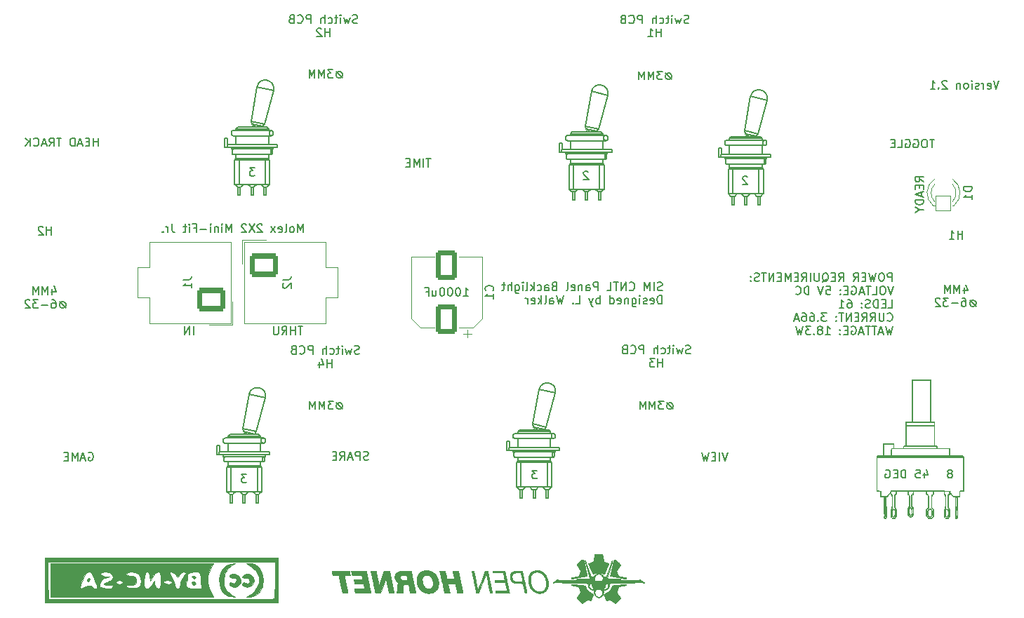
<source format=gbr>
%TF.GenerationSoftware,KiCad,Pcbnew,(6.0.9)*%
%TF.CreationDate,2023-01-06T21:38:52-09:00*%
%TF.ProjectId,SIM CONTROL PANEL,53494d20-434f-44e5-9452-4f4c2050414e,rev?*%
%TF.SameCoordinates,Original*%
%TF.FileFunction,Legend,Bot*%
%TF.FilePolarity,Positive*%
%FSLAX46Y46*%
G04 Gerber Fmt 4.6, Leading zero omitted, Abs format (unit mm)*
G04 Created by KiCad (PCBNEW (6.0.9)) date 2023-01-06 21:38:52*
%MOMM*%
%LPD*%
G01*
G04 APERTURE LIST*
G04 Aperture macros list*
%AMRoundRect*
0 Rectangle with rounded corners*
0 $1 Rounding radius*
0 $2 $3 $4 $5 $6 $7 $8 $9 X,Y pos of 4 corners*
0 Add a 4 corners polygon primitive as box body*
4,1,4,$2,$3,$4,$5,$6,$7,$8,$9,$2,$3,0*
0 Add four circle primitives for the rounded corners*
1,1,$1+$1,$2,$3*
1,1,$1+$1,$4,$5*
1,1,$1+$1,$6,$7*
1,1,$1+$1,$8,$9*
0 Add four rect primitives between the rounded corners*
20,1,$1+$1,$2,$3,$4,$5,0*
20,1,$1+$1,$4,$5,$6,$7,0*
20,1,$1+$1,$6,$7,$8,$9,0*
20,1,$1+$1,$8,$9,$2,$3,0*%
G04 Aperture macros list end*
%ADD10C,0.150000*%
%ADD11C,0.200000*%
%ADD12C,0.120000*%
%ADD13C,0.010000*%
%ADD14C,12.800000*%
%ADD15C,3.672000*%
%ADD16C,4.400000*%
%ADD17RoundRect,0.300000X1.000000X-1.500000X1.000000X1.500000X-1.000000X1.500000X-1.000000X-1.500000X0*%
%ADD18RoundRect,0.050000X0.900000X-0.900000X0.900000X0.900000X-0.900000X0.900000X-0.900000X-0.900000X0*%
%ADD19C,1.900000*%
%ADD20RoundRect,0.300001X1.399999X-1.099999X1.399999X1.099999X-1.399999X1.099999X-1.399999X-1.099999X0*%
%ADD21O,3.400000X2.800000*%
%ADD22RoundRect,0.300001X-1.399999X1.099999X-1.399999X-1.099999X1.399999X-1.099999X1.399999X1.099999X0*%
G04 APERTURE END LIST*
D10*
X198523544Y-85551760D02*
X198523544Y-84551760D01*
X198142592Y-84551760D01*
X198047354Y-84599380D01*
X197999735Y-84646999D01*
X197952116Y-84742237D01*
X197952116Y-84885094D01*
X197999735Y-84980332D01*
X198047354Y-85027951D01*
X198142592Y-85075570D01*
X198523544Y-85075570D01*
X197333068Y-84551760D02*
X197142592Y-84551760D01*
X197047354Y-84599380D01*
X196952116Y-84694618D01*
X196904497Y-84885094D01*
X196904497Y-85218427D01*
X196952116Y-85408903D01*
X197047354Y-85504141D01*
X197142592Y-85551760D01*
X197333068Y-85551760D01*
X197428306Y-85504141D01*
X197523544Y-85408903D01*
X197571163Y-85218427D01*
X197571163Y-84885094D01*
X197523544Y-84694618D01*
X197428306Y-84599380D01*
X197333068Y-84551760D01*
X196571163Y-84551760D02*
X196333068Y-85551760D01*
X196142592Y-84837475D01*
X195952116Y-85551760D01*
X195714020Y-84551760D01*
X195333068Y-85027951D02*
X194999735Y-85027951D01*
X194856878Y-85551760D02*
X195333068Y-85551760D01*
X195333068Y-84551760D01*
X194856878Y-84551760D01*
X193856878Y-85551760D02*
X194190211Y-85075570D01*
X194428306Y-85551760D02*
X194428306Y-84551760D01*
X194047354Y-84551760D01*
X193952116Y-84599380D01*
X193904497Y-84646999D01*
X193856878Y-84742237D01*
X193856878Y-84885094D01*
X193904497Y-84980332D01*
X193952116Y-85027951D01*
X194047354Y-85075570D01*
X194428306Y-85075570D01*
X192094973Y-85551760D02*
X192428306Y-85075570D01*
X192666401Y-85551760D02*
X192666401Y-84551760D01*
X192285449Y-84551760D01*
X192190211Y-84599380D01*
X192142592Y-84646999D01*
X192094973Y-84742237D01*
X192094973Y-84885094D01*
X192142592Y-84980332D01*
X192190211Y-85027951D01*
X192285449Y-85075570D01*
X192666401Y-85075570D01*
X191666401Y-85027951D02*
X191333068Y-85027951D01*
X191190211Y-85551760D02*
X191666401Y-85551760D01*
X191666401Y-84551760D01*
X191190211Y-84551760D01*
X190094973Y-85646999D02*
X190190211Y-85599380D01*
X190285449Y-85504141D01*
X190428306Y-85361284D01*
X190523544Y-85313665D01*
X190618782Y-85313665D01*
X190571163Y-85551760D02*
X190666401Y-85504141D01*
X190761640Y-85408903D01*
X190809259Y-85218427D01*
X190809259Y-84885094D01*
X190761640Y-84694618D01*
X190666401Y-84599380D01*
X190571163Y-84551760D01*
X190380687Y-84551760D01*
X190285449Y-84599380D01*
X190190211Y-84694618D01*
X190142592Y-84885094D01*
X190142592Y-85218427D01*
X190190211Y-85408903D01*
X190285449Y-85504141D01*
X190380687Y-85551760D01*
X190571163Y-85551760D01*
X189714020Y-84551760D02*
X189714020Y-85361284D01*
X189666401Y-85456522D01*
X189618782Y-85504141D01*
X189523544Y-85551760D01*
X189333068Y-85551760D01*
X189237830Y-85504141D01*
X189190211Y-85456522D01*
X189142592Y-85361284D01*
X189142592Y-84551760D01*
X188666401Y-85551760D02*
X188666401Y-84551760D01*
X187618782Y-85551760D02*
X187952116Y-85075570D01*
X188190211Y-85551760D02*
X188190211Y-84551760D01*
X187809259Y-84551760D01*
X187714020Y-84599380D01*
X187666401Y-84646999D01*
X187618782Y-84742237D01*
X187618782Y-84885094D01*
X187666401Y-84980332D01*
X187714020Y-85027951D01*
X187809259Y-85075570D01*
X188190211Y-85075570D01*
X187190211Y-85027951D02*
X186856878Y-85027951D01*
X186714020Y-85551760D02*
X187190211Y-85551760D01*
X187190211Y-84551760D01*
X186714020Y-84551760D01*
X186285449Y-85551760D02*
X186285449Y-84551760D01*
X185952116Y-85266046D01*
X185618782Y-84551760D01*
X185618782Y-85551760D01*
X185142592Y-85027951D02*
X184809259Y-85027951D01*
X184666401Y-85551760D02*
X185142592Y-85551760D01*
X185142592Y-84551760D01*
X184666401Y-84551760D01*
X184237830Y-85551760D02*
X184237830Y-84551760D01*
X183666401Y-85551760D01*
X183666401Y-84551760D01*
X183333068Y-84551760D02*
X182761640Y-84551760D01*
X183047354Y-85551760D02*
X183047354Y-84551760D01*
X182475925Y-85504141D02*
X182333068Y-85551760D01*
X182094973Y-85551760D01*
X181999735Y-85504141D01*
X181952116Y-85456522D01*
X181904497Y-85361284D01*
X181904497Y-85266046D01*
X181952116Y-85170808D01*
X181999735Y-85123189D01*
X182094973Y-85075570D01*
X182285449Y-85027951D01*
X182380687Y-84980332D01*
X182428306Y-84932713D01*
X182475925Y-84837475D01*
X182475925Y-84742237D01*
X182428306Y-84646999D01*
X182380687Y-84599380D01*
X182285449Y-84551760D01*
X182047354Y-84551760D01*
X181904497Y-84599380D01*
X181475925Y-85456522D02*
X181428306Y-85504141D01*
X181475925Y-85551760D01*
X181523544Y-85504141D01*
X181475925Y-85456522D01*
X181475925Y-85551760D01*
X181475925Y-84932713D02*
X181428306Y-84980332D01*
X181475925Y-85027951D01*
X181523544Y-84980332D01*
X181475925Y-84932713D01*
X181475925Y-85027951D01*
X198666401Y-86161760D02*
X198333068Y-87161760D01*
X197999735Y-86161760D01*
X197475925Y-86161760D02*
X197285449Y-86161760D01*
X197190211Y-86209380D01*
X197094973Y-86304618D01*
X197047354Y-86495094D01*
X197047354Y-86828427D01*
X197094973Y-87018903D01*
X197190211Y-87114141D01*
X197285449Y-87161760D01*
X197475925Y-87161760D01*
X197571163Y-87114141D01*
X197666401Y-87018903D01*
X197714020Y-86828427D01*
X197714020Y-86495094D01*
X197666401Y-86304618D01*
X197571163Y-86209380D01*
X197475925Y-86161760D01*
X196142592Y-87161760D02*
X196618782Y-87161760D01*
X196618782Y-86161760D01*
X195952116Y-86161760D02*
X195380687Y-86161760D01*
X195666401Y-87161760D02*
X195666401Y-86161760D01*
X195094973Y-86876046D02*
X194618782Y-86876046D01*
X195190211Y-87161760D02*
X194856878Y-86161760D01*
X194523544Y-87161760D01*
X193666401Y-86209380D02*
X193761640Y-86161760D01*
X193904497Y-86161760D01*
X194047354Y-86209380D01*
X194142592Y-86304618D01*
X194190211Y-86399856D01*
X194237830Y-86590332D01*
X194237830Y-86733189D01*
X194190211Y-86923665D01*
X194142592Y-87018903D01*
X194047354Y-87114141D01*
X193904497Y-87161760D01*
X193809259Y-87161760D01*
X193666401Y-87114141D01*
X193618782Y-87066522D01*
X193618782Y-86733189D01*
X193809259Y-86733189D01*
X193190211Y-86637951D02*
X192856878Y-86637951D01*
X192714020Y-87161760D02*
X193190211Y-87161760D01*
X193190211Y-86161760D01*
X192714020Y-86161760D01*
X192285449Y-87066522D02*
X192237830Y-87114141D01*
X192285449Y-87161760D01*
X192333068Y-87114141D01*
X192285449Y-87066522D01*
X192285449Y-87161760D01*
X192285449Y-86542713D02*
X192237830Y-86590332D01*
X192285449Y-86637951D01*
X192333068Y-86590332D01*
X192285449Y-86542713D01*
X192285449Y-86637951D01*
X190571163Y-86161760D02*
X191047354Y-86161760D01*
X191094973Y-86637951D01*
X191047354Y-86590332D01*
X190952116Y-86542713D01*
X190714020Y-86542713D01*
X190618782Y-86590332D01*
X190571163Y-86637951D01*
X190523544Y-86733189D01*
X190523544Y-86971284D01*
X190571163Y-87066522D01*
X190618782Y-87114141D01*
X190714020Y-87161760D01*
X190952116Y-87161760D01*
X191047354Y-87114141D01*
X191094973Y-87066522D01*
X190237830Y-86161760D02*
X189904497Y-87161760D01*
X189571163Y-86161760D01*
X188475925Y-87161760D02*
X188475925Y-86161760D01*
X188237830Y-86161760D01*
X188094973Y-86209380D01*
X187999735Y-86304618D01*
X187952116Y-86399856D01*
X187904497Y-86590332D01*
X187904497Y-86733189D01*
X187952116Y-86923665D01*
X187999735Y-87018903D01*
X188094973Y-87114141D01*
X188237830Y-87161760D01*
X188475925Y-87161760D01*
X186904497Y-87066522D02*
X186952116Y-87114141D01*
X187094973Y-87161760D01*
X187190211Y-87161760D01*
X187333068Y-87114141D01*
X187428306Y-87018903D01*
X187475925Y-86923665D01*
X187523544Y-86733189D01*
X187523544Y-86590332D01*
X187475925Y-86399856D01*
X187428306Y-86304618D01*
X187333068Y-86209380D01*
X187190211Y-86161760D01*
X187094973Y-86161760D01*
X186952116Y-86209380D01*
X186904497Y-86256999D01*
X198047354Y-88771760D02*
X198523544Y-88771760D01*
X198523544Y-87771760D01*
X197714020Y-88247951D02*
X197380687Y-88247951D01*
X197237830Y-88771760D02*
X197714020Y-88771760D01*
X197714020Y-87771760D01*
X197237830Y-87771760D01*
X196809259Y-88771760D02*
X196809259Y-87771760D01*
X196571163Y-87771760D01*
X196428306Y-87819380D01*
X196333068Y-87914618D01*
X196285449Y-88009856D01*
X196237830Y-88200332D01*
X196237830Y-88343189D01*
X196285449Y-88533665D01*
X196333068Y-88628903D01*
X196428306Y-88724141D01*
X196571163Y-88771760D01*
X196809259Y-88771760D01*
X195856878Y-88724141D02*
X195714020Y-88771760D01*
X195475925Y-88771760D01*
X195380687Y-88724141D01*
X195333068Y-88676522D01*
X195285449Y-88581284D01*
X195285449Y-88486046D01*
X195333068Y-88390808D01*
X195380687Y-88343189D01*
X195475925Y-88295570D01*
X195666401Y-88247951D01*
X195761640Y-88200332D01*
X195809259Y-88152713D01*
X195856878Y-88057475D01*
X195856878Y-87962237D01*
X195809259Y-87866999D01*
X195761640Y-87819380D01*
X195666401Y-87771760D01*
X195428306Y-87771760D01*
X195285449Y-87819380D01*
X194856878Y-88676522D02*
X194809259Y-88724141D01*
X194856878Y-88771760D01*
X194904497Y-88724141D01*
X194856878Y-88676522D01*
X194856878Y-88771760D01*
X194856878Y-88152713D02*
X194809259Y-88200332D01*
X194856878Y-88247951D01*
X194904497Y-88200332D01*
X194856878Y-88152713D01*
X194856878Y-88247951D01*
X193190211Y-87771760D02*
X193380687Y-87771760D01*
X193475925Y-87819380D01*
X193523544Y-87866999D01*
X193618782Y-88009856D01*
X193666401Y-88200332D01*
X193666401Y-88581284D01*
X193618782Y-88676522D01*
X193571163Y-88724141D01*
X193475925Y-88771760D01*
X193285449Y-88771760D01*
X193190211Y-88724141D01*
X193142592Y-88676522D01*
X193094973Y-88581284D01*
X193094973Y-88343189D01*
X193142592Y-88247951D01*
X193190211Y-88200332D01*
X193285449Y-88152713D01*
X193475925Y-88152713D01*
X193571163Y-88200332D01*
X193618782Y-88247951D01*
X193666401Y-88343189D01*
X192142592Y-88771760D02*
X192714020Y-88771760D01*
X192428306Y-88771760D02*
X192428306Y-87771760D01*
X192523544Y-87914618D01*
X192618782Y-88009856D01*
X192714020Y-88057475D01*
X197952116Y-90286522D02*
X197999735Y-90334141D01*
X198142592Y-90381760D01*
X198237830Y-90381760D01*
X198380687Y-90334141D01*
X198475925Y-90238903D01*
X198523544Y-90143665D01*
X198571163Y-89953189D01*
X198571163Y-89810332D01*
X198523544Y-89619856D01*
X198475925Y-89524618D01*
X198380687Y-89429380D01*
X198237830Y-89381760D01*
X198142592Y-89381760D01*
X197999735Y-89429380D01*
X197952116Y-89476999D01*
X197523544Y-89381760D02*
X197523544Y-90191284D01*
X197475925Y-90286522D01*
X197428306Y-90334141D01*
X197333068Y-90381760D01*
X197142592Y-90381760D01*
X197047354Y-90334141D01*
X196999735Y-90286522D01*
X196952116Y-90191284D01*
X196952116Y-89381760D01*
X195904497Y-90381760D02*
X196237830Y-89905570D01*
X196475925Y-90381760D02*
X196475925Y-89381760D01*
X196094973Y-89381760D01*
X195999735Y-89429380D01*
X195952116Y-89476999D01*
X195904497Y-89572237D01*
X195904497Y-89715094D01*
X195952116Y-89810332D01*
X195999735Y-89857951D01*
X196094973Y-89905570D01*
X196475925Y-89905570D01*
X194904497Y-90381760D02*
X195237830Y-89905570D01*
X195475925Y-90381760D02*
X195475925Y-89381760D01*
X195094973Y-89381760D01*
X194999735Y-89429380D01*
X194952116Y-89476999D01*
X194904497Y-89572237D01*
X194904497Y-89715094D01*
X194952116Y-89810332D01*
X194999735Y-89857951D01*
X195094973Y-89905570D01*
X195475925Y-89905570D01*
X194475925Y-89857951D02*
X194142592Y-89857951D01*
X193999735Y-90381760D02*
X194475925Y-90381760D01*
X194475925Y-89381760D01*
X193999735Y-89381760D01*
X193571163Y-90381760D02*
X193571163Y-89381760D01*
X192999735Y-90381760D01*
X192999735Y-89381760D01*
X192666401Y-89381760D02*
X192094973Y-89381760D01*
X192380687Y-90381760D02*
X192380687Y-89381760D01*
X191761640Y-90286522D02*
X191714020Y-90334141D01*
X191761640Y-90381760D01*
X191809259Y-90334141D01*
X191761640Y-90286522D01*
X191761640Y-90381760D01*
X191761640Y-89762713D02*
X191714020Y-89810332D01*
X191761640Y-89857951D01*
X191809259Y-89810332D01*
X191761640Y-89762713D01*
X191761640Y-89857951D01*
X190618782Y-89381760D02*
X189999735Y-89381760D01*
X190333068Y-89762713D01*
X190190211Y-89762713D01*
X190094973Y-89810332D01*
X190047354Y-89857951D01*
X189999735Y-89953189D01*
X189999735Y-90191284D01*
X190047354Y-90286522D01*
X190094973Y-90334141D01*
X190190211Y-90381760D01*
X190475925Y-90381760D01*
X190571163Y-90334141D01*
X190618782Y-90286522D01*
X189571163Y-90286522D02*
X189523544Y-90334141D01*
X189571163Y-90381760D01*
X189618782Y-90334141D01*
X189571163Y-90286522D01*
X189571163Y-90381760D01*
X188666401Y-89381760D02*
X188856878Y-89381760D01*
X188952116Y-89429380D01*
X188999735Y-89476999D01*
X189094973Y-89619856D01*
X189142592Y-89810332D01*
X189142592Y-90191284D01*
X189094973Y-90286522D01*
X189047354Y-90334141D01*
X188952116Y-90381760D01*
X188761640Y-90381760D01*
X188666401Y-90334141D01*
X188618782Y-90286522D01*
X188571163Y-90191284D01*
X188571163Y-89953189D01*
X188618782Y-89857951D01*
X188666401Y-89810332D01*
X188761640Y-89762713D01*
X188952116Y-89762713D01*
X189047354Y-89810332D01*
X189094973Y-89857951D01*
X189142592Y-89953189D01*
X187714020Y-89381760D02*
X187904497Y-89381760D01*
X187999735Y-89429380D01*
X188047354Y-89476999D01*
X188142592Y-89619856D01*
X188190211Y-89810332D01*
X188190211Y-90191284D01*
X188142592Y-90286522D01*
X188094973Y-90334141D01*
X187999735Y-90381760D01*
X187809259Y-90381760D01*
X187714020Y-90334141D01*
X187666401Y-90286522D01*
X187618782Y-90191284D01*
X187618782Y-89953189D01*
X187666401Y-89857951D01*
X187714020Y-89810332D01*
X187809259Y-89762713D01*
X187999735Y-89762713D01*
X188094973Y-89810332D01*
X188142592Y-89857951D01*
X188190211Y-89953189D01*
X187237830Y-90096046D02*
X186761640Y-90096046D01*
X187333068Y-90381760D02*
X186999735Y-89381760D01*
X186666401Y-90381760D01*
X198618782Y-90991760D02*
X198380687Y-91991760D01*
X198190211Y-91277475D01*
X197999735Y-91991760D01*
X197761640Y-90991760D01*
X197428306Y-91706046D02*
X196952116Y-91706046D01*
X197523544Y-91991760D02*
X197190211Y-90991760D01*
X196856878Y-91991760D01*
X196666401Y-90991760D02*
X196094973Y-90991760D01*
X196380687Y-91991760D02*
X196380687Y-90991760D01*
X195904497Y-90991760D02*
X195333068Y-90991760D01*
X195618782Y-91991760D02*
X195618782Y-90991760D01*
X195047354Y-91706046D02*
X194571163Y-91706046D01*
X195142592Y-91991760D02*
X194809259Y-90991760D01*
X194475925Y-91991760D01*
X193618782Y-91039380D02*
X193714020Y-90991760D01*
X193856878Y-90991760D01*
X193999735Y-91039380D01*
X194094973Y-91134618D01*
X194142592Y-91229856D01*
X194190211Y-91420332D01*
X194190211Y-91563189D01*
X194142592Y-91753665D01*
X194094973Y-91848903D01*
X193999735Y-91944141D01*
X193856878Y-91991760D01*
X193761640Y-91991760D01*
X193618782Y-91944141D01*
X193571163Y-91896522D01*
X193571163Y-91563189D01*
X193761640Y-91563189D01*
X193142592Y-91467951D02*
X192809259Y-91467951D01*
X192666401Y-91991760D02*
X193142592Y-91991760D01*
X193142592Y-90991760D01*
X192666401Y-90991760D01*
X192237830Y-91896522D02*
X192190211Y-91944141D01*
X192237830Y-91991760D01*
X192285449Y-91944141D01*
X192237830Y-91896522D01*
X192237830Y-91991760D01*
X192237830Y-91372713D02*
X192190211Y-91420332D01*
X192237830Y-91467951D01*
X192285449Y-91420332D01*
X192237830Y-91372713D01*
X192237830Y-91467951D01*
X190475925Y-91991760D02*
X191047354Y-91991760D01*
X190761640Y-91991760D02*
X190761640Y-90991760D01*
X190856878Y-91134618D01*
X190952116Y-91229856D01*
X191047354Y-91277475D01*
X189904497Y-91420332D02*
X189999735Y-91372713D01*
X190047354Y-91325094D01*
X190094973Y-91229856D01*
X190094973Y-91182237D01*
X190047354Y-91086999D01*
X189999735Y-91039380D01*
X189904497Y-90991760D01*
X189714020Y-90991760D01*
X189618782Y-91039380D01*
X189571163Y-91086999D01*
X189523544Y-91182237D01*
X189523544Y-91229856D01*
X189571163Y-91325094D01*
X189618782Y-91372713D01*
X189714020Y-91420332D01*
X189904497Y-91420332D01*
X189999735Y-91467951D01*
X190047354Y-91515570D01*
X190094973Y-91610808D01*
X190094973Y-91801284D01*
X190047354Y-91896522D01*
X189999735Y-91944141D01*
X189904497Y-91991760D01*
X189714020Y-91991760D01*
X189618782Y-91944141D01*
X189571163Y-91896522D01*
X189523544Y-91801284D01*
X189523544Y-91610808D01*
X189571163Y-91515570D01*
X189618782Y-91467951D01*
X189714020Y-91420332D01*
X189094973Y-91896522D02*
X189047354Y-91944141D01*
X189094973Y-91991760D01*
X189142592Y-91944141D01*
X189094973Y-91896522D01*
X189094973Y-91991760D01*
X188714020Y-90991760D02*
X188094973Y-90991760D01*
X188428306Y-91372713D01*
X188285449Y-91372713D01*
X188190211Y-91420332D01*
X188142592Y-91467951D01*
X188094973Y-91563189D01*
X188094973Y-91801284D01*
X188142592Y-91896522D01*
X188190211Y-91944141D01*
X188285449Y-91991760D01*
X188571163Y-91991760D01*
X188666401Y-91944141D01*
X188714020Y-91896522D01*
X187761640Y-90991760D02*
X187523544Y-91991760D01*
X187333068Y-91277475D01*
X187142592Y-91991760D01*
X186904497Y-90991760D01*
X171665685Y-60447276D02*
X171475209Y-60447276D01*
X171284733Y-60542514D01*
X171189495Y-60732990D01*
X171189495Y-60923466D01*
X171284733Y-61113942D01*
X171475209Y-61209180D01*
X171665685Y-61209180D01*
X171856161Y-61113942D01*
X171951400Y-60923466D01*
X171951400Y-60732990D01*
X171856161Y-60542514D01*
X171665685Y-60447276D01*
X171189495Y-60447276D02*
X171951400Y-61209180D01*
X170808542Y-60209180D02*
X170189495Y-60209180D01*
X170522828Y-60590133D01*
X170379971Y-60590133D01*
X170284733Y-60637752D01*
X170237114Y-60685371D01*
X170189495Y-60780609D01*
X170189495Y-61018704D01*
X170237114Y-61113942D01*
X170284733Y-61161561D01*
X170379971Y-61209180D01*
X170665685Y-61209180D01*
X170760923Y-61161561D01*
X170808542Y-61113942D01*
X169760923Y-61209180D02*
X169760923Y-60209180D01*
X169427590Y-60923466D01*
X169094257Y-60209180D01*
X169094257Y-61209180D01*
X168618066Y-61209180D02*
X168618066Y-60209180D01*
X168284733Y-60923466D01*
X167951400Y-60209180D01*
X167951400Y-61209180D01*
X142873219Y-70775580D02*
X142301790Y-70775580D01*
X142587504Y-71775580D02*
X142587504Y-70775580D01*
X141968457Y-71775580D02*
X141968457Y-70775580D01*
X141492266Y-71775580D02*
X141492266Y-70775580D01*
X141158933Y-71489866D01*
X140825600Y-70775580D01*
X140825600Y-71775580D01*
X140349409Y-71251771D02*
X140016076Y-71251771D01*
X139873219Y-71775580D02*
X140349409Y-71775580D01*
X140349409Y-70775580D01*
X139873219Y-70775580D01*
X178695238Y-106252380D02*
X178361904Y-107252380D01*
X178028571Y-106252380D01*
X177695238Y-107252380D02*
X177695238Y-106252380D01*
X177219047Y-106728571D02*
X176885714Y-106728571D01*
X176742857Y-107252380D02*
X177219047Y-107252380D01*
X177219047Y-106252380D01*
X176742857Y-106252380D01*
X176409523Y-106252380D02*
X176171428Y-107252380D01*
X175980952Y-106538095D01*
X175790476Y-107252380D01*
X175552380Y-106252380D01*
X146803809Y-87320380D02*
X147375238Y-87320380D01*
X147089523Y-87320380D02*
X147089523Y-86320380D01*
X147184761Y-86463238D01*
X147280000Y-86558476D01*
X147375238Y-86606095D01*
X146184761Y-86320380D02*
X146089523Y-86320380D01*
X145994285Y-86368000D01*
X145946666Y-86415619D01*
X145899047Y-86510857D01*
X145851428Y-86701333D01*
X145851428Y-86939428D01*
X145899047Y-87129904D01*
X145946666Y-87225142D01*
X145994285Y-87272761D01*
X146089523Y-87320380D01*
X146184761Y-87320380D01*
X146280000Y-87272761D01*
X146327619Y-87225142D01*
X146375238Y-87129904D01*
X146422857Y-86939428D01*
X146422857Y-86701333D01*
X146375238Y-86510857D01*
X146327619Y-86415619D01*
X146280000Y-86368000D01*
X146184761Y-86320380D01*
X145232380Y-86320380D02*
X145137142Y-86320380D01*
X145041904Y-86368000D01*
X144994285Y-86415619D01*
X144946666Y-86510857D01*
X144899047Y-86701333D01*
X144899047Y-86939428D01*
X144946666Y-87129904D01*
X144994285Y-87225142D01*
X145041904Y-87272761D01*
X145137142Y-87320380D01*
X145232380Y-87320380D01*
X145327619Y-87272761D01*
X145375238Y-87225142D01*
X145422857Y-87129904D01*
X145470476Y-86939428D01*
X145470476Y-86701333D01*
X145422857Y-86510857D01*
X145375238Y-86415619D01*
X145327619Y-86368000D01*
X145232380Y-86320380D01*
X144280000Y-86320380D02*
X144184761Y-86320380D01*
X144089523Y-86368000D01*
X144041904Y-86415619D01*
X143994285Y-86510857D01*
X143946666Y-86701333D01*
X143946666Y-86939428D01*
X143994285Y-87129904D01*
X144041904Y-87225142D01*
X144089523Y-87272761D01*
X144184761Y-87320380D01*
X144280000Y-87320380D01*
X144375238Y-87272761D01*
X144422857Y-87225142D01*
X144470476Y-87129904D01*
X144518095Y-86939428D01*
X144518095Y-86701333D01*
X144470476Y-86510857D01*
X144422857Y-86415619D01*
X144375238Y-86368000D01*
X144280000Y-86320380D01*
X143089523Y-86653714D02*
X143089523Y-87320380D01*
X143518095Y-86653714D02*
X143518095Y-87177523D01*
X143470476Y-87272761D01*
X143375238Y-87320380D01*
X143232380Y-87320380D01*
X143137142Y-87272761D01*
X143089523Y-87225142D01*
X142280000Y-86796571D02*
X142613333Y-86796571D01*
X142613333Y-87320380D02*
X142613333Y-86320380D01*
X142137142Y-86320380D01*
X101596676Y-106256200D02*
X101691914Y-106208580D01*
X101834771Y-106208580D01*
X101977628Y-106256200D01*
X102072866Y-106351438D01*
X102120485Y-106446676D01*
X102168104Y-106637152D01*
X102168104Y-106780009D01*
X102120485Y-106970485D01*
X102072866Y-107065723D01*
X101977628Y-107160961D01*
X101834771Y-107208580D01*
X101739533Y-107208580D01*
X101596676Y-107160961D01*
X101549057Y-107113342D01*
X101549057Y-106780009D01*
X101739533Y-106780009D01*
X101168104Y-106922866D02*
X100691914Y-106922866D01*
X101263342Y-107208580D02*
X100930009Y-106208580D01*
X100596676Y-107208580D01*
X100263342Y-107208580D02*
X100263342Y-106208580D01*
X99930009Y-106922866D01*
X99596676Y-106208580D01*
X99596676Y-107208580D01*
X99120485Y-106684771D02*
X98787152Y-106684771D01*
X98644295Y-107208580D02*
X99120485Y-107208580D01*
X99120485Y-106208580D01*
X98644295Y-106208580D01*
X174173638Y-94240161D02*
X174030780Y-94287780D01*
X173792685Y-94287780D01*
X173697447Y-94240161D01*
X173649828Y-94192542D01*
X173602209Y-94097304D01*
X173602209Y-94002066D01*
X173649828Y-93906828D01*
X173697447Y-93859209D01*
X173792685Y-93811590D01*
X173983161Y-93763971D01*
X174078400Y-93716352D01*
X174126019Y-93668733D01*
X174173638Y-93573495D01*
X174173638Y-93478257D01*
X174126019Y-93383019D01*
X174078400Y-93335400D01*
X173983161Y-93287780D01*
X173745066Y-93287780D01*
X173602209Y-93335400D01*
X173268876Y-93621114D02*
X173078400Y-94287780D01*
X172887923Y-93811590D01*
X172697447Y-94287780D01*
X172506971Y-93621114D01*
X172126019Y-94287780D02*
X172126019Y-93621114D01*
X172126019Y-93287780D02*
X172173638Y-93335400D01*
X172126019Y-93383019D01*
X172078400Y-93335400D01*
X172126019Y-93287780D01*
X172126019Y-93383019D01*
X171792685Y-93621114D02*
X171411733Y-93621114D01*
X171649828Y-93287780D02*
X171649828Y-94144923D01*
X171602209Y-94240161D01*
X171506971Y-94287780D01*
X171411733Y-94287780D01*
X170649828Y-94240161D02*
X170745066Y-94287780D01*
X170935542Y-94287780D01*
X171030780Y-94240161D01*
X171078400Y-94192542D01*
X171126019Y-94097304D01*
X171126019Y-93811590D01*
X171078400Y-93716352D01*
X171030780Y-93668733D01*
X170935542Y-93621114D01*
X170745066Y-93621114D01*
X170649828Y-93668733D01*
X170221257Y-94287780D02*
X170221257Y-93287780D01*
X169792685Y-94287780D02*
X169792685Y-93763971D01*
X169840304Y-93668733D01*
X169935542Y-93621114D01*
X170078400Y-93621114D01*
X170173638Y-93668733D01*
X170221257Y-93716352D01*
X168554590Y-94287780D02*
X168554590Y-93287780D01*
X168173638Y-93287780D01*
X168078400Y-93335400D01*
X168030780Y-93383019D01*
X167983161Y-93478257D01*
X167983161Y-93621114D01*
X168030780Y-93716352D01*
X168078400Y-93763971D01*
X168173638Y-93811590D01*
X168554590Y-93811590D01*
X166983161Y-94192542D02*
X167030780Y-94240161D01*
X167173638Y-94287780D01*
X167268876Y-94287780D01*
X167411733Y-94240161D01*
X167506971Y-94144923D01*
X167554590Y-94049685D01*
X167602209Y-93859209D01*
X167602209Y-93716352D01*
X167554590Y-93525876D01*
X167506971Y-93430638D01*
X167411733Y-93335400D01*
X167268876Y-93287780D01*
X167173638Y-93287780D01*
X167030780Y-93335400D01*
X166983161Y-93383019D01*
X166221257Y-93763971D02*
X166078400Y-93811590D01*
X166030780Y-93859209D01*
X165983161Y-93954447D01*
X165983161Y-94097304D01*
X166030780Y-94192542D01*
X166078400Y-94240161D01*
X166173638Y-94287780D01*
X166554590Y-94287780D01*
X166554590Y-93287780D01*
X166221257Y-93287780D01*
X166126019Y-93335400D01*
X166078400Y-93383019D01*
X166030780Y-93478257D01*
X166030780Y-93573495D01*
X166078400Y-93668733D01*
X166126019Y-93716352D01*
X166221257Y-93763971D01*
X166554590Y-93763971D01*
X170840304Y-95897780D02*
X170840304Y-94897780D01*
X170840304Y-95373971D02*
X170268876Y-95373971D01*
X170268876Y-95897780D02*
X170268876Y-94897780D01*
X169887923Y-94897780D02*
X169268876Y-94897780D01*
X169602209Y-95278733D01*
X169459352Y-95278733D01*
X169364114Y-95326352D01*
X169316495Y-95373971D01*
X169268876Y-95469209D01*
X169268876Y-95707304D01*
X169316495Y-95802542D01*
X169364114Y-95850161D01*
X169459352Y-95897780D01*
X169745066Y-95897780D01*
X169840304Y-95850161D01*
X169887923Y-95802542D01*
X121643733Y-71842380D02*
X121024685Y-71842380D01*
X121358019Y-72223333D01*
X121215161Y-72223333D01*
X121119923Y-72270952D01*
X121072304Y-72318571D01*
X121024685Y-72413809D01*
X121024685Y-72651904D01*
X121072304Y-72747142D01*
X121119923Y-72794761D01*
X121215161Y-72842380D01*
X121500876Y-72842380D01*
X121596114Y-72794761D01*
X121643733Y-72747142D01*
X102732142Y-69252380D02*
X102732142Y-68252380D01*
X102732142Y-68728571D02*
X102160714Y-68728571D01*
X102160714Y-69252380D02*
X102160714Y-68252380D01*
X101684523Y-68728571D02*
X101351190Y-68728571D01*
X101208333Y-69252380D02*
X101684523Y-69252380D01*
X101684523Y-68252380D01*
X101208333Y-68252380D01*
X100827380Y-68966666D02*
X100351190Y-68966666D01*
X100922619Y-69252380D02*
X100589285Y-68252380D01*
X100255952Y-69252380D01*
X99922619Y-69252380D02*
X99922619Y-68252380D01*
X99684523Y-68252380D01*
X99541666Y-68300000D01*
X99446428Y-68395238D01*
X99398809Y-68490476D01*
X99351190Y-68680952D01*
X99351190Y-68823809D01*
X99398809Y-69014285D01*
X99446428Y-69109523D01*
X99541666Y-69204761D01*
X99684523Y-69252380D01*
X99922619Y-69252380D01*
X98303571Y-68252380D02*
X97732142Y-68252380D01*
X98017857Y-69252380D02*
X98017857Y-68252380D01*
X96827380Y-69252380D02*
X97160714Y-68776190D01*
X97398809Y-69252380D02*
X97398809Y-68252380D01*
X97017857Y-68252380D01*
X96922619Y-68300000D01*
X96875000Y-68347619D01*
X96827380Y-68442857D01*
X96827380Y-68585714D01*
X96875000Y-68680952D01*
X96922619Y-68728571D01*
X97017857Y-68776190D01*
X97398809Y-68776190D01*
X96446428Y-68966666D02*
X95970238Y-68966666D01*
X96541666Y-69252380D02*
X96208333Y-68252380D01*
X95875000Y-69252380D01*
X94970238Y-69157142D02*
X95017857Y-69204761D01*
X95160714Y-69252380D01*
X95255952Y-69252380D01*
X95398809Y-69204761D01*
X95494047Y-69109523D01*
X95541666Y-69014285D01*
X95589285Y-68823809D01*
X95589285Y-68680952D01*
X95541666Y-68490476D01*
X95494047Y-68395238D01*
X95398809Y-68300000D01*
X95255952Y-68252380D01*
X95160714Y-68252380D01*
X95017857Y-68300000D01*
X94970238Y-68347619D01*
X94541666Y-69252380D02*
X94541666Y-68252380D01*
X93970238Y-69252380D02*
X94398809Y-68680952D01*
X93970238Y-68252380D02*
X94541666Y-68823809D01*
X211415476Y-61327380D02*
X211082142Y-62327380D01*
X210748809Y-61327380D01*
X210034523Y-62279761D02*
X210129761Y-62327380D01*
X210320238Y-62327380D01*
X210415476Y-62279761D01*
X210463095Y-62184523D01*
X210463095Y-61803571D01*
X210415476Y-61708333D01*
X210320238Y-61660714D01*
X210129761Y-61660714D01*
X210034523Y-61708333D01*
X209986904Y-61803571D01*
X209986904Y-61898809D01*
X210463095Y-61994047D01*
X209558333Y-62327380D02*
X209558333Y-61660714D01*
X209558333Y-61851190D02*
X209510714Y-61755952D01*
X209463095Y-61708333D01*
X209367857Y-61660714D01*
X209272619Y-61660714D01*
X208986904Y-62279761D02*
X208891666Y-62327380D01*
X208701190Y-62327380D01*
X208605952Y-62279761D01*
X208558333Y-62184523D01*
X208558333Y-62136904D01*
X208605952Y-62041666D01*
X208701190Y-61994047D01*
X208844047Y-61994047D01*
X208939285Y-61946428D01*
X208986904Y-61851190D01*
X208986904Y-61803571D01*
X208939285Y-61708333D01*
X208844047Y-61660714D01*
X208701190Y-61660714D01*
X208605952Y-61708333D01*
X208129761Y-62327380D02*
X208129761Y-61660714D01*
X208129761Y-61327380D02*
X208177380Y-61375000D01*
X208129761Y-61422619D01*
X208082142Y-61375000D01*
X208129761Y-61327380D01*
X208129761Y-61422619D01*
X207510714Y-62327380D02*
X207605952Y-62279761D01*
X207653571Y-62232142D01*
X207701190Y-62136904D01*
X207701190Y-61851190D01*
X207653571Y-61755952D01*
X207605952Y-61708333D01*
X207510714Y-61660714D01*
X207367857Y-61660714D01*
X207272619Y-61708333D01*
X207225000Y-61755952D01*
X207177380Y-61851190D01*
X207177380Y-62136904D01*
X207225000Y-62232142D01*
X207272619Y-62279761D01*
X207367857Y-62327380D01*
X207510714Y-62327380D01*
X206748809Y-61660714D02*
X206748809Y-62327380D01*
X206748809Y-61755952D02*
X206701190Y-61708333D01*
X206605952Y-61660714D01*
X206463095Y-61660714D01*
X206367857Y-61708333D01*
X206320238Y-61803571D01*
X206320238Y-62327380D01*
X205129761Y-61422619D02*
X205082142Y-61375000D01*
X204986904Y-61327380D01*
X204748809Y-61327380D01*
X204653571Y-61375000D01*
X204605952Y-61422619D01*
X204558333Y-61517857D01*
X204558333Y-61613095D01*
X204605952Y-61755952D01*
X205177380Y-62327380D01*
X204558333Y-62327380D01*
X204129761Y-62232142D02*
X204082142Y-62279761D01*
X204129761Y-62327380D01*
X204177380Y-62279761D01*
X204129761Y-62232142D01*
X204129761Y-62327380D01*
X203129761Y-62327380D02*
X203701190Y-62327380D01*
X203415476Y-62327380D02*
X203415476Y-61327380D01*
X203510714Y-61470238D01*
X203605952Y-61565476D01*
X203701190Y-61613095D01*
X202327380Y-73550000D02*
X201851190Y-73216666D01*
X202327380Y-72978571D02*
X201327380Y-72978571D01*
X201327380Y-73359523D01*
X201375000Y-73454761D01*
X201422619Y-73502380D01*
X201517857Y-73550000D01*
X201660714Y-73550000D01*
X201755952Y-73502380D01*
X201803571Y-73454761D01*
X201851190Y-73359523D01*
X201851190Y-72978571D01*
X201803571Y-73978571D02*
X201803571Y-74311904D01*
X202327380Y-74454761D02*
X202327380Y-73978571D01*
X201327380Y-73978571D01*
X201327380Y-74454761D01*
X202041666Y-74835714D02*
X202041666Y-75311904D01*
X202327380Y-74740476D02*
X201327380Y-75073809D01*
X202327380Y-75407142D01*
X202327380Y-75740476D02*
X201327380Y-75740476D01*
X201327380Y-75978571D01*
X201375000Y-76121428D01*
X201470238Y-76216666D01*
X201565476Y-76264285D01*
X201755952Y-76311904D01*
X201898809Y-76311904D01*
X202089285Y-76264285D01*
X202184523Y-76216666D01*
X202279761Y-76121428D01*
X202327380Y-75978571D01*
X202327380Y-75740476D01*
X201851190Y-76930952D02*
X202327380Y-76930952D01*
X201327380Y-76597619D02*
X201851190Y-76930952D01*
X201327380Y-77264285D01*
X120653133Y-108850180D02*
X120034085Y-108850180D01*
X120367419Y-109231133D01*
X120224561Y-109231133D01*
X120129323Y-109278752D01*
X120081704Y-109326371D01*
X120034085Y-109421609D01*
X120034085Y-109659704D01*
X120081704Y-109754942D01*
X120129323Y-109802561D01*
X120224561Y-109850180D01*
X120510276Y-109850180D01*
X120605514Y-109802561D01*
X120653133Y-109754942D01*
X205595238Y-108730952D02*
X205690476Y-108683333D01*
X205738095Y-108635714D01*
X205785714Y-108540476D01*
X205785714Y-108492857D01*
X205738095Y-108397619D01*
X205690476Y-108350000D01*
X205595238Y-108302380D01*
X205404761Y-108302380D01*
X205309523Y-108350000D01*
X205261904Y-108397619D01*
X205214285Y-108492857D01*
X205214285Y-108540476D01*
X205261904Y-108635714D01*
X205309523Y-108683333D01*
X205404761Y-108730952D01*
X205595238Y-108730952D01*
X205690476Y-108778571D01*
X205738095Y-108826190D01*
X205785714Y-108921428D01*
X205785714Y-109111904D01*
X205738095Y-109207142D01*
X205690476Y-109254761D01*
X205595238Y-109302380D01*
X205404761Y-109302380D01*
X205309523Y-109254761D01*
X205261904Y-109207142D01*
X205214285Y-109111904D01*
X205214285Y-108921428D01*
X205261904Y-108826190D01*
X205309523Y-108778571D01*
X205404761Y-108730952D01*
X127452380Y-79652380D02*
X127452380Y-78652380D01*
X127119047Y-79366666D01*
X126785714Y-78652380D01*
X126785714Y-79652380D01*
X126166666Y-79652380D02*
X126261904Y-79604761D01*
X126309523Y-79557142D01*
X126357142Y-79461904D01*
X126357142Y-79176190D01*
X126309523Y-79080952D01*
X126261904Y-79033333D01*
X126166666Y-78985714D01*
X126023809Y-78985714D01*
X125928571Y-79033333D01*
X125880952Y-79080952D01*
X125833333Y-79176190D01*
X125833333Y-79461904D01*
X125880952Y-79557142D01*
X125928571Y-79604761D01*
X126023809Y-79652380D01*
X126166666Y-79652380D01*
X125261904Y-79652380D02*
X125357142Y-79604761D01*
X125404761Y-79509523D01*
X125404761Y-78652380D01*
X124500000Y-79604761D02*
X124595238Y-79652380D01*
X124785714Y-79652380D01*
X124880952Y-79604761D01*
X124928571Y-79509523D01*
X124928571Y-79128571D01*
X124880952Y-79033333D01*
X124785714Y-78985714D01*
X124595238Y-78985714D01*
X124500000Y-79033333D01*
X124452380Y-79128571D01*
X124452380Y-79223809D01*
X124928571Y-79319047D01*
X124119047Y-79652380D02*
X123595238Y-78985714D01*
X124119047Y-78985714D02*
X123595238Y-79652380D01*
X122500000Y-78747619D02*
X122452380Y-78700000D01*
X122357142Y-78652380D01*
X122119047Y-78652380D01*
X122023809Y-78700000D01*
X121976190Y-78747619D01*
X121928571Y-78842857D01*
X121928571Y-78938095D01*
X121976190Y-79080952D01*
X122547619Y-79652380D01*
X121928571Y-79652380D01*
X121595238Y-78652380D02*
X120928571Y-79652380D01*
X120928571Y-78652380D02*
X121595238Y-79652380D01*
X120595238Y-78747619D02*
X120547619Y-78700000D01*
X120452380Y-78652380D01*
X120214285Y-78652380D01*
X120119047Y-78700000D01*
X120071428Y-78747619D01*
X120023809Y-78842857D01*
X120023809Y-78938095D01*
X120071428Y-79080952D01*
X120642857Y-79652380D01*
X120023809Y-79652380D01*
X118833333Y-79652380D02*
X118833333Y-78652380D01*
X118500000Y-79366666D01*
X118166666Y-78652380D01*
X118166666Y-79652380D01*
X117690476Y-79652380D02*
X117690476Y-78985714D01*
X117690476Y-78652380D02*
X117738095Y-78700000D01*
X117690476Y-78747619D01*
X117642857Y-78700000D01*
X117690476Y-78652380D01*
X117690476Y-78747619D01*
X117214285Y-78985714D02*
X117214285Y-79652380D01*
X117214285Y-79080952D02*
X117166666Y-79033333D01*
X117071428Y-78985714D01*
X116928571Y-78985714D01*
X116833333Y-79033333D01*
X116785714Y-79128571D01*
X116785714Y-79652380D01*
X116309523Y-79652380D02*
X116309523Y-78985714D01*
X116309523Y-78652380D02*
X116357142Y-78700000D01*
X116309523Y-78747619D01*
X116261904Y-78700000D01*
X116309523Y-78652380D01*
X116309523Y-78747619D01*
X115833333Y-79271428D02*
X115071428Y-79271428D01*
X114261904Y-79128571D02*
X114595238Y-79128571D01*
X114595238Y-79652380D02*
X114595238Y-78652380D01*
X114119047Y-78652380D01*
X113738095Y-79652380D02*
X113738095Y-78985714D01*
X113738095Y-78652380D02*
X113785714Y-78700000D01*
X113738095Y-78747619D01*
X113690476Y-78700000D01*
X113738095Y-78652380D01*
X113738095Y-78747619D01*
X113404761Y-78985714D02*
X113023809Y-78985714D01*
X113261904Y-78652380D02*
X113261904Y-79509523D01*
X113214285Y-79604761D01*
X113119047Y-79652380D01*
X113023809Y-79652380D01*
X111642857Y-78652380D02*
X111642857Y-79366666D01*
X111690476Y-79509523D01*
X111785714Y-79604761D01*
X111928571Y-79652380D01*
X112023809Y-79652380D01*
X111166666Y-79652380D02*
X111166666Y-78985714D01*
X111166666Y-79176190D02*
X111119047Y-79080952D01*
X111071428Y-79033333D01*
X110976190Y-78985714D01*
X110880952Y-78985714D01*
X110547619Y-79557142D02*
X110500000Y-79604761D01*
X110547619Y-79652380D01*
X110595238Y-79604761D01*
X110547619Y-79557142D01*
X110547619Y-79652380D01*
X127433333Y-91002380D02*
X126861904Y-91002380D01*
X127147619Y-92002380D02*
X127147619Y-91002380D01*
X126528571Y-92002380D02*
X126528571Y-91002380D01*
X126528571Y-91478571D02*
X125957142Y-91478571D01*
X125957142Y-92002380D02*
X125957142Y-91002380D01*
X124909523Y-92002380D02*
X125242857Y-91526190D01*
X125480952Y-92002380D02*
X125480952Y-91002380D01*
X125100000Y-91002380D01*
X125004761Y-91050000D01*
X124957142Y-91097619D01*
X124909523Y-91192857D01*
X124909523Y-91335714D01*
X124957142Y-91430952D01*
X125004761Y-91478571D01*
X125100000Y-91526190D01*
X125480952Y-91526190D01*
X124480952Y-91002380D02*
X124480952Y-91811904D01*
X124433333Y-91907142D01*
X124385714Y-91954761D01*
X124290476Y-92002380D01*
X124100000Y-92002380D01*
X124004761Y-91954761D01*
X123957142Y-91907142D01*
X123909523Y-91811904D01*
X123909523Y-91002380D01*
X170787023Y-86624761D02*
X170644166Y-86672380D01*
X170406071Y-86672380D01*
X170310833Y-86624761D01*
X170263214Y-86577142D01*
X170215595Y-86481904D01*
X170215595Y-86386666D01*
X170263214Y-86291428D01*
X170310833Y-86243809D01*
X170406071Y-86196190D01*
X170596547Y-86148571D01*
X170691785Y-86100952D01*
X170739404Y-86053333D01*
X170787023Y-85958095D01*
X170787023Y-85862857D01*
X170739404Y-85767619D01*
X170691785Y-85720000D01*
X170596547Y-85672380D01*
X170358452Y-85672380D01*
X170215595Y-85720000D01*
X169787023Y-86672380D02*
X169787023Y-85672380D01*
X169310833Y-86672380D02*
X169310833Y-85672380D01*
X168977500Y-86386666D01*
X168644166Y-85672380D01*
X168644166Y-86672380D01*
X166834642Y-86577142D02*
X166882261Y-86624761D01*
X167025119Y-86672380D01*
X167120357Y-86672380D01*
X167263214Y-86624761D01*
X167358452Y-86529523D01*
X167406071Y-86434285D01*
X167453690Y-86243809D01*
X167453690Y-86100952D01*
X167406071Y-85910476D01*
X167358452Y-85815238D01*
X167263214Y-85720000D01*
X167120357Y-85672380D01*
X167025119Y-85672380D01*
X166882261Y-85720000D01*
X166834642Y-85767619D01*
X166406071Y-86672380D02*
X166406071Y-85672380D01*
X165834642Y-86672380D01*
X165834642Y-85672380D01*
X165501309Y-85672380D02*
X164929880Y-85672380D01*
X165215595Y-86672380D02*
X165215595Y-85672380D01*
X164120357Y-86672380D02*
X164596547Y-86672380D01*
X164596547Y-85672380D01*
X163025119Y-86672380D02*
X163025119Y-85672380D01*
X162644166Y-85672380D01*
X162548928Y-85720000D01*
X162501309Y-85767619D01*
X162453690Y-85862857D01*
X162453690Y-86005714D01*
X162501309Y-86100952D01*
X162548928Y-86148571D01*
X162644166Y-86196190D01*
X163025119Y-86196190D01*
X161596547Y-86672380D02*
X161596547Y-86148571D01*
X161644166Y-86053333D01*
X161739404Y-86005714D01*
X161929880Y-86005714D01*
X162025119Y-86053333D01*
X161596547Y-86624761D02*
X161691785Y-86672380D01*
X161929880Y-86672380D01*
X162025119Y-86624761D01*
X162072738Y-86529523D01*
X162072738Y-86434285D01*
X162025119Y-86339047D01*
X161929880Y-86291428D01*
X161691785Y-86291428D01*
X161596547Y-86243809D01*
X161120357Y-86005714D02*
X161120357Y-86672380D01*
X161120357Y-86100952D02*
X161072738Y-86053333D01*
X160977500Y-86005714D01*
X160834642Y-86005714D01*
X160739404Y-86053333D01*
X160691785Y-86148571D01*
X160691785Y-86672380D01*
X159834642Y-86624761D02*
X159929880Y-86672380D01*
X160120357Y-86672380D01*
X160215595Y-86624761D01*
X160263214Y-86529523D01*
X160263214Y-86148571D01*
X160215595Y-86053333D01*
X160120357Y-86005714D01*
X159929880Y-86005714D01*
X159834642Y-86053333D01*
X159787023Y-86148571D01*
X159787023Y-86243809D01*
X160263214Y-86339047D01*
X159215595Y-86672380D02*
X159310833Y-86624761D01*
X159358452Y-86529523D01*
X159358452Y-85672380D01*
X157739404Y-86148571D02*
X157596547Y-86196190D01*
X157548928Y-86243809D01*
X157501309Y-86339047D01*
X157501309Y-86481904D01*
X157548928Y-86577142D01*
X157596547Y-86624761D01*
X157691785Y-86672380D01*
X158072738Y-86672380D01*
X158072738Y-85672380D01*
X157739404Y-85672380D01*
X157644166Y-85720000D01*
X157596547Y-85767619D01*
X157548928Y-85862857D01*
X157548928Y-85958095D01*
X157596547Y-86053333D01*
X157644166Y-86100952D01*
X157739404Y-86148571D01*
X158072738Y-86148571D01*
X156644166Y-86672380D02*
X156644166Y-86148571D01*
X156691785Y-86053333D01*
X156787023Y-86005714D01*
X156977500Y-86005714D01*
X157072738Y-86053333D01*
X156644166Y-86624761D02*
X156739404Y-86672380D01*
X156977500Y-86672380D01*
X157072738Y-86624761D01*
X157120357Y-86529523D01*
X157120357Y-86434285D01*
X157072738Y-86339047D01*
X156977500Y-86291428D01*
X156739404Y-86291428D01*
X156644166Y-86243809D01*
X155739404Y-86624761D02*
X155834642Y-86672380D01*
X156025119Y-86672380D01*
X156120357Y-86624761D01*
X156167976Y-86577142D01*
X156215595Y-86481904D01*
X156215595Y-86196190D01*
X156167976Y-86100952D01*
X156120357Y-86053333D01*
X156025119Y-86005714D01*
X155834642Y-86005714D01*
X155739404Y-86053333D01*
X155310833Y-86672380D02*
X155310833Y-85672380D01*
X155215595Y-86291428D02*
X154929880Y-86672380D01*
X154929880Y-86005714D02*
X155310833Y-86386666D01*
X154358452Y-86672380D02*
X154453690Y-86624761D01*
X154501309Y-86529523D01*
X154501309Y-85672380D01*
X153977500Y-86672380D02*
X153977500Y-86005714D01*
X153977500Y-85672380D02*
X154025119Y-85720000D01*
X153977500Y-85767619D01*
X153929880Y-85720000D01*
X153977500Y-85672380D01*
X153977500Y-85767619D01*
X153072738Y-86005714D02*
X153072738Y-86815238D01*
X153120357Y-86910476D01*
X153167976Y-86958095D01*
X153263214Y-87005714D01*
X153406071Y-87005714D01*
X153501309Y-86958095D01*
X153072738Y-86624761D02*
X153167976Y-86672380D01*
X153358452Y-86672380D01*
X153453690Y-86624761D01*
X153501309Y-86577142D01*
X153548928Y-86481904D01*
X153548928Y-86196190D01*
X153501309Y-86100952D01*
X153453690Y-86053333D01*
X153358452Y-86005714D01*
X153167976Y-86005714D01*
X153072738Y-86053333D01*
X152596547Y-86672380D02*
X152596547Y-85672380D01*
X152167976Y-86672380D02*
X152167976Y-86148571D01*
X152215595Y-86053333D01*
X152310833Y-86005714D01*
X152453690Y-86005714D01*
X152548928Y-86053333D01*
X152596547Y-86100952D01*
X151834642Y-86005714D02*
X151453690Y-86005714D01*
X151691785Y-85672380D02*
X151691785Y-86529523D01*
X151644166Y-86624761D01*
X151548928Y-86672380D01*
X151453690Y-86672380D01*
X170739404Y-88282380D02*
X170739404Y-87282380D01*
X170501309Y-87282380D01*
X170358452Y-87330000D01*
X170263214Y-87425238D01*
X170215595Y-87520476D01*
X170167976Y-87710952D01*
X170167976Y-87853809D01*
X170215595Y-88044285D01*
X170263214Y-88139523D01*
X170358452Y-88234761D01*
X170501309Y-88282380D01*
X170739404Y-88282380D01*
X169358452Y-88234761D02*
X169453690Y-88282380D01*
X169644166Y-88282380D01*
X169739404Y-88234761D01*
X169787023Y-88139523D01*
X169787023Y-87758571D01*
X169739404Y-87663333D01*
X169644166Y-87615714D01*
X169453690Y-87615714D01*
X169358452Y-87663333D01*
X169310833Y-87758571D01*
X169310833Y-87853809D01*
X169787023Y-87949047D01*
X168929880Y-88234761D02*
X168834642Y-88282380D01*
X168644166Y-88282380D01*
X168548928Y-88234761D01*
X168501309Y-88139523D01*
X168501309Y-88091904D01*
X168548928Y-87996666D01*
X168644166Y-87949047D01*
X168787023Y-87949047D01*
X168882261Y-87901428D01*
X168929880Y-87806190D01*
X168929880Y-87758571D01*
X168882261Y-87663333D01*
X168787023Y-87615714D01*
X168644166Y-87615714D01*
X168548928Y-87663333D01*
X168072738Y-88282380D02*
X168072738Y-87615714D01*
X168072738Y-87282380D02*
X168120357Y-87330000D01*
X168072738Y-87377619D01*
X168025119Y-87330000D01*
X168072738Y-87282380D01*
X168072738Y-87377619D01*
X167167976Y-87615714D02*
X167167976Y-88425238D01*
X167215595Y-88520476D01*
X167263214Y-88568095D01*
X167358452Y-88615714D01*
X167501309Y-88615714D01*
X167596547Y-88568095D01*
X167167976Y-88234761D02*
X167263214Y-88282380D01*
X167453690Y-88282380D01*
X167548928Y-88234761D01*
X167596547Y-88187142D01*
X167644166Y-88091904D01*
X167644166Y-87806190D01*
X167596547Y-87710952D01*
X167548928Y-87663333D01*
X167453690Y-87615714D01*
X167263214Y-87615714D01*
X167167976Y-87663333D01*
X166691785Y-87615714D02*
X166691785Y-88282380D01*
X166691785Y-87710952D02*
X166644166Y-87663333D01*
X166548928Y-87615714D01*
X166406071Y-87615714D01*
X166310833Y-87663333D01*
X166263214Y-87758571D01*
X166263214Y-88282380D01*
X165406071Y-88234761D02*
X165501309Y-88282380D01*
X165691785Y-88282380D01*
X165787023Y-88234761D01*
X165834642Y-88139523D01*
X165834642Y-87758571D01*
X165787023Y-87663333D01*
X165691785Y-87615714D01*
X165501309Y-87615714D01*
X165406071Y-87663333D01*
X165358452Y-87758571D01*
X165358452Y-87853809D01*
X165834642Y-87949047D01*
X164501309Y-88282380D02*
X164501309Y-87282380D01*
X164501309Y-88234761D02*
X164596547Y-88282380D01*
X164787023Y-88282380D01*
X164882261Y-88234761D01*
X164929880Y-88187142D01*
X164977500Y-88091904D01*
X164977500Y-87806190D01*
X164929880Y-87710952D01*
X164882261Y-87663333D01*
X164787023Y-87615714D01*
X164596547Y-87615714D01*
X164501309Y-87663333D01*
X163263214Y-88282380D02*
X163263214Y-87282380D01*
X163263214Y-87663333D02*
X163167976Y-87615714D01*
X162977500Y-87615714D01*
X162882261Y-87663333D01*
X162834642Y-87710952D01*
X162787023Y-87806190D01*
X162787023Y-88091904D01*
X162834642Y-88187142D01*
X162882261Y-88234761D01*
X162977500Y-88282380D01*
X163167976Y-88282380D01*
X163263214Y-88234761D01*
X162453690Y-87615714D02*
X162215595Y-88282380D01*
X161977500Y-87615714D02*
X162215595Y-88282380D01*
X162310833Y-88520476D01*
X162358452Y-88568095D01*
X162453690Y-88615714D01*
X160358452Y-88282380D02*
X160834642Y-88282380D01*
X160834642Y-87282380D01*
X160025119Y-88187142D02*
X159977500Y-88234761D01*
X160025119Y-88282380D01*
X160072738Y-88234761D01*
X160025119Y-88187142D01*
X160025119Y-88282380D01*
X158882261Y-87282380D02*
X158644166Y-88282380D01*
X158453690Y-87568095D01*
X158263214Y-88282380D01*
X158025119Y-87282380D01*
X157215595Y-88282380D02*
X157215595Y-87758571D01*
X157263214Y-87663333D01*
X157358452Y-87615714D01*
X157548928Y-87615714D01*
X157644166Y-87663333D01*
X157215595Y-88234761D02*
X157310833Y-88282380D01*
X157548928Y-88282380D01*
X157644166Y-88234761D01*
X157691785Y-88139523D01*
X157691785Y-88044285D01*
X157644166Y-87949047D01*
X157548928Y-87901428D01*
X157310833Y-87901428D01*
X157215595Y-87853809D01*
X156596547Y-88282380D02*
X156691785Y-88234761D01*
X156739404Y-88139523D01*
X156739404Y-87282380D01*
X156215595Y-88282380D02*
X156215595Y-87282380D01*
X156120357Y-87901428D02*
X155834642Y-88282380D01*
X155834642Y-87615714D02*
X156215595Y-87996666D01*
X155025119Y-88234761D02*
X155120357Y-88282380D01*
X155310833Y-88282380D01*
X155406071Y-88234761D01*
X155453690Y-88139523D01*
X155453690Y-87758571D01*
X155406071Y-87663333D01*
X155310833Y-87615714D01*
X155120357Y-87615714D01*
X155025119Y-87663333D01*
X154977500Y-87758571D01*
X154977500Y-87853809D01*
X155453690Y-87949047D01*
X154548928Y-88282380D02*
X154548928Y-87615714D01*
X154548928Y-87806190D02*
X154501309Y-87710952D01*
X154453690Y-87663333D01*
X154358452Y-87615714D01*
X154263214Y-87615714D01*
X181057514Y-72979019D02*
X181009895Y-72931400D01*
X180914657Y-72883780D01*
X180676561Y-72883780D01*
X180581323Y-72931400D01*
X180533704Y-72979019D01*
X180486085Y-73074257D01*
X180486085Y-73169495D01*
X180533704Y-73312352D01*
X181105133Y-73883780D01*
X180486085Y-73883780D01*
X131965485Y-100249076D02*
X131775009Y-100249076D01*
X131584533Y-100344314D01*
X131489295Y-100534790D01*
X131489295Y-100725266D01*
X131584533Y-100915742D01*
X131775009Y-101010980D01*
X131965485Y-101010980D01*
X132155961Y-100915742D01*
X132251200Y-100725266D01*
X132251200Y-100534790D01*
X132155961Y-100344314D01*
X131965485Y-100249076D01*
X131489295Y-100249076D02*
X132251200Y-101010980D01*
X131108342Y-100010980D02*
X130489295Y-100010980D01*
X130822628Y-100391933D01*
X130679771Y-100391933D01*
X130584533Y-100439552D01*
X130536914Y-100487171D01*
X130489295Y-100582409D01*
X130489295Y-100820504D01*
X130536914Y-100915742D01*
X130584533Y-100963361D01*
X130679771Y-101010980D01*
X130965485Y-101010980D01*
X131060723Y-100963361D01*
X131108342Y-100915742D01*
X130060723Y-101010980D02*
X130060723Y-100010980D01*
X129727390Y-100725266D01*
X129394057Y-100010980D01*
X129394057Y-101010980D01*
X128917866Y-101010980D02*
X128917866Y-100010980D01*
X128584533Y-100725266D01*
X128251200Y-100010980D01*
X128251200Y-101010980D01*
X161855114Y-72369419D02*
X161807495Y-72321800D01*
X161712257Y-72274180D01*
X161474161Y-72274180D01*
X161378923Y-72321800D01*
X161331304Y-72369419D01*
X161283685Y-72464657D01*
X161283685Y-72559895D01*
X161331304Y-72702752D01*
X161902733Y-73274180D01*
X161283685Y-73274180D01*
X171818085Y-100249076D02*
X171627609Y-100249076D01*
X171437133Y-100344314D01*
X171341895Y-100534790D01*
X171341895Y-100725266D01*
X171437133Y-100915742D01*
X171627609Y-101010980D01*
X171818085Y-101010980D01*
X172008561Y-100915742D01*
X172103800Y-100725266D01*
X172103800Y-100534790D01*
X172008561Y-100344314D01*
X171818085Y-100249076D01*
X171341895Y-100249076D02*
X172103800Y-101010980D01*
X170960942Y-100010980D02*
X170341895Y-100010980D01*
X170675228Y-100391933D01*
X170532371Y-100391933D01*
X170437133Y-100439552D01*
X170389514Y-100487171D01*
X170341895Y-100582409D01*
X170341895Y-100820504D01*
X170389514Y-100915742D01*
X170437133Y-100963361D01*
X170532371Y-101010980D01*
X170818085Y-101010980D01*
X170913323Y-100963361D01*
X170960942Y-100915742D01*
X169913323Y-101010980D02*
X169913323Y-100010980D01*
X169579990Y-100725266D01*
X169246657Y-100010980D01*
X169246657Y-101010980D01*
X168770466Y-101010980D02*
X168770466Y-100010980D01*
X168437133Y-100725266D01*
X168103800Y-100010980D01*
X168103800Y-101010980D01*
X134244838Y-94290961D02*
X134101980Y-94338580D01*
X133863885Y-94338580D01*
X133768647Y-94290961D01*
X133721028Y-94243342D01*
X133673409Y-94148104D01*
X133673409Y-94052866D01*
X133721028Y-93957628D01*
X133768647Y-93910009D01*
X133863885Y-93862390D01*
X134054361Y-93814771D01*
X134149600Y-93767152D01*
X134197219Y-93719533D01*
X134244838Y-93624295D01*
X134244838Y-93529057D01*
X134197219Y-93433819D01*
X134149600Y-93386200D01*
X134054361Y-93338580D01*
X133816266Y-93338580D01*
X133673409Y-93386200D01*
X133340076Y-93671914D02*
X133149600Y-94338580D01*
X132959123Y-93862390D01*
X132768647Y-94338580D01*
X132578171Y-93671914D01*
X132197219Y-94338580D02*
X132197219Y-93671914D01*
X132197219Y-93338580D02*
X132244838Y-93386200D01*
X132197219Y-93433819D01*
X132149600Y-93386200D01*
X132197219Y-93338580D01*
X132197219Y-93433819D01*
X131863885Y-93671914D02*
X131482933Y-93671914D01*
X131721028Y-93338580D02*
X131721028Y-94195723D01*
X131673409Y-94290961D01*
X131578171Y-94338580D01*
X131482933Y-94338580D01*
X130721028Y-94290961D02*
X130816266Y-94338580D01*
X131006742Y-94338580D01*
X131101980Y-94290961D01*
X131149600Y-94243342D01*
X131197219Y-94148104D01*
X131197219Y-93862390D01*
X131149600Y-93767152D01*
X131101980Y-93719533D01*
X131006742Y-93671914D01*
X130816266Y-93671914D01*
X130721028Y-93719533D01*
X130292457Y-94338580D02*
X130292457Y-93338580D01*
X129863885Y-94338580D02*
X129863885Y-93814771D01*
X129911504Y-93719533D01*
X130006742Y-93671914D01*
X130149600Y-93671914D01*
X130244838Y-93719533D01*
X130292457Y-93767152D01*
X128625790Y-94338580D02*
X128625790Y-93338580D01*
X128244838Y-93338580D01*
X128149600Y-93386200D01*
X128101980Y-93433819D01*
X128054361Y-93529057D01*
X128054361Y-93671914D01*
X128101980Y-93767152D01*
X128149600Y-93814771D01*
X128244838Y-93862390D01*
X128625790Y-93862390D01*
X127054361Y-94243342D02*
X127101980Y-94290961D01*
X127244838Y-94338580D01*
X127340076Y-94338580D01*
X127482933Y-94290961D01*
X127578171Y-94195723D01*
X127625790Y-94100485D01*
X127673409Y-93910009D01*
X127673409Y-93767152D01*
X127625790Y-93576676D01*
X127578171Y-93481438D01*
X127482933Y-93386200D01*
X127340076Y-93338580D01*
X127244838Y-93338580D01*
X127101980Y-93386200D01*
X127054361Y-93433819D01*
X126292457Y-93814771D02*
X126149600Y-93862390D01*
X126101980Y-93910009D01*
X126054361Y-94005247D01*
X126054361Y-94148104D01*
X126101980Y-94243342D01*
X126149600Y-94290961D01*
X126244838Y-94338580D01*
X126625790Y-94338580D01*
X126625790Y-93338580D01*
X126292457Y-93338580D01*
X126197219Y-93386200D01*
X126149600Y-93433819D01*
X126101980Y-93529057D01*
X126101980Y-93624295D01*
X126149600Y-93719533D01*
X126197219Y-93767152D01*
X126292457Y-93814771D01*
X126625790Y-93814771D01*
X130911504Y-95948580D02*
X130911504Y-94948580D01*
X130911504Y-95424771D02*
X130340076Y-95424771D01*
X130340076Y-95948580D02*
X130340076Y-94948580D01*
X129435314Y-95281914D02*
X129435314Y-95948580D01*
X129673409Y-94900961D02*
X129911504Y-95615247D01*
X129292457Y-95615247D01*
X155705133Y-108392980D02*
X155086085Y-108392980D01*
X155419419Y-108773933D01*
X155276561Y-108773933D01*
X155181323Y-108821552D01*
X155133704Y-108869171D01*
X155086085Y-108964409D01*
X155086085Y-109202504D01*
X155133704Y-109297742D01*
X155181323Y-109345361D01*
X155276561Y-109392980D01*
X155562276Y-109392980D01*
X155657514Y-109345361D01*
X155705133Y-109297742D01*
X134016238Y-54362161D02*
X133873380Y-54409780D01*
X133635285Y-54409780D01*
X133540047Y-54362161D01*
X133492428Y-54314542D01*
X133444809Y-54219304D01*
X133444809Y-54124066D01*
X133492428Y-54028828D01*
X133540047Y-53981209D01*
X133635285Y-53933590D01*
X133825761Y-53885971D01*
X133921000Y-53838352D01*
X133968619Y-53790733D01*
X134016238Y-53695495D01*
X134016238Y-53600257D01*
X133968619Y-53505019D01*
X133921000Y-53457400D01*
X133825761Y-53409780D01*
X133587666Y-53409780D01*
X133444809Y-53457400D01*
X133111476Y-53743114D02*
X132921000Y-54409780D01*
X132730523Y-53933590D01*
X132540047Y-54409780D01*
X132349571Y-53743114D01*
X131968619Y-54409780D02*
X131968619Y-53743114D01*
X131968619Y-53409780D02*
X132016238Y-53457400D01*
X131968619Y-53505019D01*
X131921000Y-53457400D01*
X131968619Y-53409780D01*
X131968619Y-53505019D01*
X131635285Y-53743114D02*
X131254333Y-53743114D01*
X131492428Y-53409780D02*
X131492428Y-54266923D01*
X131444809Y-54362161D01*
X131349571Y-54409780D01*
X131254333Y-54409780D01*
X130492428Y-54362161D02*
X130587666Y-54409780D01*
X130778142Y-54409780D01*
X130873380Y-54362161D01*
X130921000Y-54314542D01*
X130968619Y-54219304D01*
X130968619Y-53933590D01*
X130921000Y-53838352D01*
X130873380Y-53790733D01*
X130778142Y-53743114D01*
X130587666Y-53743114D01*
X130492428Y-53790733D01*
X130063857Y-54409780D02*
X130063857Y-53409780D01*
X129635285Y-54409780D02*
X129635285Y-53885971D01*
X129682904Y-53790733D01*
X129778142Y-53743114D01*
X129921000Y-53743114D01*
X130016238Y-53790733D01*
X130063857Y-53838352D01*
X128397190Y-54409780D02*
X128397190Y-53409780D01*
X128016238Y-53409780D01*
X127921000Y-53457400D01*
X127873380Y-53505019D01*
X127825761Y-53600257D01*
X127825761Y-53743114D01*
X127873380Y-53838352D01*
X127921000Y-53885971D01*
X128016238Y-53933590D01*
X128397190Y-53933590D01*
X126825761Y-54314542D02*
X126873380Y-54362161D01*
X127016238Y-54409780D01*
X127111476Y-54409780D01*
X127254333Y-54362161D01*
X127349571Y-54266923D01*
X127397190Y-54171685D01*
X127444809Y-53981209D01*
X127444809Y-53838352D01*
X127397190Y-53647876D01*
X127349571Y-53552638D01*
X127254333Y-53457400D01*
X127111476Y-53409780D01*
X127016238Y-53409780D01*
X126873380Y-53457400D01*
X126825761Y-53505019D01*
X126063857Y-53885971D02*
X125921000Y-53933590D01*
X125873380Y-53981209D01*
X125825761Y-54076447D01*
X125825761Y-54219304D01*
X125873380Y-54314542D01*
X125921000Y-54362161D01*
X126016238Y-54409780D01*
X126397190Y-54409780D01*
X126397190Y-53409780D01*
X126063857Y-53409780D01*
X125968619Y-53457400D01*
X125921000Y-53505019D01*
X125873380Y-53600257D01*
X125873380Y-53695495D01*
X125921000Y-53790733D01*
X125968619Y-53838352D01*
X126063857Y-53885971D01*
X126397190Y-53885971D01*
X130682904Y-56019780D02*
X130682904Y-55019780D01*
X130682904Y-55495971D02*
X130111476Y-55495971D01*
X130111476Y-56019780D02*
X130111476Y-55019780D01*
X129682904Y-55115019D02*
X129635285Y-55067400D01*
X129540047Y-55019780D01*
X129301952Y-55019780D01*
X129206714Y-55067400D01*
X129159095Y-55115019D01*
X129111476Y-55210257D01*
X129111476Y-55305495D01*
X129159095Y-55448352D01*
X129730523Y-56019780D01*
X129111476Y-56019780D01*
X135341666Y-107079761D02*
X135198809Y-107127380D01*
X134960714Y-107127380D01*
X134865476Y-107079761D01*
X134817857Y-107032142D01*
X134770238Y-106936904D01*
X134770238Y-106841666D01*
X134817857Y-106746428D01*
X134865476Y-106698809D01*
X134960714Y-106651190D01*
X135151190Y-106603571D01*
X135246428Y-106555952D01*
X135294047Y-106508333D01*
X135341666Y-106413095D01*
X135341666Y-106317857D01*
X135294047Y-106222619D01*
X135246428Y-106175000D01*
X135151190Y-106127380D01*
X134913095Y-106127380D01*
X134770238Y-106175000D01*
X134341666Y-107127380D02*
X134341666Y-106127380D01*
X133960714Y-106127380D01*
X133865476Y-106175000D01*
X133817857Y-106222619D01*
X133770238Y-106317857D01*
X133770238Y-106460714D01*
X133817857Y-106555952D01*
X133865476Y-106603571D01*
X133960714Y-106651190D01*
X134341666Y-106651190D01*
X133389285Y-106841666D02*
X132913095Y-106841666D01*
X133484523Y-107127380D02*
X133151190Y-106127380D01*
X132817857Y-107127380D01*
X131913095Y-107127380D02*
X132246428Y-106651190D01*
X132484523Y-107127380D02*
X132484523Y-106127380D01*
X132103571Y-106127380D01*
X132008333Y-106175000D01*
X131960714Y-106222619D01*
X131913095Y-106317857D01*
X131913095Y-106460714D01*
X131960714Y-106555952D01*
X132008333Y-106603571D01*
X132103571Y-106651190D01*
X132484523Y-106651190D01*
X131484523Y-106603571D02*
X131151190Y-106603571D01*
X131008333Y-107127380D02*
X131484523Y-107127380D01*
X131484523Y-106127380D01*
X131008333Y-106127380D01*
X202394047Y-108635714D02*
X202394047Y-109302380D01*
X202632142Y-108254761D02*
X202870238Y-108969047D01*
X202251190Y-108969047D01*
X201394047Y-108302380D02*
X201870238Y-108302380D01*
X201917857Y-108778571D01*
X201870238Y-108730952D01*
X201775000Y-108683333D01*
X201536904Y-108683333D01*
X201441666Y-108730952D01*
X201394047Y-108778571D01*
X201346428Y-108873809D01*
X201346428Y-109111904D01*
X201394047Y-109207142D01*
X201441666Y-109254761D01*
X201536904Y-109302380D01*
X201775000Y-109302380D01*
X201870238Y-109254761D01*
X201917857Y-109207142D01*
X200155952Y-109302380D02*
X200155952Y-108302380D01*
X199917857Y-108302380D01*
X199775000Y-108350000D01*
X199679761Y-108445238D01*
X199632142Y-108540476D01*
X199584523Y-108730952D01*
X199584523Y-108873809D01*
X199632142Y-109064285D01*
X199679761Y-109159523D01*
X199775000Y-109254761D01*
X199917857Y-109302380D01*
X200155952Y-109302380D01*
X199155952Y-108778571D02*
X198822619Y-108778571D01*
X198679761Y-109302380D02*
X199155952Y-109302380D01*
X199155952Y-108302380D01*
X198679761Y-108302380D01*
X197727380Y-108350000D02*
X197822619Y-108302380D01*
X197965476Y-108302380D01*
X198108333Y-108350000D01*
X198203571Y-108445238D01*
X198251190Y-108540476D01*
X198298809Y-108730952D01*
X198298809Y-108873809D01*
X198251190Y-109064285D01*
X198203571Y-109159523D01*
X198108333Y-109254761D01*
X197965476Y-109302380D01*
X197870238Y-109302380D01*
X197727380Y-109254761D01*
X197679761Y-109207142D01*
X197679761Y-108873809D01*
X197870238Y-108873809D01*
X114248809Y-92002380D02*
X114248809Y-91002380D01*
X113772619Y-92002380D02*
X113772619Y-91002380D01*
X113201190Y-92002380D01*
X113201190Y-91002380D01*
X131914685Y-60269476D02*
X131724209Y-60269476D01*
X131533733Y-60364714D01*
X131438495Y-60555190D01*
X131438495Y-60745666D01*
X131533733Y-60936142D01*
X131724209Y-61031380D01*
X131914685Y-61031380D01*
X132105161Y-60936142D01*
X132200400Y-60745666D01*
X132200400Y-60555190D01*
X132105161Y-60364714D01*
X131914685Y-60269476D01*
X131438495Y-60269476D02*
X132200400Y-61031380D01*
X131057542Y-60031380D02*
X130438495Y-60031380D01*
X130771828Y-60412333D01*
X130628971Y-60412333D01*
X130533733Y-60459952D01*
X130486114Y-60507571D01*
X130438495Y-60602809D01*
X130438495Y-60840904D01*
X130486114Y-60936142D01*
X130533733Y-60983761D01*
X130628971Y-61031380D01*
X130914685Y-61031380D01*
X131009923Y-60983761D01*
X131057542Y-60936142D01*
X130009923Y-61031380D02*
X130009923Y-60031380D01*
X129676590Y-60745666D01*
X129343257Y-60031380D01*
X129343257Y-61031380D01*
X128867066Y-61031380D02*
X128867066Y-60031380D01*
X128533733Y-60745666D01*
X128200400Y-60031380D01*
X128200400Y-61031380D01*
X173995838Y-54387561D02*
X173852980Y-54435180D01*
X173614885Y-54435180D01*
X173519647Y-54387561D01*
X173472028Y-54339942D01*
X173424409Y-54244704D01*
X173424409Y-54149466D01*
X173472028Y-54054228D01*
X173519647Y-54006609D01*
X173614885Y-53958990D01*
X173805361Y-53911371D01*
X173900600Y-53863752D01*
X173948219Y-53816133D01*
X173995838Y-53720895D01*
X173995838Y-53625657D01*
X173948219Y-53530419D01*
X173900600Y-53482800D01*
X173805361Y-53435180D01*
X173567266Y-53435180D01*
X173424409Y-53482800D01*
X173091076Y-53768514D02*
X172900600Y-54435180D01*
X172710123Y-53958990D01*
X172519647Y-54435180D01*
X172329171Y-53768514D01*
X171948219Y-54435180D02*
X171948219Y-53768514D01*
X171948219Y-53435180D02*
X171995838Y-53482800D01*
X171948219Y-53530419D01*
X171900600Y-53482800D01*
X171948219Y-53435180D01*
X171948219Y-53530419D01*
X171614885Y-53768514D02*
X171233933Y-53768514D01*
X171472028Y-53435180D02*
X171472028Y-54292323D01*
X171424409Y-54387561D01*
X171329171Y-54435180D01*
X171233933Y-54435180D01*
X170472028Y-54387561D02*
X170567266Y-54435180D01*
X170757742Y-54435180D01*
X170852980Y-54387561D01*
X170900600Y-54339942D01*
X170948219Y-54244704D01*
X170948219Y-53958990D01*
X170900600Y-53863752D01*
X170852980Y-53816133D01*
X170757742Y-53768514D01*
X170567266Y-53768514D01*
X170472028Y-53816133D01*
X170043457Y-54435180D02*
X170043457Y-53435180D01*
X169614885Y-54435180D02*
X169614885Y-53911371D01*
X169662504Y-53816133D01*
X169757742Y-53768514D01*
X169900600Y-53768514D01*
X169995838Y-53816133D01*
X170043457Y-53863752D01*
X168376790Y-54435180D02*
X168376790Y-53435180D01*
X167995838Y-53435180D01*
X167900600Y-53482800D01*
X167852980Y-53530419D01*
X167805361Y-53625657D01*
X167805361Y-53768514D01*
X167852980Y-53863752D01*
X167900600Y-53911371D01*
X167995838Y-53958990D01*
X168376790Y-53958990D01*
X166805361Y-54339942D02*
X166852980Y-54387561D01*
X166995838Y-54435180D01*
X167091076Y-54435180D01*
X167233933Y-54387561D01*
X167329171Y-54292323D01*
X167376790Y-54197085D01*
X167424409Y-54006609D01*
X167424409Y-53863752D01*
X167376790Y-53673276D01*
X167329171Y-53578038D01*
X167233933Y-53482800D01*
X167091076Y-53435180D01*
X166995838Y-53435180D01*
X166852980Y-53482800D01*
X166805361Y-53530419D01*
X166043457Y-53911371D02*
X165900600Y-53958990D01*
X165852980Y-54006609D01*
X165805361Y-54101847D01*
X165805361Y-54244704D01*
X165852980Y-54339942D01*
X165900600Y-54387561D01*
X165995838Y-54435180D01*
X166376790Y-54435180D01*
X166376790Y-53435180D01*
X166043457Y-53435180D01*
X165948219Y-53482800D01*
X165900600Y-53530419D01*
X165852980Y-53625657D01*
X165852980Y-53720895D01*
X165900600Y-53816133D01*
X165948219Y-53863752D01*
X166043457Y-53911371D01*
X166376790Y-53911371D01*
X170662504Y-56045180D02*
X170662504Y-55045180D01*
X170662504Y-55521371D02*
X170091076Y-55521371D01*
X170091076Y-56045180D02*
X170091076Y-55045180D01*
X169091076Y-56045180D02*
X169662504Y-56045180D01*
X169376790Y-56045180D02*
X169376790Y-55045180D01*
X169472028Y-55188038D01*
X169567266Y-55283276D01*
X169662504Y-55330895D01*
X203616666Y-68427380D02*
X203045238Y-68427380D01*
X203330952Y-69427380D02*
X203330952Y-68427380D01*
X202521428Y-68427380D02*
X202330952Y-68427380D01*
X202235714Y-68475000D01*
X202140476Y-68570238D01*
X202092857Y-68760714D01*
X202092857Y-69094047D01*
X202140476Y-69284523D01*
X202235714Y-69379761D01*
X202330952Y-69427380D01*
X202521428Y-69427380D01*
X202616666Y-69379761D01*
X202711904Y-69284523D01*
X202759523Y-69094047D01*
X202759523Y-68760714D01*
X202711904Y-68570238D01*
X202616666Y-68475000D01*
X202521428Y-68427380D01*
X201140476Y-68475000D02*
X201235714Y-68427380D01*
X201378571Y-68427380D01*
X201521428Y-68475000D01*
X201616666Y-68570238D01*
X201664285Y-68665476D01*
X201711904Y-68855952D01*
X201711904Y-68998809D01*
X201664285Y-69189285D01*
X201616666Y-69284523D01*
X201521428Y-69379761D01*
X201378571Y-69427380D01*
X201283333Y-69427380D01*
X201140476Y-69379761D01*
X201092857Y-69332142D01*
X201092857Y-68998809D01*
X201283333Y-68998809D01*
X200140476Y-68475000D02*
X200235714Y-68427380D01*
X200378571Y-68427380D01*
X200521428Y-68475000D01*
X200616666Y-68570238D01*
X200664285Y-68665476D01*
X200711904Y-68855952D01*
X200711904Y-68998809D01*
X200664285Y-69189285D01*
X200616666Y-69284523D01*
X200521428Y-69379761D01*
X200378571Y-69427380D01*
X200283333Y-69427380D01*
X200140476Y-69379761D01*
X200092857Y-69332142D01*
X200092857Y-68998809D01*
X200283333Y-68998809D01*
X199188095Y-69427380D02*
X199664285Y-69427380D01*
X199664285Y-68427380D01*
X198854761Y-68903571D02*
X198521428Y-68903571D01*
X198378571Y-69427380D02*
X198854761Y-69427380D01*
X198854761Y-68427380D01*
X198378571Y-68427380D01*
%TO.C,6*%
X207004824Y-80439520D02*
X207004824Y-79439520D01*
X207004824Y-79915711D02*
X206433396Y-79915711D01*
X206433396Y-80439520D02*
X206433396Y-79439520D01*
X205433396Y-80439520D02*
X206004824Y-80439520D01*
X205719110Y-80439520D02*
X205719110Y-79439520D01*
X205814348Y-79582378D01*
X205909586Y-79677616D01*
X206004824Y-79725235D01*
X208347677Y-87818316D02*
X208157200Y-87818316D01*
X207966724Y-87913554D01*
X207871486Y-88104030D01*
X207871486Y-88294506D01*
X207966724Y-88484982D01*
X208157200Y-88580220D01*
X208347677Y-88580220D01*
X208538153Y-88484982D01*
X208633391Y-88294506D01*
X208633391Y-88104030D01*
X208538153Y-87913554D01*
X208347677Y-87818316D01*
X207871486Y-87818316D02*
X208633391Y-88580220D01*
X206966724Y-87580220D02*
X207157200Y-87580220D01*
X207252439Y-87627840D01*
X207300058Y-87675459D01*
X207395296Y-87818316D01*
X207442915Y-88008792D01*
X207442915Y-88389744D01*
X207395296Y-88484982D01*
X207347677Y-88532601D01*
X207252439Y-88580220D01*
X207061962Y-88580220D01*
X206966724Y-88532601D01*
X206919105Y-88484982D01*
X206871486Y-88389744D01*
X206871486Y-88151649D01*
X206919105Y-88056411D01*
X206966724Y-88008792D01*
X207061962Y-87961173D01*
X207252439Y-87961173D01*
X207347677Y-88008792D01*
X207395296Y-88056411D01*
X207442915Y-88151649D01*
X206442915Y-88199268D02*
X205681010Y-88199268D01*
X205300058Y-87580220D02*
X204681010Y-87580220D01*
X205014343Y-87961173D01*
X204871486Y-87961173D01*
X204776248Y-88008792D01*
X204728629Y-88056411D01*
X204681010Y-88151649D01*
X204681010Y-88389744D01*
X204728629Y-88484982D01*
X204776248Y-88532601D01*
X204871486Y-88580220D01*
X205157200Y-88580220D01*
X205252439Y-88532601D01*
X205300058Y-88484982D01*
X204300058Y-87675459D02*
X204252439Y-87627840D01*
X204157200Y-87580220D01*
X203919105Y-87580220D01*
X203823867Y-87627840D01*
X203776248Y-87675459D01*
X203728629Y-87770697D01*
X203728629Y-87865935D01*
X203776248Y-88008792D01*
X204347677Y-88580220D01*
X203728629Y-88580220D01*
X207195300Y-86333674D02*
X207195300Y-87000340D01*
X207433396Y-85952721D02*
X207671491Y-86667007D01*
X207052443Y-86667007D01*
X206671491Y-87000340D02*
X206671491Y-86000340D01*
X206338158Y-86714626D01*
X206004824Y-86000340D01*
X206004824Y-87000340D01*
X205528634Y-87000340D02*
X205528634Y-86000340D01*
X205195300Y-86714626D01*
X204861967Y-86000340D01*
X204861967Y-87000340D01*
%TO.C,7*%
X97101564Y-79941680D02*
X97101564Y-78941680D01*
X97101564Y-79417871D02*
X96530136Y-79417871D01*
X96530136Y-79941680D02*
X96530136Y-78941680D01*
X96101564Y-79036919D02*
X96053945Y-78989300D01*
X95958707Y-78941680D01*
X95720612Y-78941680D01*
X95625374Y-78989300D01*
X95577755Y-79036919D01*
X95530136Y-79132157D01*
X95530136Y-79227395D01*
X95577755Y-79370252D01*
X96149183Y-79941680D01*
X95530136Y-79941680D01*
X97190440Y-86470834D02*
X97190440Y-87137500D01*
X97428536Y-86089881D02*
X97666631Y-86804167D01*
X97047583Y-86804167D01*
X96666631Y-87137500D02*
X96666631Y-86137500D01*
X96333298Y-86851786D01*
X95999964Y-86137500D01*
X95999964Y-87137500D01*
X95523774Y-87137500D02*
X95523774Y-86137500D01*
X95190440Y-86851786D01*
X94857107Y-86137500D01*
X94857107Y-87137500D01*
X98538397Y-88024056D02*
X98347920Y-88024056D01*
X98157444Y-88119294D01*
X98062206Y-88309770D01*
X98062206Y-88500246D01*
X98157444Y-88690722D01*
X98347920Y-88785960D01*
X98538397Y-88785960D01*
X98728873Y-88690722D01*
X98824111Y-88500246D01*
X98824111Y-88309770D01*
X98728873Y-88119294D01*
X98538397Y-88024056D01*
X98062206Y-88024056D02*
X98824111Y-88785960D01*
X97157444Y-87785960D02*
X97347920Y-87785960D01*
X97443159Y-87833580D01*
X97490778Y-87881199D01*
X97586016Y-88024056D01*
X97633635Y-88214532D01*
X97633635Y-88595484D01*
X97586016Y-88690722D01*
X97538397Y-88738341D01*
X97443159Y-88785960D01*
X97252682Y-88785960D01*
X97157444Y-88738341D01*
X97109825Y-88690722D01*
X97062206Y-88595484D01*
X97062206Y-88357389D01*
X97109825Y-88262151D01*
X97157444Y-88214532D01*
X97252682Y-88166913D01*
X97443159Y-88166913D01*
X97538397Y-88214532D01*
X97586016Y-88262151D01*
X97633635Y-88357389D01*
X96633635Y-88405008D02*
X95871730Y-88405008D01*
X95490778Y-87785960D02*
X94871730Y-87785960D01*
X95205063Y-88166913D01*
X95062206Y-88166913D01*
X94966968Y-88214532D01*
X94919349Y-88262151D01*
X94871730Y-88357389D01*
X94871730Y-88595484D01*
X94919349Y-88690722D01*
X94966968Y-88738341D01*
X95062206Y-88785960D01*
X95347920Y-88785960D01*
X95443159Y-88738341D01*
X95490778Y-88690722D01*
X94490778Y-87881199D02*
X94443159Y-87833580D01*
X94347920Y-87785960D01*
X94109825Y-87785960D01*
X94014587Y-87833580D01*
X93966968Y-87881199D01*
X93919349Y-87976437D01*
X93919349Y-88071675D01*
X93966968Y-88214532D01*
X94538397Y-88785960D01*
X93919349Y-88785960D01*
%TO.C,C1*%
X150337142Y-86701333D02*
X150384761Y-86653714D01*
X150432380Y-86510857D01*
X150432380Y-86415619D01*
X150384761Y-86272761D01*
X150289523Y-86177523D01*
X150194285Y-86129904D01*
X150003809Y-86082285D01*
X149860952Y-86082285D01*
X149670476Y-86129904D01*
X149575238Y-86177523D01*
X149480000Y-86272761D01*
X149432380Y-86415619D01*
X149432380Y-86510857D01*
X149480000Y-86653714D01*
X149527619Y-86701333D01*
X150432380Y-87653714D02*
X150432380Y-87082285D01*
X150432380Y-87368000D02*
X149432380Y-87368000D01*
X149575238Y-87272761D01*
X149670476Y-87177523D01*
X149718095Y-87082285D01*
%TO.C,D1*%
X208137380Y-74156904D02*
X207137380Y-74156904D01*
X207137380Y-74395000D01*
X207185000Y-74537857D01*
X207280238Y-74633095D01*
X207375476Y-74680714D01*
X207565952Y-74728333D01*
X207708809Y-74728333D01*
X207899285Y-74680714D01*
X207994523Y-74633095D01*
X208089761Y-74537857D01*
X208137380Y-74395000D01*
X208137380Y-74156904D01*
X208137380Y-75680714D02*
X208137380Y-75109285D01*
X208137380Y-75395000D02*
X207137380Y-75395000D01*
X207280238Y-75299761D01*
X207375476Y-75204523D01*
X207423095Y-75109285D01*
%TO.C,J1*%
X112996756Y-85359266D02*
X113711042Y-85359266D01*
X113853899Y-85311647D01*
X113949137Y-85216409D01*
X113996756Y-85073552D01*
X113996756Y-84978314D01*
X113996756Y-86359266D02*
X113996756Y-85787838D01*
X113996756Y-86073552D02*
X112996756Y-86073552D01*
X113139614Y-85978314D01*
X113234852Y-85883076D01*
X113282471Y-85787838D01*
%TO.C,J2*%
X124998004Y-85375866D02*
X125712290Y-85375866D01*
X125855147Y-85328247D01*
X125950385Y-85233009D01*
X125998004Y-85090152D01*
X125998004Y-84994914D01*
X125093243Y-85804438D02*
X125045624Y-85852057D01*
X124998004Y-85947295D01*
X124998004Y-86185390D01*
X125045624Y-86280628D01*
X125093243Y-86328247D01*
X125188481Y-86375866D01*
X125283719Y-86375866D01*
X125426576Y-86328247D01*
X125998004Y-85756819D01*
X125998004Y-86375866D01*
D11*
%TO.C,G1*%
X123020867Y-74900534D02*
X123020867Y-75167200D01*
X118034000Y-68300600D02*
X118034000Y-69401267D01*
X123693507Y-67378768D02*
X123597616Y-67343867D01*
X123597616Y-68004267D02*
X120947403Y-68004267D01*
X123444200Y-71053867D02*
X123444200Y-70883867D01*
X119744200Y-70883867D02*
X119744200Y-71053867D01*
X119306154Y-70713867D02*
X123367533Y-70713867D01*
X121854200Y-73847200D02*
X122282385Y-73847200D01*
X122910867Y-73613867D02*
X122910867Y-71137200D01*
X119887533Y-74180534D02*
X119887533Y-74900534D01*
X119744200Y-73613867D02*
X119744200Y-71137200D01*
X122910867Y-73847200D02*
X122910867Y-71053867D01*
X121454200Y-74180534D02*
X121454200Y-74900534D01*
X123020867Y-74180534D02*
X123020867Y-74900534D01*
X121200867Y-75167200D02*
X121200867Y-74900534D01*
X120842969Y-73847200D02*
X120800867Y-73847200D01*
X119210867Y-73847200D02*
X119744200Y-73847200D01*
X121624803Y-66670235D02*
X121569313Y-66920534D01*
X118300099Y-69401267D02*
X124367067Y-69401267D01*
X123852674Y-67497948D02*
X123852674Y-67850186D01*
X122767533Y-75167200D02*
X122767533Y-74900534D01*
X121854200Y-73847200D02*
X121812097Y-73847200D01*
X120894200Y-73847200D02*
X121760867Y-73847200D01*
X121095147Y-74141481D02*
X120800867Y-73847200D01*
X123444200Y-73847200D02*
X123444200Y-71053867D01*
X123420867Y-73847200D02*
X123126586Y-74141481D01*
X120947403Y-67343867D02*
X119057451Y-67343867D01*
X121200867Y-74900534D02*
X121200867Y-74180534D01*
X123302533Y-67343867D02*
X123302533Y-67157200D01*
X120287533Y-73847200D02*
X119993252Y-74141481D01*
X119371772Y-67157200D02*
X119371772Y-67343867D01*
X122767533Y-74900534D02*
X122767533Y-74180534D01*
X123597616Y-70247934D02*
X121145460Y-70247934D01*
X121266828Y-66590873D02*
X122568556Y-66879460D01*
X118802393Y-67497948D02*
X118802393Y-67850186D01*
X118034000Y-68300600D02*
X118372667Y-68300600D01*
X123444200Y-70883867D02*
X123163153Y-70883867D01*
X119371772Y-68004267D02*
X119371772Y-69062600D01*
X123367533Y-70883867D02*
X123367533Y-70713867D01*
X119744200Y-71053867D02*
X119744200Y-73847200D01*
X124367067Y-69401267D02*
X124367067Y-69062600D01*
X118300099Y-69062600D02*
X124367067Y-69062600D01*
X122756095Y-74180534D02*
X123032305Y-74180534D01*
X119528481Y-74141481D02*
X119234200Y-73847200D01*
X123544572Y-69741614D02*
X123544572Y-70093853D01*
X121189428Y-74180534D02*
X121465638Y-74180534D01*
X119371772Y-70247934D02*
X119371772Y-70713867D01*
X123401655Y-67497948D02*
X123401655Y-67850186D01*
X118034000Y-69401267D02*
X118300099Y-69401267D01*
X119491913Y-70883867D02*
X119210867Y-70883867D01*
X119057451Y-69587534D02*
X118987428Y-69613020D01*
X119057451Y-67343867D02*
X118961559Y-67378768D01*
X120842969Y-73847200D02*
X120894200Y-73847200D01*
X123302533Y-69062600D02*
X123302533Y-68004267D01*
X122661814Y-74141481D02*
X122367533Y-73847200D01*
X119306154Y-70883867D02*
X119306154Y-70713867D01*
X122344200Y-73847200D02*
X122910867Y-73847200D01*
X119634200Y-74900534D02*
X119634200Y-74180534D01*
X119634200Y-75167200D02*
X119887533Y-75167200D01*
X123837900Y-69587534D02*
X123837900Y-69401267D01*
X119634200Y-75167200D02*
X119634200Y-74900534D01*
X118817167Y-69587534D02*
X123837900Y-69587534D01*
X118372667Y-68300600D02*
X118372667Y-69062600D01*
X121145460Y-70247934D02*
X119057451Y-70247934D01*
X119744200Y-73847200D02*
X120310867Y-73847200D01*
X121200867Y-75167200D02*
X121454200Y-75167200D01*
X122910867Y-73847200D02*
X123444200Y-73847200D01*
X123302533Y-67157200D02*
X123065867Y-66920534D01*
X121812097Y-73847200D02*
X121760867Y-73847200D01*
X123597616Y-67343867D02*
X120947403Y-67343867D01*
X120372682Y-73847200D02*
X120800867Y-73847200D01*
X119210867Y-73847200D02*
X119210867Y-71053867D01*
X123760598Y-69741614D02*
X123760598Y-70093853D01*
X121176258Y-66229368D02*
X122803418Y-66590101D01*
X118987428Y-70222447D02*
X119057451Y-70247934D01*
X120947403Y-68004267D02*
X119057451Y-68004267D01*
X121429544Y-66626947D02*
X121364457Y-66920534D01*
X118300099Y-69062600D02*
X118300099Y-69401267D01*
X121854200Y-73847200D02*
X121559919Y-74141481D01*
X118817167Y-69401267D02*
X118817167Y-69587534D01*
X122910867Y-71053867D02*
X122910867Y-70883867D01*
X123893793Y-62511079D02*
X121911912Y-62071706D01*
X119887533Y-74900534D02*
X119887533Y-75167200D01*
X119371772Y-67157200D02*
X119611090Y-66920534D01*
X123667639Y-69613020D02*
X123597616Y-69587534D01*
X121454200Y-74900534D02*
X121454200Y-75167200D01*
X123065867Y-66920534D02*
X119611090Y-66920534D01*
X119491913Y-70883867D02*
X123163153Y-70883867D01*
X123597616Y-68004267D02*
X123693507Y-67969365D01*
X123302533Y-70713867D02*
X123302533Y-70247934D01*
X121176258Y-66229368D02*
X121266828Y-66590873D01*
X122803418Y-66590101D02*
X123893793Y-62511079D01*
X122388737Y-66920534D02*
X122405840Y-66843386D01*
X122568556Y-66879460D02*
X122803418Y-66590101D01*
X123597616Y-70247934D02*
X123667639Y-70222447D01*
X122767533Y-75167200D02*
X123020867Y-75167200D01*
X123302533Y-67157200D02*
X119371772Y-67157200D01*
X120310867Y-73847200D02*
X120372682Y-73847200D01*
X118961559Y-67969365D02*
X119057451Y-68004267D01*
X118894468Y-69741614D02*
X118894468Y-70093853D01*
X122344200Y-73847200D02*
X122282385Y-73847200D01*
X119622762Y-74180534D02*
X119898971Y-74180534D01*
X121911912Y-62071706D02*
X121176258Y-66229368D01*
X119210867Y-71053867D02*
X119210867Y-70883867D01*
X122183881Y-66920534D02*
X122210581Y-66800098D01*
X123032305Y-74180537D02*
G75*
G03*
X123126586Y-74141481I-5J133337D01*
G01*
X121465638Y-74180534D02*
G75*
G03*
X121559919Y-74141481I-1J133335D01*
G01*
X121095147Y-74141481D02*
G75*
G03*
X121189428Y-74180533I94281J94281D01*
G01*
X119898971Y-74180534D02*
G75*
G03*
X119993252Y-74141481I-1J133335D01*
G01*
X123893793Y-62511079D02*
G75*
G03*
X121911913Y-62071707I-990940J219686D01*
G01*
X122661817Y-74141478D02*
G75*
G03*
X122756095Y-74180533I94283J94278D01*
G01*
X119528481Y-74141481D02*
G75*
G03*
X119622762Y-74180533I94281J94281D01*
G01*
X123634668Y-70220980D02*
X123603159Y-70195763D01*
X123458552Y-67442337D02*
X123522207Y-67396990D01*
X118982865Y-70220249D02*
X118987444Y-70220764D01*
X123846810Y-67491638D02*
X123852674Y-67497948D01*
X118859289Y-67905797D02*
X118922944Y-67951144D01*
X118961651Y-67381877D02*
X118924710Y-67396038D01*
X123663663Y-69611763D02*
X123695183Y-69632200D01*
X123586210Y-67371552D02*
X123650292Y-67368096D01*
X123783434Y-67915959D02*
X123719638Y-67957887D01*
X123852674Y-67850186D02*
X123846810Y-67856496D01*
X118953055Y-69639704D02*
X118921720Y-69686003D01*
X123632969Y-69615219D02*
X123663663Y-69611763D01*
X118921720Y-70149464D02*
X118952209Y-70194810D01*
X123458552Y-67905797D02*
X123401655Y-67850186D01*
X123696878Y-70201554D02*
X123666211Y-70222943D01*
X118952209Y-70194810D02*
X118982865Y-70220249D01*
X123760598Y-70093853D02*
X123757790Y-70100163D01*
X123757790Y-69735305D02*
X123760598Y-69741614D01*
X123846810Y-67856496D02*
X123783434Y-67915959D01*
X123695183Y-69632200D02*
X123726592Y-69674451D01*
X123655612Y-67979276D02*
X123589757Y-67977313D01*
X123716099Y-67388534D02*
X123781675Y-67430785D01*
X118924710Y-67396038D02*
X118859289Y-67442337D01*
X123719638Y-67957887D02*
X123655612Y-67979276D01*
X123781675Y-67430785D02*
X123846810Y-67491638D01*
X123666211Y-70222943D02*
X123634668Y-70220980D01*
X123727434Y-70159626D02*
X123696878Y-70201554D01*
X118859289Y-67442337D02*
X118802393Y-67497948D01*
X123401655Y-67497948D02*
X123458552Y-67442337D01*
X118984564Y-69614488D02*
X118953055Y-69639704D01*
X123603159Y-70195763D02*
X123571824Y-70149464D01*
X123650292Y-67368096D02*
X123716099Y-67388534D01*
X123757790Y-70100163D02*
X123727434Y-70159626D01*
X123522207Y-67396990D02*
X123586210Y-67371552D01*
X123571824Y-70149464D02*
X123544572Y-70093853D01*
X123544572Y-69741614D02*
X123571824Y-69686003D01*
X118987444Y-69614308D02*
X118984564Y-69614488D01*
X118802393Y-67850186D02*
X118859289Y-67905797D01*
X118921720Y-69686003D02*
X118894468Y-69741614D01*
X118922944Y-67951144D02*
X118961653Y-67966529D01*
X123726592Y-69674451D02*
X123757790Y-69735305D01*
X123523972Y-67952096D02*
X123458552Y-67905797D01*
X123589757Y-67977313D02*
X123523972Y-67952096D01*
X123571824Y-69686003D02*
X123602313Y-69640657D01*
X123602313Y-69640657D02*
X123632969Y-69615219D01*
X118894468Y-70093853D02*
X118921720Y-70149464D01*
%TO.C,G2*%
X163355867Y-75484734D02*
X163355867Y-75751400D01*
X159322428Y-70806647D02*
X159392451Y-70832134D01*
X162189200Y-74431400D02*
X161894919Y-74725681D01*
X162246912Y-62655906D02*
X161511258Y-66813568D01*
X159296559Y-68553565D02*
X159392451Y-68588467D01*
X163879572Y-70325814D02*
X163879572Y-70678053D01*
X159545867Y-74431400D02*
X159545867Y-71638067D01*
X163245867Y-71638067D02*
X163245867Y-71468067D01*
X163779200Y-74431400D02*
X163779200Y-71638067D01*
X161480460Y-70832134D02*
X159392451Y-70832134D01*
X161535867Y-75751400D02*
X161789200Y-75751400D01*
X158635099Y-69985467D02*
X164702067Y-69985467D01*
X162996814Y-74725681D02*
X162702533Y-74431400D01*
X163102533Y-75751400D02*
X163355867Y-75751400D01*
X163932616Y-70832134D02*
X161480460Y-70832134D01*
X160222533Y-75484734D02*
X160222533Y-75751400D01*
X159392451Y-67928067D02*
X159296559Y-67962968D01*
X163091095Y-74764734D02*
X163367305Y-74764734D01*
X159152167Y-69985467D02*
X159152167Y-70171734D01*
X160222533Y-74764734D02*
X160222533Y-75484734D01*
X162679200Y-74431400D02*
X163245867Y-74431400D01*
X159641154Y-71468067D02*
X159641154Y-71298067D01*
X163736655Y-68082148D02*
X163736655Y-68434386D01*
X164028507Y-67962968D02*
X163932616Y-67928067D01*
X163138418Y-67174301D02*
X164228793Y-63095279D01*
X159641154Y-71298067D02*
X163702533Y-71298067D01*
X161511258Y-66813568D02*
X163138418Y-67174301D01*
X163779200Y-71468067D02*
X163498153Y-71468067D01*
X159957762Y-74764734D02*
X160233971Y-74764734D01*
X163932616Y-70832134D02*
X164002639Y-70806647D01*
X161789200Y-74764734D02*
X161789200Y-75484734D01*
X163637533Y-67741400D02*
X159706772Y-67741400D01*
X161177969Y-74431400D02*
X161229200Y-74431400D01*
X162189200Y-74431400D02*
X162147097Y-74431400D01*
X164228793Y-63095279D02*
X162246912Y-62655906D01*
X159969200Y-75484734D02*
X159969200Y-74764734D01*
X163245867Y-74431400D02*
X163245867Y-71638067D01*
X159152167Y-70171734D02*
X164172900Y-70171734D01*
X159137393Y-68082148D02*
X159137393Y-68434386D01*
X161535867Y-75751400D02*
X161535867Y-75484734D01*
X159826913Y-71468067D02*
X159545867Y-71468067D01*
X162147097Y-74431400D02*
X162095867Y-74431400D01*
X160079200Y-74198067D02*
X160079200Y-71721400D01*
X159826913Y-71468067D02*
X163498153Y-71468067D01*
X160645867Y-74431400D02*
X160707682Y-74431400D01*
X159706772Y-67741400D02*
X159946090Y-67504734D01*
X163932616Y-68588467D02*
X161282403Y-68588467D01*
X160622533Y-74431400D02*
X160328252Y-74725681D01*
X164187674Y-68082148D02*
X164187674Y-68434386D01*
X158635099Y-69646800D02*
X164702067Y-69646800D01*
X163400867Y-67504734D02*
X159946090Y-67504734D01*
X161524428Y-74764734D02*
X161800638Y-74764734D01*
X161959803Y-67254435D02*
X161904313Y-67504734D01*
X158707667Y-68884800D02*
X158707667Y-69646800D01*
X163637533Y-69646800D02*
X163637533Y-68588467D01*
X159706772Y-68588467D02*
X159706772Y-69646800D01*
X164172900Y-70171734D02*
X164172900Y-69985467D01*
X160079200Y-74431400D02*
X160645867Y-74431400D01*
X159545867Y-71638067D02*
X159545867Y-71468067D01*
X159706772Y-67741400D02*
X159706772Y-67928067D01*
X163355867Y-74764734D02*
X163355867Y-75484734D01*
X160079200Y-71638067D02*
X160079200Y-74431400D01*
X159706772Y-70832134D02*
X159706772Y-71298067D01*
X159229468Y-70325814D02*
X159229468Y-70678053D01*
X162723737Y-67504734D02*
X162740840Y-67427586D01*
X162518881Y-67504734D02*
X162545581Y-67384298D01*
X161177969Y-74431400D02*
X161135867Y-74431400D01*
X161511258Y-66813568D02*
X161601828Y-67175073D01*
X162903556Y-67463660D02*
X163138418Y-67174301D01*
X164702067Y-69985467D02*
X164702067Y-69646800D01*
X159863481Y-74725681D02*
X159569200Y-74431400D01*
X159969200Y-75751400D02*
X160222533Y-75751400D01*
X164002639Y-70197220D02*
X163932616Y-70171734D01*
X161789200Y-75484734D02*
X161789200Y-75751400D01*
X164095598Y-70325814D02*
X164095598Y-70678053D01*
X163245867Y-74431400D02*
X163779200Y-74431400D01*
X163102533Y-75751400D02*
X163102533Y-75484734D01*
X161229200Y-74431400D02*
X162095867Y-74431400D01*
X163932616Y-68588467D02*
X164028507Y-68553565D01*
X163755867Y-74431400D02*
X163461586Y-74725681D01*
X163779200Y-71638067D02*
X163779200Y-71468067D01*
X158369000Y-69985467D02*
X158635099Y-69985467D01*
X159392451Y-70171734D02*
X159322428Y-70197220D01*
X160707682Y-74431400D02*
X161135867Y-74431400D01*
X162189200Y-74431400D02*
X162617385Y-74431400D01*
X161430147Y-74725681D02*
X161135867Y-74431400D01*
X163102533Y-75484734D02*
X163102533Y-74764734D01*
X162679200Y-74431400D02*
X162617385Y-74431400D01*
X158369000Y-68884800D02*
X158369000Y-69985467D01*
X158369000Y-68884800D02*
X158707667Y-68884800D01*
X163932616Y-67928067D02*
X161282403Y-67928067D01*
X159545867Y-74431400D02*
X160079200Y-74431400D01*
X161282403Y-68588467D02*
X159392451Y-68588467D01*
X163637533Y-67741400D02*
X163400867Y-67504734D01*
X163637533Y-67928067D02*
X163637533Y-67741400D01*
X163637533Y-71298067D02*
X163637533Y-70832134D01*
X161601828Y-67175073D02*
X162903556Y-67463660D01*
X159969200Y-75751400D02*
X159969200Y-75484734D01*
X161282403Y-67928067D02*
X159392451Y-67928067D01*
X163245867Y-74198067D02*
X163245867Y-71721400D01*
X161535867Y-75484734D02*
X161535867Y-74764734D01*
X161764544Y-67211147D02*
X161699457Y-67504734D01*
X158635099Y-69646800D02*
X158635099Y-69985467D01*
X160079200Y-71468067D02*
X160079200Y-71638067D01*
X163702533Y-71468067D02*
X163702533Y-71298067D01*
X160233971Y-74764734D02*
G75*
G03*
X160328252Y-74725681I-1J133335D01*
G01*
X161430147Y-74725681D02*
G75*
G03*
X161524428Y-74764733I94281J94281D01*
G01*
X161800638Y-74764734D02*
G75*
G03*
X161894919Y-74725681I-1J133335D01*
G01*
X164228793Y-63095279D02*
G75*
G03*
X162246913Y-62655907I-990940J219686D01*
G01*
X163367305Y-74764737D02*
G75*
G03*
X163461586Y-74725681I-5J133337D01*
G01*
X159863481Y-74725681D02*
G75*
G03*
X159957762Y-74764733I94281J94281D01*
G01*
X162996817Y-74725678D02*
G75*
G03*
X163091095Y-74764733I94283J94278D01*
G01*
X164001211Y-70807143D02*
X163969668Y-70805180D01*
X159257944Y-68535344D02*
X159296653Y-68550729D01*
X159296651Y-67966077D02*
X159259710Y-67980238D01*
X164092790Y-70319505D02*
X164095598Y-70325814D01*
X164181810Y-68440696D02*
X164118434Y-68500159D01*
X163906824Y-70270203D02*
X163937313Y-70224857D01*
X163990612Y-68563476D02*
X163924757Y-68561513D01*
X164187674Y-68434386D02*
X164181810Y-68440696D01*
X159317865Y-70804449D02*
X159322444Y-70804964D01*
X164062434Y-70743826D02*
X164031878Y-70785754D01*
X163858972Y-68536296D02*
X163793552Y-68489997D01*
X159194289Y-68489997D02*
X159257944Y-68535344D01*
X163736655Y-68082148D02*
X163793552Y-68026537D01*
X163937313Y-70224857D02*
X163967969Y-70199419D01*
X164054638Y-68542087D02*
X163990612Y-68563476D01*
X163938159Y-70779963D02*
X163906824Y-70733664D01*
X163879572Y-70325814D02*
X163906824Y-70270203D01*
X159229468Y-70678053D02*
X159256720Y-70733664D01*
X159322444Y-70198508D02*
X159319564Y-70198688D01*
X164051099Y-67972734D02*
X164116675Y-68014985D01*
X163924757Y-68561513D02*
X163858972Y-68536296D01*
X163998663Y-70195963D02*
X164030183Y-70216400D01*
X164116675Y-68014985D02*
X164181810Y-68075838D01*
X163793552Y-68489997D02*
X163736655Y-68434386D01*
X164092790Y-70684363D02*
X164062434Y-70743826D01*
X164181810Y-68075838D02*
X164187674Y-68082148D01*
X159259710Y-67980238D02*
X159194289Y-68026537D01*
X159288055Y-70223904D02*
X159256720Y-70270203D01*
X164030183Y-70216400D02*
X164061592Y-70258651D01*
X163921210Y-67955752D02*
X163985292Y-67952296D01*
X159287209Y-70779010D02*
X159317865Y-70804449D01*
X163969668Y-70805180D02*
X163938159Y-70779963D01*
X163967969Y-70199419D02*
X163998663Y-70195963D01*
X159256720Y-70270203D02*
X159229468Y-70325814D01*
X163793552Y-68026537D02*
X163857207Y-67981190D01*
X163906824Y-70733664D02*
X163879572Y-70678053D01*
X159194289Y-68026537D02*
X159137393Y-68082148D01*
X164031878Y-70785754D02*
X164001211Y-70807143D01*
X164095598Y-70678053D02*
X164092790Y-70684363D01*
X159256720Y-70733664D02*
X159287209Y-70779010D01*
X159319564Y-70198688D02*
X159288055Y-70223904D01*
X163857207Y-67981190D02*
X163921210Y-67955752D01*
X164118434Y-68500159D02*
X164054638Y-68542087D01*
X163985292Y-67952296D02*
X164051099Y-67972734D01*
X164061592Y-70258651D02*
X164092790Y-70319505D01*
X159137393Y-68434386D02*
X159194289Y-68489997D01*
%TO.C,G4*%
X120235867Y-112276600D02*
X120235867Y-112009934D01*
X118779200Y-110723267D02*
X118779200Y-108246600D01*
X122702639Y-106722420D02*
X122632616Y-106696934D01*
X117069000Y-105410000D02*
X117407667Y-105410000D01*
X117852167Y-106510667D02*
X117852167Y-106696934D01*
X122872900Y-106696934D02*
X122872900Y-106510667D01*
X118092451Y-104453267D02*
X117996559Y-104488168D01*
X119929200Y-110956600D02*
X120795867Y-110956600D01*
X119982403Y-104453267D02*
X118092451Y-104453267D01*
X118245867Y-110956600D02*
X118779200Y-110956600D01*
X118657762Y-111289934D02*
X118933971Y-111289934D01*
X121802533Y-112009934D02*
X121802533Y-111289934D01*
X120130147Y-111250881D02*
X119835867Y-110956600D01*
X120489200Y-111289934D02*
X120489200Y-112009934D01*
X118341154Y-107823267D02*
X122402533Y-107823267D01*
X120489200Y-112009934D02*
X120489200Y-112276600D01*
X122632616Y-107357334D02*
X120180460Y-107357334D01*
X122402533Y-107993267D02*
X122402533Y-107823267D01*
X121218881Y-104029934D02*
X121245581Y-103909498D01*
X117069000Y-106510667D02*
X117335099Y-106510667D01*
X118245867Y-108163267D02*
X118245867Y-107993267D01*
X121945867Y-110956600D02*
X121945867Y-108163267D01*
X121802533Y-112276600D02*
X122055867Y-112276600D01*
X119345867Y-110956600D02*
X119407682Y-110956600D01*
X118669200Y-112276600D02*
X118922533Y-112276600D01*
X122337533Y-107823267D02*
X122337533Y-107357334D01*
X122055867Y-112009934D02*
X122055867Y-112276600D01*
X120211258Y-103338768D02*
X121838418Y-103699501D01*
X117335099Y-106172000D02*
X117335099Y-106510667D01*
X122479200Y-107993267D02*
X122198153Y-107993267D01*
X119322533Y-110956600D02*
X119028252Y-111250881D01*
X121379200Y-110956600D02*
X121945867Y-110956600D01*
X122337533Y-104266600D02*
X122100867Y-104029934D01*
X122632616Y-105113667D02*
X122728507Y-105078765D01*
X118406772Y-104266600D02*
X118406772Y-104453267D01*
X122579572Y-106851014D02*
X122579572Y-107203253D01*
X118779200Y-110956600D02*
X119345867Y-110956600D01*
X121945867Y-110956600D02*
X122479200Y-110956600D01*
X120464544Y-103736347D02*
X120399457Y-104029934D01*
X117335099Y-106172000D02*
X123402067Y-106172000D01*
X117837393Y-104607348D02*
X117837393Y-104959586D01*
X121945867Y-110723267D02*
X121945867Y-108246600D01*
X120235867Y-112009934D02*
X120235867Y-111289934D01*
X118526913Y-107993267D02*
X122198153Y-107993267D01*
X117069000Y-105410000D02*
X117069000Y-106510667D01*
X118563481Y-111250881D02*
X118269200Y-110956600D01*
X117929468Y-106851014D02*
X117929468Y-107203253D01*
X118245867Y-110956600D02*
X118245867Y-108163267D01*
X120659803Y-103779635D02*
X120604313Y-104029934D01*
X122632616Y-107357334D02*
X122702639Y-107331847D01*
X120235867Y-112276600D02*
X120489200Y-112276600D01*
X118922533Y-111289934D02*
X118922533Y-112009934D01*
X122055867Y-111289934D02*
X122055867Y-112009934D01*
X119877969Y-110956600D02*
X119929200Y-110956600D01*
X122479200Y-110956600D02*
X122479200Y-108163267D01*
X118341154Y-107993267D02*
X118341154Y-107823267D01*
X117852167Y-106696934D02*
X122872900Y-106696934D01*
X118406772Y-104266600D02*
X118646090Y-104029934D01*
X122455867Y-110956600D02*
X122161586Y-111250881D01*
X122887674Y-104607348D02*
X122887674Y-104959586D01*
X120180460Y-107357334D02*
X118092451Y-107357334D01*
X120889200Y-110956600D02*
X120594919Y-111250881D01*
X122632616Y-104453267D02*
X119982403Y-104453267D01*
X118406772Y-105113667D02*
X118406772Y-106172000D01*
X118669200Y-112009934D02*
X118669200Y-111289934D01*
X119407682Y-110956600D02*
X119835867Y-110956600D01*
X121696814Y-111250881D02*
X121402533Y-110956600D01*
X118669200Y-112276600D02*
X118669200Y-112009934D01*
X119982403Y-105113667D02*
X118092451Y-105113667D01*
X120889200Y-110956600D02*
X120847097Y-110956600D01*
X121423737Y-104029934D02*
X121440840Y-103952786D01*
X118022428Y-107331847D02*
X118092451Y-107357334D01*
X118922533Y-112009934D02*
X118922533Y-112276600D01*
X123402067Y-106510667D02*
X123402067Y-106172000D01*
X122795598Y-106851014D02*
X122795598Y-107203253D01*
X121791095Y-111289934D02*
X122067305Y-111289934D01*
X121945867Y-108163267D02*
X121945867Y-107993267D01*
X120889200Y-110956600D02*
X121317385Y-110956600D01*
X118779200Y-108163267D02*
X118779200Y-110956600D01*
X122632616Y-105113667D02*
X119982403Y-105113667D01*
X120946912Y-99181106D02*
X120211258Y-103338768D01*
X120211258Y-103338768D02*
X120301828Y-103700273D01*
X122337533Y-104453267D02*
X122337533Y-104266600D01*
X121379200Y-110956600D02*
X121317385Y-110956600D01*
X121603556Y-103988860D02*
X121838418Y-103699501D01*
X118092451Y-106696934D02*
X118022428Y-106722420D01*
X122100867Y-104029934D02*
X118646090Y-104029934D01*
X122436655Y-104607348D02*
X122436655Y-104959586D01*
X120847097Y-110956600D02*
X120795867Y-110956600D01*
X119877969Y-110956600D02*
X119835867Y-110956600D01*
X120301828Y-103700273D02*
X121603556Y-103988860D01*
X122928793Y-99620479D02*
X120946912Y-99181106D01*
X121802533Y-112276600D02*
X121802533Y-112009934D01*
X117407667Y-105410000D02*
X117407667Y-106172000D01*
X118406772Y-107357334D02*
X118406772Y-107823267D01*
X122337533Y-106172000D02*
X122337533Y-105113667D01*
X118526913Y-107993267D02*
X118245867Y-107993267D01*
X122479200Y-108163267D02*
X122479200Y-107993267D01*
X121838418Y-103699501D02*
X122928793Y-99620479D01*
X118779200Y-107993267D02*
X118779200Y-108163267D01*
X122728507Y-104488168D02*
X122632616Y-104453267D01*
X117335099Y-106510667D02*
X123402067Y-106510667D01*
X117996559Y-105078765D02*
X118092451Y-105113667D01*
X120224428Y-111289934D02*
X120500638Y-111289934D01*
X122337533Y-104266600D02*
X118406772Y-104266600D01*
X120130147Y-111250881D02*
G75*
G03*
X120224428Y-111289933I94281J94281D01*
G01*
X120500638Y-111289934D02*
G75*
G03*
X120594919Y-111250881I-1J133335D01*
G01*
X118933971Y-111289934D02*
G75*
G03*
X119028252Y-111250881I-1J133335D01*
G01*
X122928793Y-99620479D02*
G75*
G03*
X120946913Y-99181107I-990940J219686D01*
G01*
X121696817Y-111250878D02*
G75*
G03*
X121791095Y-111289933I94283J94278D01*
G01*
X122067305Y-111289937D02*
G75*
G03*
X122161586Y-111250881I-5J133337D01*
G01*
X118563481Y-111250881D02*
G75*
G03*
X118657762Y-111289933I94281J94281D01*
G01*
X117957944Y-105060544D02*
X117996653Y-105075929D01*
X122792790Y-107209563D02*
X122762434Y-107269026D01*
X122669668Y-107330380D02*
X122638159Y-107305163D01*
X122754638Y-105067287D02*
X122690612Y-105088676D01*
X122621210Y-104480952D02*
X122685292Y-104477496D01*
X122816675Y-104540185D02*
X122881810Y-104601038D01*
X122493552Y-105015197D02*
X122436655Y-104959586D01*
X122638159Y-107305163D02*
X122606824Y-107258864D01*
X122667969Y-106724619D02*
X122698663Y-106721163D01*
X122751099Y-104497934D02*
X122816675Y-104540185D01*
X117988055Y-106749104D02*
X117956720Y-106795403D01*
X122637313Y-106750057D02*
X122667969Y-106724619D01*
X122579572Y-106851014D02*
X122606824Y-106795403D01*
X117959710Y-104505438D02*
X117894289Y-104551737D01*
X122606824Y-106795403D02*
X122637313Y-106750057D01*
X122818434Y-105025359D02*
X122754638Y-105067287D01*
X122685292Y-104477496D02*
X122751099Y-104497934D01*
X122624757Y-105086713D02*
X122558972Y-105061496D01*
X117987209Y-107304210D02*
X118017865Y-107329649D01*
X122762434Y-107269026D02*
X122731878Y-107310954D01*
X122436655Y-104607348D02*
X122493552Y-104551737D01*
X122690612Y-105088676D02*
X122624757Y-105086713D01*
X122792790Y-106844705D02*
X122795598Y-106851014D01*
X122887674Y-104959586D02*
X122881810Y-104965896D01*
X122558972Y-105061496D02*
X122493552Y-105015197D01*
X117837393Y-104959586D02*
X117894289Y-105015197D01*
X117894289Y-104551737D02*
X117837393Y-104607348D01*
X122557207Y-104506390D02*
X122621210Y-104480952D01*
X122730183Y-106741600D02*
X122761592Y-106783851D01*
X122795598Y-107203253D02*
X122792790Y-107209563D01*
X122493552Y-104551737D02*
X122557207Y-104506390D01*
X122731878Y-107310954D02*
X122701211Y-107332343D01*
X122698663Y-106721163D02*
X122730183Y-106741600D01*
X122881810Y-104965896D02*
X122818434Y-105025359D01*
X122606824Y-107258864D02*
X122579572Y-107203253D01*
X117956720Y-106795403D02*
X117929468Y-106851014D01*
X122881810Y-104601038D02*
X122887674Y-104607348D01*
X117956720Y-107258864D02*
X117987209Y-107304210D01*
X122761592Y-106783851D02*
X122792790Y-106844705D01*
X122701211Y-107332343D02*
X122669668Y-107330380D01*
X118022444Y-106723708D02*
X118019564Y-106723888D01*
X117996651Y-104491277D02*
X117959710Y-104505438D01*
X117894289Y-105015197D02*
X117957944Y-105060544D01*
X117929468Y-107203253D02*
X117956720Y-107258864D01*
X118019564Y-106723888D02*
X117988055Y-106749104D01*
X118017865Y-107329649D02*
X118022444Y-107330164D01*
%TO.C,G5*%
X153644200Y-111717600D02*
X153897533Y-111717600D01*
X155634803Y-103220635D02*
X155579313Y-103470934D01*
X156920867Y-110164267D02*
X156920867Y-107687600D01*
X154297533Y-110397600D02*
X154003252Y-110691881D01*
X157607616Y-103894267D02*
X154957403Y-103894267D01*
X153644200Y-111450934D02*
X153644200Y-110730934D01*
X153381772Y-103707600D02*
X153381772Y-103894267D01*
X157770598Y-106292014D02*
X157770598Y-106644253D01*
X157454200Y-110397600D02*
X157454200Y-107604267D01*
X157312533Y-103894267D02*
X157312533Y-103707600D01*
X157454200Y-107604267D02*
X157454200Y-107434267D01*
X153220867Y-110397600D02*
X153754200Y-110397600D01*
X155155460Y-106798334D02*
X153067451Y-106798334D01*
X153644200Y-111717600D02*
X153644200Y-111450934D01*
X153538481Y-110691881D02*
X153244200Y-110397600D01*
X152044000Y-104851000D02*
X152382667Y-104851000D01*
X157607616Y-104554667D02*
X157703507Y-104519765D01*
X155186258Y-102779768D02*
X155276828Y-103141273D01*
X157030867Y-110730934D02*
X157030867Y-111450934D01*
X157607616Y-106798334D02*
X155155460Y-106798334D01*
X157703507Y-103929168D02*
X157607616Y-103894267D01*
X156813418Y-103140501D02*
X157903793Y-99061479D01*
X157847900Y-106137934D02*
X157847900Y-105951667D01*
X157607616Y-104554667D02*
X154957403Y-104554667D01*
X155210867Y-111450934D02*
X155210867Y-110730934D01*
X156354200Y-110397600D02*
X156292385Y-110397600D01*
X153632762Y-110730934D02*
X153908971Y-110730934D01*
X152044000Y-104851000D02*
X152044000Y-105951667D01*
X156193881Y-103470934D02*
X156220581Y-103350498D01*
X152904468Y-106292014D02*
X152904468Y-106644253D01*
X157312533Y-105613000D02*
X157312533Y-104554667D01*
X155822097Y-110397600D02*
X155770867Y-110397600D01*
X153754200Y-110164267D02*
X153754200Y-107687600D01*
X157607616Y-106798334D02*
X157677639Y-106772847D01*
X157554572Y-106292014D02*
X157554572Y-106644253D01*
X154852969Y-110397600D02*
X154810867Y-110397600D01*
X156920867Y-110397600D02*
X157454200Y-110397600D01*
X157075867Y-103470934D02*
X153621090Y-103470934D01*
X152382667Y-104851000D02*
X152382667Y-105613000D01*
X154382682Y-110397600D02*
X154810867Y-110397600D01*
X154852969Y-110397600D02*
X154904200Y-110397600D01*
X153381772Y-103707600D02*
X153621090Y-103470934D01*
X155186258Y-102779768D02*
X156813418Y-103140501D01*
X156777533Y-111717600D02*
X157030867Y-111717600D01*
X156671814Y-110691881D02*
X156377533Y-110397600D01*
X153067451Y-103894267D02*
X152971559Y-103929168D01*
X156354200Y-110397600D02*
X156920867Y-110397600D01*
X157312533Y-107264267D02*
X157312533Y-106798334D01*
X154904200Y-110397600D02*
X155770867Y-110397600D01*
X153316154Y-107264267D02*
X157377533Y-107264267D01*
X153754200Y-107604267D02*
X153754200Y-110397600D01*
X157903793Y-99061479D02*
X155921912Y-98622106D01*
X153381772Y-104554667D02*
X153381772Y-105613000D01*
X156766095Y-110730934D02*
X157042305Y-110730934D01*
X157030867Y-111450934D02*
X157030867Y-111717600D01*
X157312533Y-103707600D02*
X157075867Y-103470934D01*
X154957403Y-103894267D02*
X153067451Y-103894267D01*
X152997428Y-106772847D02*
X153067451Y-106798334D01*
X157430867Y-110397600D02*
X157136586Y-110691881D01*
X152827167Y-106137934D02*
X157847900Y-106137934D01*
X152310099Y-105613000D02*
X152310099Y-105951667D01*
X156777533Y-111717600D02*
X156777533Y-111450934D01*
X156777533Y-111450934D02*
X156777533Y-110730934D01*
X152044000Y-105951667D02*
X152310099Y-105951667D01*
X153754200Y-110397600D02*
X154320867Y-110397600D01*
X157377533Y-107434267D02*
X157377533Y-107264267D01*
X155464200Y-111450934D02*
X155464200Y-111717600D01*
X152310099Y-105951667D02*
X158377067Y-105951667D01*
X157411655Y-104048348D02*
X157411655Y-104400586D01*
X154320867Y-110397600D02*
X154382682Y-110397600D01*
X155921912Y-98622106D02*
X155186258Y-102779768D01*
X153754200Y-107434267D02*
X153754200Y-107604267D01*
X155464200Y-110730934D02*
X155464200Y-111450934D01*
X153220867Y-110397600D02*
X153220867Y-107604267D01*
X157454200Y-107434267D02*
X157173153Y-107434267D01*
X153316154Y-107434267D02*
X153316154Y-107264267D01*
X155864200Y-110397600D02*
X155822097Y-110397600D01*
X153897533Y-111450934D02*
X153897533Y-111717600D01*
X158377067Y-105951667D02*
X158377067Y-105613000D01*
X153897533Y-110730934D02*
X153897533Y-111450934D01*
X152310099Y-105613000D02*
X158377067Y-105613000D01*
X157677639Y-106163420D02*
X157607616Y-106137934D01*
X156920867Y-107604267D02*
X156920867Y-107434267D01*
X153067451Y-106137934D02*
X152997428Y-106163420D01*
X153501913Y-107434267D02*
X157173153Y-107434267D01*
X155276828Y-103141273D02*
X156578556Y-103429860D01*
X156398737Y-103470934D02*
X156415840Y-103393786D01*
X153381772Y-106798334D02*
X153381772Y-107264267D01*
X156578556Y-103429860D02*
X156813418Y-103140501D01*
X153501913Y-107434267D02*
X153220867Y-107434267D01*
X157862674Y-104048348D02*
X157862674Y-104400586D01*
X153220867Y-107604267D02*
X153220867Y-107434267D01*
X155864200Y-110397600D02*
X155569919Y-110691881D01*
X155210867Y-111717600D02*
X155210867Y-111450934D01*
X155199428Y-110730934D02*
X155475638Y-110730934D01*
X155864200Y-110397600D02*
X156292385Y-110397600D01*
X155210867Y-111717600D02*
X155464200Y-111717600D01*
X155105147Y-110691881D02*
X154810867Y-110397600D01*
X156920867Y-110397600D02*
X156920867Y-107604267D01*
X154957403Y-104554667D02*
X153067451Y-104554667D01*
X157312533Y-103707600D02*
X153381772Y-103707600D01*
X152827167Y-105951667D02*
X152827167Y-106137934D01*
X155439544Y-103177347D02*
X155374457Y-103470934D01*
X152812393Y-104048348D02*
X152812393Y-104400586D01*
X152971559Y-104519765D02*
X153067451Y-104554667D01*
X157903793Y-99061479D02*
G75*
G03*
X155921913Y-98622107I-990940J219686D01*
G01*
X153538481Y-110691881D02*
G75*
G03*
X153632762Y-110730933I94281J94281D01*
G01*
X155105147Y-110691881D02*
G75*
G03*
X155199428Y-110730933I94281J94281D01*
G01*
X155475638Y-110730934D02*
G75*
G03*
X155569919Y-110691881I-1J133335D01*
G01*
X153908971Y-110730934D02*
G75*
G03*
X154003252Y-110691881I-1J133335D01*
G01*
X157042305Y-110730937D02*
G75*
G03*
X157136586Y-110691881I-5J133337D01*
G01*
X156671817Y-110691878D02*
G75*
G03*
X156766095Y-110730933I94283J94278D01*
G01*
X152932944Y-104501544D02*
X152971653Y-104516929D01*
X157612313Y-106191057D02*
X157642969Y-106165619D01*
X157673663Y-106162163D02*
X157705183Y-106182600D01*
X157581824Y-106699864D02*
X157554572Y-106644253D01*
X157411655Y-104048348D02*
X157468552Y-103992737D01*
X152963055Y-106190104D02*
X152931720Y-106236403D01*
X157862674Y-104400586D02*
X157856810Y-104406896D01*
X157793434Y-104466359D02*
X157729638Y-104508287D01*
X157596210Y-103921952D02*
X157660292Y-103918496D01*
X157468552Y-104456197D02*
X157411655Y-104400586D01*
X152997444Y-106164708D02*
X152994564Y-106164888D01*
X157468552Y-103992737D02*
X157532207Y-103947390D01*
X157533972Y-104502496D02*
X157468552Y-104456197D01*
X157791675Y-103981185D02*
X157856810Y-104042038D01*
X152931720Y-106236403D02*
X152904468Y-106292014D01*
X152934710Y-103946438D02*
X152869289Y-103992737D01*
X157856810Y-104406896D02*
X157793434Y-104466359D01*
X157706878Y-106751954D02*
X157676211Y-106773343D01*
X157729638Y-104508287D02*
X157665612Y-104529676D01*
X157676211Y-106773343D02*
X157644668Y-106771380D01*
X157737434Y-106710026D02*
X157706878Y-106751954D01*
X157726099Y-103938934D02*
X157791675Y-103981185D01*
X152962209Y-106745210D02*
X152992865Y-106770649D01*
X157770598Y-106644253D02*
X157767790Y-106650563D01*
X157644668Y-106771380D02*
X157613159Y-106746163D01*
X152931720Y-106699864D02*
X152962209Y-106745210D01*
X157532207Y-103947390D02*
X157596210Y-103921952D01*
X152869289Y-103992737D02*
X152812393Y-104048348D01*
X157856810Y-104042038D02*
X157862674Y-104048348D01*
X157705183Y-106182600D02*
X157736592Y-106224851D01*
X157613159Y-106746163D02*
X157581824Y-106699864D01*
X157767790Y-106650563D02*
X157737434Y-106710026D01*
X157599757Y-104527713D02*
X157533972Y-104502496D01*
X152994564Y-106164888D02*
X152963055Y-106190104D01*
X152904468Y-106644253D02*
X152931720Y-106699864D01*
X152812393Y-104400586D02*
X152869289Y-104456197D01*
X157767790Y-106285705D02*
X157770598Y-106292014D01*
X152992865Y-106770649D02*
X152997444Y-106771164D01*
X152869289Y-104456197D02*
X152932944Y-104501544D01*
X157660292Y-103918496D02*
X157726099Y-103938934D01*
X152971651Y-103932277D02*
X152934710Y-103946438D01*
X157665612Y-104529676D02*
X157599757Y-104527713D01*
X157554572Y-106292014D02*
X157581824Y-106236403D01*
X157642969Y-106165619D02*
X157673663Y-106162163D01*
X157736592Y-106224851D02*
X157767790Y-106285705D01*
X157581824Y-106236403D02*
X157612313Y-106191057D01*
%TO.C,G3*%
X183134616Y-69172667D02*
X183230507Y-69137765D01*
X178594451Y-70755934D02*
X178524428Y-70781420D01*
X179824533Y-75015600D02*
X179530252Y-75309881D01*
X179281200Y-72222267D02*
X179281200Y-75015600D01*
X180682460Y-71416334D02*
X178594451Y-71416334D01*
X182304533Y-76335600D02*
X182557867Y-76335600D01*
X178431468Y-70910014D02*
X178431468Y-71262253D01*
X178524428Y-71390847D02*
X178594451Y-71416334D01*
X180379969Y-75015600D02*
X180431200Y-75015600D01*
X178747867Y-75015600D02*
X179281200Y-75015600D01*
X182904533Y-72052267D02*
X182904533Y-71882267D01*
X182447867Y-74782267D02*
X182447867Y-72305600D01*
X182981200Y-72052267D02*
X182700153Y-72052267D01*
X181881200Y-75015600D02*
X181819385Y-75015600D01*
X182304533Y-76335600D02*
X182304533Y-76068934D01*
X182340418Y-67758501D02*
X183430793Y-63679479D01*
X179424533Y-75348934D02*
X179424533Y-76068934D01*
X179171200Y-76335600D02*
X179171200Y-76068934D01*
X177571000Y-70569667D02*
X177837099Y-70569667D01*
X183134616Y-68512267D02*
X180484403Y-68512267D01*
X179281200Y-74782267D02*
X179281200Y-72305600D01*
X182105556Y-68047860D02*
X182340418Y-67758501D01*
X181391200Y-75015600D02*
X181819385Y-75015600D01*
X178354167Y-70755934D02*
X183374900Y-70755934D01*
X180991200Y-75348934D02*
X180991200Y-76068934D01*
X182557867Y-76068934D02*
X182557867Y-76335600D01*
X179281200Y-75015600D02*
X179847867Y-75015600D01*
X178908772Y-68325600D02*
X178908772Y-68512267D01*
X181161803Y-67838635D02*
X181106313Y-68088934D01*
X180484403Y-68512267D02*
X178594451Y-68512267D01*
X179065481Y-75309881D02*
X178771200Y-75015600D01*
X177837099Y-70231000D02*
X177837099Y-70569667D01*
X183081572Y-70910014D02*
X183081572Y-71262253D01*
X178843154Y-72052267D02*
X178843154Y-71882267D01*
X180737867Y-76335600D02*
X180991200Y-76335600D01*
X179159762Y-75348934D02*
X179435971Y-75348934D01*
X179028913Y-72052267D02*
X178747867Y-72052267D01*
X183430793Y-63679479D02*
X181448912Y-63240106D01*
X182957867Y-75015600D02*
X182663586Y-75309881D01*
X182447867Y-75015600D02*
X182447867Y-72222267D01*
X182981200Y-75015600D02*
X182981200Y-72222267D01*
X182447867Y-75015600D02*
X182981200Y-75015600D01*
X181448912Y-63240106D02*
X180713258Y-67397768D01*
X177909667Y-69469000D02*
X177909667Y-70231000D01*
X180632147Y-75309881D02*
X180337867Y-75015600D01*
X182839533Y-68512267D02*
X182839533Y-68325600D01*
X180713258Y-67397768D02*
X182340418Y-67758501D01*
X178908772Y-69172667D02*
X178908772Y-70231000D01*
X182938655Y-68666348D02*
X182938655Y-69018586D01*
X183134616Y-71416334D02*
X183204639Y-71390847D01*
X177837099Y-70231000D02*
X183904067Y-70231000D01*
X182198814Y-75309881D02*
X181904533Y-75015600D01*
X178747867Y-72222267D02*
X178747867Y-72052267D01*
X179281200Y-72052267D02*
X179281200Y-72222267D01*
X179171200Y-76335600D02*
X179424533Y-76335600D01*
X183134616Y-71416334D02*
X180682460Y-71416334D01*
X180431200Y-75015600D02*
X181297867Y-75015600D01*
X182293095Y-75348934D02*
X182569305Y-75348934D01*
X180737867Y-76335600D02*
X180737867Y-76068934D01*
X182304533Y-76068934D02*
X182304533Y-75348934D01*
X178908772Y-71416334D02*
X178908772Y-71882267D01*
X178747867Y-75015600D02*
X178747867Y-72222267D01*
X183904067Y-70569667D02*
X183904067Y-70231000D01*
X182602867Y-68088934D02*
X179148090Y-68088934D01*
X180713258Y-67397768D02*
X180803828Y-67759273D01*
X178498559Y-69137765D02*
X178594451Y-69172667D01*
X182981200Y-72222267D02*
X182981200Y-72052267D01*
X180966544Y-67795347D02*
X180901457Y-68088934D01*
X178354167Y-70569667D02*
X178354167Y-70755934D01*
X182447867Y-72222267D02*
X182447867Y-72052267D01*
X177571000Y-69469000D02*
X177909667Y-69469000D01*
X180379969Y-75015600D02*
X180337867Y-75015600D01*
X179171200Y-76068934D02*
X179171200Y-75348934D01*
X182839533Y-71882267D02*
X182839533Y-71416334D01*
X178843154Y-71882267D02*
X182904533Y-71882267D01*
X180484403Y-69172667D02*
X178594451Y-69172667D01*
X177837099Y-70569667D02*
X183904067Y-70569667D01*
X178594451Y-68512267D02*
X178498559Y-68547168D01*
X183134616Y-69172667D02*
X180484403Y-69172667D01*
X179909682Y-75015600D02*
X180337867Y-75015600D01*
X181881200Y-75015600D02*
X182447867Y-75015600D01*
X181349097Y-75015600D02*
X181297867Y-75015600D01*
X181925737Y-68088934D02*
X181942840Y-68011786D01*
X178908772Y-68325600D02*
X179148090Y-68088934D01*
X177571000Y-69469000D02*
X177571000Y-70569667D01*
X183297598Y-70910014D02*
X183297598Y-71262253D01*
X179847867Y-75015600D02*
X179909682Y-75015600D01*
X179424533Y-76068934D02*
X179424533Y-76335600D01*
X180803828Y-67759273D02*
X182105556Y-68047860D01*
X183374900Y-70755934D02*
X183374900Y-70569667D01*
X182839533Y-68325600D02*
X182602867Y-68088934D01*
X180737867Y-76068934D02*
X180737867Y-75348934D01*
X179028913Y-72052267D02*
X182700153Y-72052267D01*
X182839533Y-68325600D02*
X178908772Y-68325600D01*
X180991200Y-76068934D02*
X180991200Y-76335600D01*
X181720881Y-68088934D02*
X181747581Y-67968498D01*
X181391200Y-75015600D02*
X181349097Y-75015600D01*
X182557867Y-75348934D02*
X182557867Y-76068934D01*
X178339393Y-68666348D02*
X178339393Y-69018586D01*
X183389674Y-68666348D02*
X183389674Y-69018586D01*
X183230507Y-68547168D02*
X183134616Y-68512267D01*
X183204639Y-70781420D02*
X183134616Y-70755934D01*
X181391200Y-75015600D02*
X181096919Y-75309881D01*
X180726428Y-75348934D02*
X181002638Y-75348934D01*
X182839533Y-70231000D02*
X182839533Y-69172667D01*
X182198817Y-75309878D02*
G75*
G03*
X182293095Y-75348933I94283J94278D01*
G01*
X183430793Y-63679479D02*
G75*
G03*
X181448913Y-63240107I-990940J219686D01*
G01*
X179435971Y-75348934D02*
G75*
G03*
X179530252Y-75309881I-1J133335D01*
G01*
X179065481Y-75309881D02*
G75*
G03*
X179159762Y-75348933I94281J94281D01*
G01*
X181002638Y-75348934D02*
G75*
G03*
X181096919Y-75309881I-1J133335D01*
G01*
X182569305Y-75348937D02*
G75*
G03*
X182663586Y-75309881I-5J133337D01*
G01*
X180632147Y-75309881D02*
G75*
G03*
X180726428Y-75348933I94281J94281D01*
G01*
X178498651Y-68550277D02*
X178461710Y-68564438D01*
X183233878Y-71369954D02*
X183203211Y-71391343D01*
X183232183Y-70800600D02*
X183263592Y-70842851D01*
X183200663Y-70780163D02*
X183232183Y-70800600D01*
X178459944Y-69119544D02*
X178498653Y-69134929D01*
X182938655Y-68666348D02*
X182995552Y-68610737D01*
X178521564Y-70782888D02*
X178490055Y-70808104D01*
X178431468Y-71262253D02*
X178458720Y-71317864D01*
X183108824Y-71317864D02*
X183081572Y-71262253D01*
X183389674Y-69018586D02*
X183383810Y-69024896D01*
X183192612Y-69147676D02*
X183126757Y-69145713D01*
X183263592Y-70842851D02*
X183294790Y-70903705D01*
X183264434Y-71328026D02*
X183233878Y-71369954D01*
X183139313Y-70809057D02*
X183169969Y-70783619D01*
X178461710Y-68564438D02*
X178396289Y-68610737D01*
X183108824Y-70854403D02*
X183139313Y-70809057D01*
X183318675Y-68599185D02*
X183383810Y-68660038D01*
X183253099Y-68556934D02*
X183318675Y-68599185D01*
X178519865Y-71388649D02*
X178524444Y-71389164D01*
X182995552Y-68610737D02*
X183059207Y-68565390D01*
X183383810Y-68660038D02*
X183389674Y-68666348D01*
X183081572Y-70910014D02*
X183108824Y-70854403D01*
X183294790Y-70903705D02*
X183297598Y-70910014D01*
X178489209Y-71363210D02*
X178519865Y-71388649D01*
X183294790Y-71268563D02*
X183264434Y-71328026D01*
X178524444Y-70782708D02*
X178521564Y-70782888D01*
X178490055Y-70808104D02*
X178458720Y-70854403D01*
X178396289Y-68610737D02*
X178339393Y-68666348D01*
X182995552Y-69074197D02*
X182938655Y-69018586D01*
X183060972Y-69120496D02*
X182995552Y-69074197D01*
X183059207Y-68565390D02*
X183123210Y-68539952D01*
X178458720Y-71317864D02*
X178489209Y-71363210D01*
X183140159Y-71364163D02*
X183108824Y-71317864D01*
X178396289Y-69074197D02*
X178459944Y-69119544D01*
X183383810Y-69024896D02*
X183320434Y-69084359D01*
X183123210Y-68539952D02*
X183187292Y-68536496D01*
X183171668Y-71389380D02*
X183140159Y-71364163D01*
X183187292Y-68536496D02*
X183253099Y-68556934D01*
X183126757Y-69145713D02*
X183060972Y-69120496D01*
X183320434Y-69084359D02*
X183256638Y-69126287D01*
X183169969Y-70783619D02*
X183200663Y-70780163D01*
X183203211Y-71391343D02*
X183171668Y-71389380D01*
X183256638Y-69126287D02*
X183192612Y-69147676D01*
X178339393Y-69018586D02*
X178396289Y-69074197D01*
X178458720Y-70854403D02*
X178431468Y-70910014D01*
X183297598Y-71262253D02*
X183294790Y-71268563D01*
D12*
%TO.C,C1*%
X149040000Y-82608000D02*
X146290000Y-82608000D01*
X147290000Y-92368000D02*
X147290000Y-91368000D01*
X149040000Y-90063563D02*
X149040000Y-82608000D01*
X140520000Y-82608000D02*
X143270000Y-82608000D01*
X141584437Y-91128000D02*
X143270000Y-91128000D01*
X147790000Y-91868000D02*
X146790000Y-91868000D01*
X147975563Y-91128000D02*
X146290000Y-91128000D01*
X147975563Y-91128000D02*
X149040000Y-90063563D01*
X140520000Y-90063563D02*
X140520000Y-82608000D01*
X141584437Y-91128000D02*
X140520000Y-90063563D01*
%TO.C,D1*%
X203645000Y-76455000D02*
X203489000Y-76455000D01*
X205961000Y-76455000D02*
X205805000Y-76455000D01*
X203646392Y-73222665D02*
G75*
G03*
X203489484Y-76455000I1078608J-1672335D01*
G01*
X203645163Y-73853870D02*
G75*
G03*
X203645000Y-75935961I1079837J-1041130D01*
G01*
X205960516Y-76455000D02*
G75*
G03*
X205803608Y-73222665I-1235516J1560000D01*
G01*
X205805000Y-75935961D02*
G75*
G03*
X205804837Y-73853870I-1080000J1040961D01*
G01*
%TO.C,J1*%
X108905000Y-90602600D02*
X108905000Y-87502600D01*
X108905000Y-80782600D02*
X108905000Y-83882600D01*
X118725000Y-80782600D02*
X108905000Y-80782600D01*
X118725000Y-90602600D02*
X108905000Y-90602600D01*
X118965000Y-90842600D02*
X116115000Y-90842600D01*
X118965000Y-87992600D02*
X118965000Y-90842600D01*
X108905000Y-87502600D02*
X107505000Y-87502600D01*
X108905000Y-83882600D02*
X107505000Y-83882600D01*
X118725000Y-85692600D02*
X118725000Y-90602600D01*
X107505000Y-83882600D02*
X107505000Y-85692600D01*
X118725000Y-85692600D02*
X118725000Y-80782600D01*
X107505000Y-87502600D02*
X107505000Y-85692600D01*
%TO.C,J2*%
X130185000Y-90619200D02*
X130185000Y-87519200D01*
X130185000Y-83899200D02*
X131585000Y-83899200D01*
X130185000Y-80799200D02*
X130185000Y-83899200D01*
X120365000Y-80799200D02*
X130185000Y-80799200D01*
X120125000Y-80559200D02*
X122975000Y-80559200D01*
X120365000Y-85709200D02*
X120365000Y-90619200D01*
X131585000Y-87519200D02*
X131585000Y-85709200D01*
X131585000Y-83899200D02*
X131585000Y-85709200D01*
X120365000Y-85709200D02*
X120365000Y-80799200D01*
X120365000Y-90619200D02*
X130185000Y-90619200D01*
X120125000Y-83409200D02*
X120125000Y-80559200D01*
X130185000Y-87519200D02*
X131585000Y-87519200D01*
%TO.C,G\u002A\u002A\u002A*%
G36*
X151073595Y-120518668D02*
G01*
X151151441Y-120518690D01*
X151226801Y-120518734D01*
X151299247Y-120518799D01*
X151368352Y-120518884D01*
X151433688Y-120518988D01*
X151494830Y-120519109D01*
X151551348Y-120519246D01*
X151602818Y-120519399D01*
X151648810Y-120519566D01*
X151688898Y-120519745D01*
X151722656Y-120519936D01*
X151749655Y-120520136D01*
X151769469Y-120520346D01*
X151781671Y-120520564D01*
X151785833Y-120520788D01*
X151786045Y-120521889D01*
X151787734Y-120530152D01*
X151791054Y-120546232D01*
X151795940Y-120569813D01*
X151802326Y-120600579D01*
X151810147Y-120638217D01*
X151819336Y-120682411D01*
X151829829Y-120732845D01*
X151841559Y-120789205D01*
X151854461Y-120851176D01*
X151868470Y-120918442D01*
X151883519Y-120990688D01*
X151899543Y-121067599D01*
X151916477Y-121148860D01*
X151934254Y-121234156D01*
X151952810Y-121323171D01*
X151972078Y-121415591D01*
X151991993Y-121511100D01*
X152012489Y-121609384D01*
X152033501Y-121710126D01*
X152054963Y-121813013D01*
X152065325Y-121862683D01*
X152086610Y-121964722D01*
X152107428Y-122064519D01*
X152127711Y-122161756D01*
X152147393Y-122256115D01*
X152166408Y-122347278D01*
X152184689Y-122434926D01*
X152202170Y-122518741D01*
X152218785Y-122598406D01*
X152234467Y-122673601D01*
X152249150Y-122744009D01*
X152262767Y-122809311D01*
X152275252Y-122869188D01*
X152286540Y-122923324D01*
X152296562Y-122971399D01*
X152305254Y-123013096D01*
X152312548Y-123048095D01*
X152318379Y-123076079D01*
X152322680Y-123096730D01*
X152325384Y-123109729D01*
X152326425Y-123114758D01*
X152328758Y-123126400D01*
X150681094Y-123126400D01*
X150678899Y-123116875D01*
X150678192Y-123113602D01*
X150675803Y-123101322D01*
X150672557Y-123083638D01*
X150668715Y-123062076D01*
X150664539Y-123038162D01*
X150660288Y-123013424D01*
X150656224Y-122989387D01*
X150652610Y-122967578D01*
X150649704Y-122949523D01*
X150647769Y-122936750D01*
X150647066Y-122930784D01*
X150647087Y-122930474D01*
X150647546Y-122929524D01*
X150648897Y-122928661D01*
X150651518Y-122927880D01*
X150655787Y-122927177D01*
X150662085Y-122926548D01*
X150670789Y-122925989D01*
X150682278Y-122925495D01*
X150696931Y-122925063D01*
X150715127Y-122924689D01*
X150737244Y-122924369D01*
X150763662Y-122924097D01*
X150794759Y-122923871D01*
X150830914Y-122923687D01*
X150872505Y-122923539D01*
X150919911Y-122923424D01*
X150973512Y-122923339D01*
X151033685Y-122923278D01*
X151100811Y-122923237D01*
X151175266Y-122923214D01*
X151257431Y-122923202D01*
X151347683Y-122923200D01*
X151368517Y-122923199D01*
X151466680Y-122923170D01*
X151556570Y-122923101D01*
X151638346Y-122922990D01*
X151712169Y-122922835D01*
X151778200Y-122922637D01*
X151836599Y-122922393D01*
X151887527Y-122922103D01*
X151931144Y-122921766D01*
X151967610Y-122921380D01*
X151997086Y-122920945D01*
X152019733Y-122920460D01*
X152035710Y-122919924D01*
X152045179Y-122919335D01*
X152048300Y-122918693D01*
X152047517Y-122914407D01*
X152045101Y-122902300D01*
X152041152Y-122882891D01*
X152035777Y-122856682D01*
X152029078Y-122824177D01*
X152021159Y-122785877D01*
X152012127Y-122742286D01*
X152002083Y-122693906D01*
X151991133Y-122641240D01*
X151979380Y-122584791D01*
X151966929Y-122525061D01*
X151953885Y-122462553D01*
X151940350Y-122397770D01*
X151927277Y-122335218D01*
X151914220Y-122272715D01*
X151901753Y-122213006D01*
X151889980Y-122156591D01*
X151879005Y-122103970D01*
X151868931Y-122055641D01*
X151859863Y-122012104D01*
X151851905Y-121973858D01*
X151845160Y-121941403D01*
X151839734Y-121915238D01*
X151835729Y-121895862D01*
X151833249Y-121883774D01*
X151832400Y-121879474D01*
X151828447Y-121879254D01*
X151816489Y-121879021D01*
X151796995Y-121878784D01*
X151770437Y-121878544D01*
X151737285Y-121878305D01*
X151698011Y-121878067D01*
X151653086Y-121877835D01*
X151602980Y-121877609D01*
X151548166Y-121877392D01*
X151489115Y-121877186D01*
X151426297Y-121876994D01*
X151360184Y-121876818D01*
X151291248Y-121876660D01*
X151219958Y-121876522D01*
X150607517Y-121875449D01*
X150587296Y-121778083D01*
X150583871Y-121761501D01*
X150578454Y-121734870D01*
X150573798Y-121711472D01*
X150570148Y-121692571D01*
X150567751Y-121679428D01*
X150566854Y-121673308D01*
X150566952Y-121672645D01*
X150567763Y-121671686D01*
X150569735Y-121670822D01*
X150573273Y-121670049D01*
X150578783Y-121669361D01*
X150586672Y-121668753D01*
X150597344Y-121668220D01*
X150611206Y-121667758D01*
X150628665Y-121667361D01*
X150650124Y-121667025D01*
X150675992Y-121666744D01*
X150706673Y-121666514D01*
X150742573Y-121666330D01*
X150784099Y-121666186D01*
X150831656Y-121666078D01*
X150885650Y-121666000D01*
X150946488Y-121665949D01*
X151014574Y-121665918D01*
X151090315Y-121665903D01*
X151174116Y-121665900D01*
X151781600Y-121665900D01*
X151781437Y-121656375D01*
X151781406Y-121656011D01*
X151780226Y-121649243D01*
X151777427Y-121634832D01*
X151773123Y-121613318D01*
X151767425Y-121585246D01*
X151760444Y-121551157D01*
X151752293Y-121511594D01*
X151743084Y-121467100D01*
X151732929Y-121418218D01*
X151721940Y-121365489D01*
X151710228Y-121309456D01*
X151697907Y-121250662D01*
X151685087Y-121189650D01*
X151588899Y-120732450D01*
X150967980Y-120731377D01*
X150900762Y-120731259D01*
X150822326Y-120731111D01*
X150751637Y-120730962D01*
X150688293Y-120730806D01*
X150631890Y-120730638D01*
X150582026Y-120730452D01*
X150538298Y-120730243D01*
X150500302Y-120730004D01*
X150467637Y-120729732D01*
X150439898Y-120729420D01*
X150416683Y-120729063D01*
X150397588Y-120728655D01*
X150382212Y-120728191D01*
X150370151Y-120727665D01*
X150361002Y-120727072D01*
X150354361Y-120726407D01*
X150349827Y-120725664D01*
X150346996Y-120724837D01*
X150345465Y-120723921D01*
X150344831Y-120722910D01*
X150344393Y-120721305D01*
X150342096Y-120712140D01*
X150338310Y-120696572D01*
X150333347Y-120675906D01*
X150327523Y-120651447D01*
X150321150Y-120624500D01*
X150318489Y-120613223D01*
X150312299Y-120587137D01*
X150306781Y-120564075D01*
X150302252Y-120545340D01*
X150299024Y-120532238D01*
X150297414Y-120526075D01*
X150297366Y-120525327D01*
X150298039Y-120524465D01*
X150299869Y-120523680D01*
X150303220Y-120522970D01*
X150308459Y-120522329D01*
X150315951Y-120521755D01*
X150326061Y-120521245D01*
X150339156Y-120520793D01*
X150355600Y-120520398D01*
X150375758Y-120520054D01*
X150399998Y-120519759D01*
X150428683Y-120519508D01*
X150462180Y-120519299D01*
X150500854Y-120519128D01*
X150545071Y-120518990D01*
X150595195Y-120518882D01*
X150651593Y-120518801D01*
X150714631Y-120518743D01*
X150784673Y-120518704D01*
X150862085Y-120518680D01*
X150947232Y-120518669D01*
X151040481Y-120518666D01*
X151073595Y-120518668D01*
G37*
D13*
X151073595Y-120518668D02*
X151151441Y-120518690D01*
X151226801Y-120518734D01*
X151299247Y-120518799D01*
X151368352Y-120518884D01*
X151433688Y-120518988D01*
X151494830Y-120519109D01*
X151551348Y-120519246D01*
X151602818Y-120519399D01*
X151648810Y-120519566D01*
X151688898Y-120519745D01*
X151722656Y-120519936D01*
X151749655Y-120520136D01*
X151769469Y-120520346D01*
X151781671Y-120520564D01*
X151785833Y-120520788D01*
X151786045Y-120521889D01*
X151787734Y-120530152D01*
X151791054Y-120546232D01*
X151795940Y-120569813D01*
X151802326Y-120600579D01*
X151810147Y-120638217D01*
X151819336Y-120682411D01*
X151829829Y-120732845D01*
X151841559Y-120789205D01*
X151854461Y-120851176D01*
X151868470Y-120918442D01*
X151883519Y-120990688D01*
X151899543Y-121067599D01*
X151916477Y-121148860D01*
X151934254Y-121234156D01*
X151952810Y-121323171D01*
X151972078Y-121415591D01*
X151991993Y-121511100D01*
X152012489Y-121609384D01*
X152033501Y-121710126D01*
X152054963Y-121813013D01*
X152065325Y-121862683D01*
X152086610Y-121964722D01*
X152107428Y-122064519D01*
X152127711Y-122161756D01*
X152147393Y-122256115D01*
X152166408Y-122347278D01*
X152184689Y-122434926D01*
X152202170Y-122518741D01*
X152218785Y-122598406D01*
X152234467Y-122673601D01*
X152249150Y-122744009D01*
X152262767Y-122809311D01*
X152275252Y-122869188D01*
X152286540Y-122923324D01*
X152296562Y-122971399D01*
X152305254Y-123013096D01*
X152312548Y-123048095D01*
X152318379Y-123076079D01*
X152322680Y-123096730D01*
X152325384Y-123109729D01*
X152326425Y-123114758D01*
X152328758Y-123126400D01*
X150681094Y-123126400D01*
X150678899Y-123116875D01*
X150678192Y-123113602D01*
X150675803Y-123101322D01*
X150672557Y-123083638D01*
X150668715Y-123062076D01*
X150664539Y-123038162D01*
X150660288Y-123013424D01*
X150656224Y-122989387D01*
X150652610Y-122967578D01*
X150649704Y-122949523D01*
X150647769Y-122936750D01*
X150647066Y-122930784D01*
X150647087Y-122930474D01*
X150647546Y-122929524D01*
X150648897Y-122928661D01*
X150651518Y-122927880D01*
X150655787Y-122927177D01*
X150662085Y-122926548D01*
X150670789Y-122925989D01*
X150682278Y-122925495D01*
X150696931Y-122925063D01*
X150715127Y-122924689D01*
X150737244Y-122924369D01*
X150763662Y-122924097D01*
X150794759Y-122923871D01*
X150830914Y-122923687D01*
X150872505Y-122923539D01*
X150919911Y-122923424D01*
X150973512Y-122923339D01*
X151033685Y-122923278D01*
X151100811Y-122923237D01*
X151175266Y-122923214D01*
X151257431Y-122923202D01*
X151347683Y-122923200D01*
X151368517Y-122923199D01*
X151466680Y-122923170D01*
X151556570Y-122923101D01*
X151638346Y-122922990D01*
X151712169Y-122922835D01*
X151778200Y-122922637D01*
X151836599Y-122922393D01*
X151887527Y-122922103D01*
X151931144Y-122921766D01*
X151967610Y-122921380D01*
X151997086Y-122920945D01*
X152019733Y-122920460D01*
X152035710Y-122919924D01*
X152045179Y-122919335D01*
X152048300Y-122918693D01*
X152047517Y-122914407D01*
X152045101Y-122902300D01*
X152041152Y-122882891D01*
X152035777Y-122856682D01*
X152029078Y-122824177D01*
X152021159Y-122785877D01*
X152012127Y-122742286D01*
X152002083Y-122693906D01*
X151991133Y-122641240D01*
X151979380Y-122584791D01*
X151966929Y-122525061D01*
X151953885Y-122462553D01*
X151940350Y-122397770D01*
X151927277Y-122335218D01*
X151914220Y-122272715D01*
X151901753Y-122213006D01*
X151889980Y-122156591D01*
X151879005Y-122103970D01*
X151868931Y-122055641D01*
X151859863Y-122012104D01*
X151851905Y-121973858D01*
X151845160Y-121941403D01*
X151839734Y-121915238D01*
X151835729Y-121895862D01*
X151833249Y-121883774D01*
X151832400Y-121879474D01*
X151828447Y-121879254D01*
X151816489Y-121879021D01*
X151796995Y-121878784D01*
X151770437Y-121878544D01*
X151737285Y-121878305D01*
X151698011Y-121878067D01*
X151653086Y-121877835D01*
X151602980Y-121877609D01*
X151548166Y-121877392D01*
X151489115Y-121877186D01*
X151426297Y-121876994D01*
X151360184Y-121876818D01*
X151291248Y-121876660D01*
X151219958Y-121876522D01*
X150607517Y-121875449D01*
X150587296Y-121778083D01*
X150583871Y-121761501D01*
X150578454Y-121734870D01*
X150573798Y-121711472D01*
X150570148Y-121692571D01*
X150567751Y-121679428D01*
X150566854Y-121673308D01*
X150566952Y-121672645D01*
X150567763Y-121671686D01*
X150569735Y-121670822D01*
X150573273Y-121670049D01*
X150578783Y-121669361D01*
X150586672Y-121668753D01*
X150597344Y-121668220D01*
X150611206Y-121667758D01*
X150628665Y-121667361D01*
X150650124Y-121667025D01*
X150675992Y-121666744D01*
X150706673Y-121666514D01*
X150742573Y-121666330D01*
X150784099Y-121666186D01*
X150831656Y-121666078D01*
X150885650Y-121666000D01*
X150946488Y-121665949D01*
X151014574Y-121665918D01*
X151090315Y-121665903D01*
X151174116Y-121665900D01*
X151781600Y-121665900D01*
X151781437Y-121656375D01*
X151781406Y-121656011D01*
X151780226Y-121649243D01*
X151777427Y-121634832D01*
X151773123Y-121613318D01*
X151767425Y-121585246D01*
X151760444Y-121551157D01*
X151752293Y-121511594D01*
X151743084Y-121467100D01*
X151732929Y-121418218D01*
X151721940Y-121365489D01*
X151710228Y-121309456D01*
X151697907Y-121250662D01*
X151685087Y-121189650D01*
X151588899Y-120732450D01*
X150967980Y-120731377D01*
X150900762Y-120731259D01*
X150822326Y-120731111D01*
X150751637Y-120730962D01*
X150688293Y-120730806D01*
X150631890Y-120730638D01*
X150582026Y-120730452D01*
X150538298Y-120730243D01*
X150500302Y-120730004D01*
X150467637Y-120729732D01*
X150439898Y-120729420D01*
X150416683Y-120729063D01*
X150397588Y-120728655D01*
X150382212Y-120728191D01*
X150370151Y-120727665D01*
X150361002Y-120727072D01*
X150354361Y-120726407D01*
X150349827Y-120725664D01*
X150346996Y-120724837D01*
X150345465Y-120723921D01*
X150344831Y-120722910D01*
X150344393Y-120721305D01*
X150342096Y-120712140D01*
X150338310Y-120696572D01*
X150333347Y-120675906D01*
X150327523Y-120651447D01*
X150321150Y-120624500D01*
X150318489Y-120613223D01*
X150312299Y-120587137D01*
X150306781Y-120564075D01*
X150302252Y-120545340D01*
X150299024Y-120532238D01*
X150297414Y-120526075D01*
X150297366Y-120525327D01*
X150298039Y-120524465D01*
X150299869Y-120523680D01*
X150303220Y-120522970D01*
X150308459Y-120522329D01*
X150315951Y-120521755D01*
X150326061Y-120521245D01*
X150339156Y-120520793D01*
X150355600Y-120520398D01*
X150375758Y-120520054D01*
X150399998Y-120519759D01*
X150428683Y-120519508D01*
X150462180Y-120519299D01*
X150500854Y-120519128D01*
X150545071Y-120518990D01*
X150595195Y-120518882D01*
X150651593Y-120518801D01*
X150714631Y-120518743D01*
X150784673Y-120518704D01*
X150862085Y-120518680D01*
X150947232Y-120518669D01*
X151040481Y-120518666D01*
X151073595Y-120518668D01*
G36*
X161109694Y-119139327D02*
G01*
X161110081Y-119139398D01*
X161117198Y-119142602D01*
X161130121Y-119149971D01*
X161147837Y-119160872D01*
X161169338Y-119174670D01*
X161193615Y-119190730D01*
X161219656Y-119208419D01*
X161318067Y-119276121D01*
X161505487Y-120146102D01*
X161506157Y-120149214D01*
X161528646Y-120253581D01*
X161549432Y-120350001D01*
X161568588Y-120438797D01*
X161586183Y-120520292D01*
X161602289Y-120594809D01*
X161616977Y-120662669D01*
X161630318Y-120724197D01*
X161642382Y-120779715D01*
X161653240Y-120829545D01*
X161662963Y-120874010D01*
X161671622Y-120913432D01*
X161679288Y-120948136D01*
X161686032Y-120978443D01*
X161691925Y-121004675D01*
X161697037Y-121027157D01*
X161701440Y-121046209D01*
X161705204Y-121062156D01*
X161708400Y-121075320D01*
X161711099Y-121086023D01*
X161713373Y-121094589D01*
X161715291Y-121101339D01*
X161715912Y-121106239D01*
X161713197Y-121110243D01*
X161705466Y-121114166D01*
X161691146Y-121119171D01*
X161690006Y-121119503D01*
X161680343Y-121121685D01*
X161663035Y-121125123D01*
X161638649Y-121129719D01*
X161607753Y-121135372D01*
X161570916Y-121141982D01*
X161528706Y-121149449D01*
X161481691Y-121157673D01*
X161430438Y-121166555D01*
X161375517Y-121175993D01*
X161317494Y-121185889D01*
X161256938Y-121196141D01*
X161194417Y-121206651D01*
X161188324Y-121207671D01*
X161124650Y-121218354D01*
X161062170Y-121228864D01*
X161001535Y-121239092D01*
X160943395Y-121248927D01*
X160888402Y-121258257D01*
X160837206Y-121266971D01*
X160790457Y-121274959D01*
X160748807Y-121282109D01*
X160712905Y-121288312D01*
X160683403Y-121293455D01*
X160660951Y-121297427D01*
X160646200Y-121300119D01*
X160627708Y-121303661D01*
X160580866Y-121313058D01*
X160528374Y-121324143D01*
X160469874Y-121336997D01*
X160405007Y-121351702D01*
X160333414Y-121368339D01*
X160254738Y-121386992D01*
X160168619Y-121407742D01*
X160074700Y-121430670D01*
X160030954Y-121441378D01*
X159988540Y-121451700D01*
X159949119Y-121461232D01*
X159913438Y-121469797D01*
X159882242Y-121477217D01*
X159856279Y-121483315D01*
X159836295Y-121487914D01*
X159823037Y-121490835D01*
X159817252Y-121491901D01*
X159807454Y-121492333D01*
X159810116Y-121344307D01*
X159822816Y-121331705D01*
X159822955Y-121331568D01*
X159825169Y-121329488D01*
X159827746Y-121327535D01*
X159831181Y-121325604D01*
X159835973Y-121323591D01*
X159842619Y-121321390D01*
X159851618Y-121318899D01*
X159863466Y-121316011D01*
X159878662Y-121312622D01*
X159897703Y-121308628D01*
X159921086Y-121303924D01*
X159949311Y-121298406D01*
X159982873Y-121291969D01*
X160022271Y-121284509D01*
X160068003Y-121275921D01*
X160120566Y-121266100D01*
X160180458Y-121254942D01*
X160248176Y-121242342D01*
X160279340Y-121236535D01*
X160336367Y-121225851D01*
X160390873Y-121215568D01*
X160442278Y-121205799D01*
X160490001Y-121196656D01*
X160533461Y-121188253D01*
X160572078Y-121180703D01*
X160605271Y-121174119D01*
X160632460Y-121168615D01*
X160653064Y-121164303D01*
X160666502Y-121161296D01*
X160672194Y-121159709D01*
X160681929Y-121153055D01*
X160691901Y-121143221D01*
X160691967Y-121143133D01*
X160694912Y-121137469D01*
X160700827Y-121124784D01*
X160709396Y-121105813D01*
X160720303Y-121081293D01*
X160733231Y-121051958D01*
X160747862Y-121018546D01*
X160763882Y-120981791D01*
X160780972Y-120942429D01*
X160798816Y-120901196D01*
X160817098Y-120858828D01*
X160835501Y-120816061D01*
X160853709Y-120773630D01*
X160871404Y-120732271D01*
X160888270Y-120692721D01*
X160903991Y-120655714D01*
X160918250Y-120621986D01*
X160930730Y-120592274D01*
X160941114Y-120567313D01*
X160949087Y-120547838D01*
X160954330Y-120534586D01*
X160956529Y-120528293D01*
X160956605Y-120527930D01*
X160957018Y-120517028D01*
X160955311Y-120504195D01*
X160953496Y-120500312D01*
X160947003Y-120489324D01*
X160936033Y-120471936D01*
X160920794Y-120448459D01*
X160901494Y-120419203D01*
X160878339Y-120384479D01*
X160851537Y-120344596D01*
X160821294Y-120299866D01*
X160787819Y-120250598D01*
X160751317Y-120197103D01*
X160711997Y-120139691D01*
X160667080Y-120074115D01*
X160626447Y-120014566D01*
X160590406Y-119961497D01*
X160558993Y-119914963D01*
X160532245Y-119875017D01*
X160510198Y-119841715D01*
X160492888Y-119815111D01*
X160480353Y-119795260D01*
X160472627Y-119782217D01*
X160469748Y-119776036D01*
X160469479Y-119765912D01*
X160474018Y-119749913D01*
X160474196Y-119749608D01*
X160479047Y-119743657D01*
X160489326Y-119732410D01*
X160504539Y-119716359D01*
X160524189Y-119695994D01*
X160547783Y-119671809D01*
X160574825Y-119644295D01*
X160604820Y-119613945D01*
X160637274Y-119581249D01*
X160671691Y-119546701D01*
X160707577Y-119510791D01*
X160744437Y-119474013D01*
X160781775Y-119436857D01*
X160819097Y-119399816D01*
X160855908Y-119363382D01*
X160891712Y-119328047D01*
X160926016Y-119294302D01*
X160958323Y-119262639D01*
X160988140Y-119233551D01*
X161014971Y-119207530D01*
X161038321Y-119185067D01*
X161057695Y-119166654D01*
X161072598Y-119152783D01*
X161082536Y-119143947D01*
X161087013Y-119140636D01*
X161096278Y-119139276D01*
X161109694Y-119139327D01*
G37*
X161109694Y-119139327D02*
X161110081Y-119139398D01*
X161117198Y-119142602D01*
X161130121Y-119149971D01*
X161147837Y-119160872D01*
X161169338Y-119174670D01*
X161193615Y-119190730D01*
X161219656Y-119208419D01*
X161318067Y-119276121D01*
X161505487Y-120146102D01*
X161506157Y-120149214D01*
X161528646Y-120253581D01*
X161549432Y-120350001D01*
X161568588Y-120438797D01*
X161586183Y-120520292D01*
X161602289Y-120594809D01*
X161616977Y-120662669D01*
X161630318Y-120724197D01*
X161642382Y-120779715D01*
X161653240Y-120829545D01*
X161662963Y-120874010D01*
X161671622Y-120913432D01*
X161679288Y-120948136D01*
X161686032Y-120978443D01*
X161691925Y-121004675D01*
X161697037Y-121027157D01*
X161701440Y-121046209D01*
X161705204Y-121062156D01*
X161708400Y-121075320D01*
X161711099Y-121086023D01*
X161713373Y-121094589D01*
X161715291Y-121101339D01*
X161715912Y-121106239D01*
X161713197Y-121110243D01*
X161705466Y-121114166D01*
X161691146Y-121119171D01*
X161690006Y-121119503D01*
X161680343Y-121121685D01*
X161663035Y-121125123D01*
X161638649Y-121129719D01*
X161607753Y-121135372D01*
X161570916Y-121141982D01*
X161528706Y-121149449D01*
X161481691Y-121157673D01*
X161430438Y-121166555D01*
X161375517Y-121175993D01*
X161317494Y-121185889D01*
X161256938Y-121196141D01*
X161194417Y-121206651D01*
X161188324Y-121207671D01*
X161124650Y-121218354D01*
X161062170Y-121228864D01*
X161001535Y-121239092D01*
X160943395Y-121248927D01*
X160888402Y-121258257D01*
X160837206Y-121266971D01*
X160790457Y-121274959D01*
X160748807Y-121282109D01*
X160712905Y-121288312D01*
X160683403Y-121293455D01*
X160660951Y-121297427D01*
X160646200Y-121300119D01*
X160627708Y-121303661D01*
X160580866Y-121313058D01*
X160528374Y-121324143D01*
X160469874Y-121336997D01*
X160405007Y-121351702D01*
X160333414Y-121368339D01*
X160254738Y-121386992D01*
X160168619Y-121407742D01*
X160074700Y-121430670D01*
X160030954Y-121441378D01*
X159988540Y-121451700D01*
X159949119Y-121461232D01*
X159913438Y-121469797D01*
X159882242Y-121477217D01*
X159856279Y-121483315D01*
X159836295Y-121487914D01*
X159823037Y-121490835D01*
X159817252Y-121491901D01*
X159807454Y-121492333D01*
X159810116Y-121344307D01*
X159822816Y-121331705D01*
X159822955Y-121331568D01*
X159825169Y-121329488D01*
X159827746Y-121327535D01*
X159831181Y-121325604D01*
X159835973Y-121323591D01*
X159842619Y-121321390D01*
X159851618Y-121318899D01*
X159863466Y-121316011D01*
X159878662Y-121312622D01*
X159897703Y-121308628D01*
X159921086Y-121303924D01*
X159949311Y-121298406D01*
X159982873Y-121291969D01*
X160022271Y-121284509D01*
X160068003Y-121275921D01*
X160120566Y-121266100D01*
X160180458Y-121254942D01*
X160248176Y-121242342D01*
X160279340Y-121236535D01*
X160336367Y-121225851D01*
X160390873Y-121215568D01*
X160442278Y-121205799D01*
X160490001Y-121196656D01*
X160533461Y-121188253D01*
X160572078Y-121180703D01*
X160605271Y-121174119D01*
X160632460Y-121168615D01*
X160653064Y-121164303D01*
X160666502Y-121161296D01*
X160672194Y-121159709D01*
X160681929Y-121153055D01*
X160691901Y-121143221D01*
X160691967Y-121143133D01*
X160694912Y-121137469D01*
X160700827Y-121124784D01*
X160709396Y-121105813D01*
X160720303Y-121081293D01*
X160733231Y-121051958D01*
X160747862Y-121018546D01*
X160763882Y-120981791D01*
X160780972Y-120942429D01*
X160798816Y-120901196D01*
X160817098Y-120858828D01*
X160835501Y-120816061D01*
X160853709Y-120773630D01*
X160871404Y-120732271D01*
X160888270Y-120692721D01*
X160903991Y-120655714D01*
X160918250Y-120621986D01*
X160930730Y-120592274D01*
X160941114Y-120567313D01*
X160949087Y-120547838D01*
X160954330Y-120534586D01*
X160956529Y-120528293D01*
X160956605Y-120527930D01*
X160957018Y-120517028D01*
X160955311Y-120504195D01*
X160953496Y-120500312D01*
X160947003Y-120489324D01*
X160936033Y-120471936D01*
X160920794Y-120448459D01*
X160901494Y-120419203D01*
X160878339Y-120384479D01*
X160851537Y-120344596D01*
X160821294Y-120299866D01*
X160787819Y-120250598D01*
X160751317Y-120197103D01*
X160711997Y-120139691D01*
X160667080Y-120074115D01*
X160626447Y-120014566D01*
X160590406Y-119961497D01*
X160558993Y-119914963D01*
X160532245Y-119875017D01*
X160510198Y-119841715D01*
X160492888Y-119815111D01*
X160480353Y-119795260D01*
X160472627Y-119782217D01*
X160469748Y-119776036D01*
X160469479Y-119765912D01*
X160474018Y-119749913D01*
X160474196Y-119749608D01*
X160479047Y-119743657D01*
X160489326Y-119732410D01*
X160504539Y-119716359D01*
X160524189Y-119695994D01*
X160547783Y-119671809D01*
X160574825Y-119644295D01*
X160604820Y-119613945D01*
X160637274Y-119581249D01*
X160671691Y-119546701D01*
X160707577Y-119510791D01*
X160744437Y-119474013D01*
X160781775Y-119436857D01*
X160819097Y-119399816D01*
X160855908Y-119363382D01*
X160891712Y-119328047D01*
X160926016Y-119294302D01*
X160958323Y-119262639D01*
X160988140Y-119233551D01*
X161014971Y-119207530D01*
X161038321Y-119185067D01*
X161057695Y-119166654D01*
X161072598Y-119152783D01*
X161082536Y-119143947D01*
X161087013Y-119140636D01*
X161096278Y-119139276D01*
X161109694Y-119139327D01*
G36*
X159818313Y-122097716D02*
G01*
X159825001Y-122098363D01*
X159839614Y-122099915D01*
X159861741Y-122102326D01*
X159890973Y-122105550D01*
X159926899Y-122109539D01*
X159969109Y-122114250D01*
X160017193Y-122119634D01*
X160070741Y-122125647D01*
X160129342Y-122132242D01*
X160192586Y-122139373D01*
X160260063Y-122146994D01*
X160331363Y-122155059D01*
X160406075Y-122163521D01*
X160483789Y-122172335D01*
X160564096Y-122181454D01*
X160646584Y-122190833D01*
X160663912Y-122192804D01*
X160745809Y-122202121D01*
X160825352Y-122211169D01*
X160902139Y-122219904D01*
X160975764Y-122228278D01*
X161045825Y-122236247D01*
X161111917Y-122243763D01*
X161173635Y-122250781D01*
X161230577Y-122257256D01*
X161282338Y-122263141D01*
X161328515Y-122268391D01*
X161368703Y-122272958D01*
X161402498Y-122276799D01*
X161429496Y-122279866D01*
X161449294Y-122282113D01*
X161461488Y-122283495D01*
X161465673Y-122283966D01*
X161465927Y-122284451D01*
X161467922Y-122290289D01*
X161471115Y-122300617D01*
X161473669Y-122307586D01*
X161479597Y-122322003D01*
X161488330Y-122342406D01*
X161499459Y-122367892D01*
X161512574Y-122397556D01*
X161527263Y-122430496D01*
X161543118Y-122465807D01*
X161559727Y-122502587D01*
X161576679Y-122539930D01*
X161593566Y-122576935D01*
X161609975Y-122612697D01*
X161625498Y-122646312D01*
X161639724Y-122676877D01*
X161652241Y-122703489D01*
X161662641Y-122725243D01*
X161670512Y-122741236D01*
X161675444Y-122750565D01*
X161686690Y-122768839D01*
X161713602Y-122807445D01*
X161745093Y-122847343D01*
X161779549Y-122886731D01*
X161815354Y-122923810D01*
X161850894Y-122956778D01*
X161884555Y-122983835D01*
X161889882Y-122987428D01*
X161902691Y-122995509D01*
X161921368Y-123006961D01*
X161945220Y-123021381D01*
X161973556Y-123038363D01*
X162005683Y-123057502D01*
X162040911Y-123078393D01*
X162078546Y-123100631D01*
X162117897Y-123123810D01*
X162158273Y-123147525D01*
X162198981Y-123171371D01*
X162239330Y-123194944D01*
X162278627Y-123217837D01*
X162316180Y-123239646D01*
X162351299Y-123259966D01*
X162383291Y-123278391D01*
X162411463Y-123294516D01*
X162435125Y-123307936D01*
X162453585Y-123318246D01*
X162466149Y-123325041D01*
X162472128Y-123327915D01*
X162476167Y-123330193D01*
X162477837Y-123335274D01*
X162470442Y-123353339D01*
X162448058Y-123407888D01*
X162425004Y-123463887D01*
X162401510Y-123520790D01*
X162377804Y-123578052D01*
X162354115Y-123635127D01*
X162330673Y-123691468D01*
X162307707Y-123746531D01*
X162285445Y-123799768D01*
X162264117Y-123850636D01*
X162243951Y-123898587D01*
X162225178Y-123943075D01*
X162208025Y-123983556D01*
X162192723Y-124019483D01*
X162179499Y-124050310D01*
X162168584Y-124075492D01*
X162160206Y-124094483D01*
X162154594Y-124106737D01*
X162151977Y-124111708D01*
X162144310Y-124117616D01*
X162131150Y-124121233D01*
X162128253Y-124120652D01*
X162117340Y-124116457D01*
X162099616Y-124108360D01*
X162075442Y-124096541D01*
X162045181Y-124081179D01*
X162009194Y-124062454D01*
X161967846Y-124040543D01*
X161953659Y-124032971D01*
X161918372Y-124014184D01*
X161889500Y-123998933D01*
X161866275Y-123986862D01*
X161847931Y-123977614D01*
X161833702Y-123970835D01*
X161822821Y-123966170D01*
X161814519Y-123963261D01*
X161808032Y-123961755D01*
X161802592Y-123961295D01*
X161797432Y-123961525D01*
X161796290Y-123961649D01*
X161792163Y-123962504D01*
X161787061Y-123964279D01*
X161780523Y-123967275D01*
X161772089Y-123971791D01*
X161761297Y-123978126D01*
X161747687Y-123986578D01*
X161730798Y-123997449D01*
X161710169Y-124011037D01*
X161685340Y-124027641D01*
X161655848Y-124047561D01*
X161621234Y-124071096D01*
X161581037Y-124098545D01*
X161534795Y-124130208D01*
X161482049Y-124166384D01*
X161456299Y-124184054D01*
X161411173Y-124215016D01*
X161367709Y-124244835D01*
X161326500Y-124273104D01*
X161288135Y-124299418D01*
X161253206Y-124323373D01*
X161222303Y-124344563D01*
X161196018Y-124362582D01*
X161174940Y-124377027D01*
X161159662Y-124387490D01*
X161150773Y-124393568D01*
X161143740Y-124398630D01*
X161136417Y-124404325D01*
X161129933Y-124409345D01*
X161123902Y-124413399D01*
X161117943Y-124416196D01*
X161111672Y-124417445D01*
X161104705Y-124416855D01*
X161096659Y-124414137D01*
X161087150Y-124408998D01*
X161075796Y-124401148D01*
X161062214Y-124390296D01*
X161046018Y-124376151D01*
X161026827Y-124358423D01*
X161004257Y-124336821D01*
X160977924Y-124311053D01*
X160947446Y-124280830D01*
X160912438Y-124245859D01*
X160872518Y-124205851D01*
X160827302Y-124160515D01*
X160776407Y-124109559D01*
X160736889Y-124070034D01*
X160691617Y-124024730D01*
X160651732Y-123984767D01*
X160616893Y-123949790D01*
X160586761Y-123919441D01*
X160560994Y-123893362D01*
X160539253Y-123871196D01*
X160521198Y-123852587D01*
X160506487Y-123837176D01*
X160494782Y-123824607D01*
X160485741Y-123814523D01*
X160479025Y-123806565D01*
X160474292Y-123800378D01*
X160471204Y-123795603D01*
X160469419Y-123791884D01*
X160468598Y-123788863D01*
X160468400Y-123786184D01*
X160471833Y-123769565D01*
X160482450Y-123750233D01*
X160486066Y-123744948D01*
X160494390Y-123732799D01*
X160506809Y-123714678D01*
X160522955Y-123691127D01*
X160542455Y-123662686D01*
X160564940Y-123629896D01*
X160590037Y-123593298D01*
X160617377Y-123553432D01*
X160646589Y-123510840D01*
X160677301Y-123466061D01*
X160709143Y-123419638D01*
X160737880Y-123377717D01*
X160768371Y-123333179D01*
X160797253Y-123290931D01*
X160824172Y-123251495D01*
X160848775Y-123215391D01*
X160870706Y-123183140D01*
X160889611Y-123155263D01*
X160905138Y-123132279D01*
X160916931Y-123114712D01*
X160924636Y-123103080D01*
X160927900Y-123097904D01*
X160928199Y-123097313D01*
X160932324Y-123084519D01*
X160934040Y-123070320D01*
X160933757Y-123068033D01*
X160931184Y-123058498D01*
X160925879Y-123042522D01*
X160917775Y-123019931D01*
X160906807Y-122990556D01*
X160892910Y-122954223D01*
X160876018Y-122910761D01*
X160856066Y-122859999D01*
X160832990Y-122801765D01*
X160806722Y-122735887D01*
X160786708Y-122685855D01*
X160765469Y-122632893D01*
X160746919Y-122586866D01*
X160730828Y-122547264D01*
X160716965Y-122513576D01*
X160705099Y-122485291D01*
X160694999Y-122461900D01*
X160686434Y-122442891D01*
X160679173Y-122427753D01*
X160672984Y-122415977D01*
X160667638Y-122407052D01*
X160662902Y-122400467D01*
X160658546Y-122395711D01*
X160654339Y-122392275D01*
X160650049Y-122389647D01*
X160649028Y-122389321D01*
X160640873Y-122387470D01*
X160625199Y-122384238D01*
X160602587Y-122379736D01*
X160573617Y-122374077D01*
X160538869Y-122367371D01*
X160498923Y-122359729D01*
X160454360Y-122351262D01*
X160405759Y-122342082D01*
X160353701Y-122332299D01*
X160298765Y-122322026D01*
X160241532Y-122311372D01*
X160233200Y-122309824D01*
X160173385Y-122298657D01*
X160116613Y-122287967D01*
X160063414Y-122277858D01*
X160014317Y-122268435D01*
X159969850Y-122259802D01*
X159930541Y-122252061D01*
X159896919Y-122245318D01*
X159869512Y-122239676D01*
X159848850Y-122235240D01*
X159835460Y-122232112D01*
X159829871Y-122230398D01*
X159821742Y-122223349D01*
X159815241Y-122212326D01*
X159811001Y-122196679D01*
X159808696Y-122175159D01*
X159808000Y-122146519D01*
X159808033Y-122128481D01*
X159808326Y-122113561D01*
X159809173Y-122104463D01*
X159810867Y-122099746D01*
X159813703Y-122097971D01*
X159817975Y-122097699D01*
X159818313Y-122097716D01*
G37*
X159818313Y-122097716D02*
X159825001Y-122098363D01*
X159839614Y-122099915D01*
X159861741Y-122102326D01*
X159890973Y-122105550D01*
X159926899Y-122109539D01*
X159969109Y-122114250D01*
X160017193Y-122119634D01*
X160070741Y-122125647D01*
X160129342Y-122132242D01*
X160192586Y-122139373D01*
X160260063Y-122146994D01*
X160331363Y-122155059D01*
X160406075Y-122163521D01*
X160483789Y-122172335D01*
X160564096Y-122181454D01*
X160646584Y-122190833D01*
X160663912Y-122192804D01*
X160745809Y-122202121D01*
X160825352Y-122211169D01*
X160902139Y-122219904D01*
X160975764Y-122228278D01*
X161045825Y-122236247D01*
X161111917Y-122243763D01*
X161173635Y-122250781D01*
X161230577Y-122257256D01*
X161282338Y-122263141D01*
X161328515Y-122268391D01*
X161368703Y-122272958D01*
X161402498Y-122276799D01*
X161429496Y-122279866D01*
X161449294Y-122282113D01*
X161461488Y-122283495D01*
X161465673Y-122283966D01*
X161465927Y-122284451D01*
X161467922Y-122290289D01*
X161471115Y-122300617D01*
X161473669Y-122307586D01*
X161479597Y-122322003D01*
X161488330Y-122342406D01*
X161499459Y-122367892D01*
X161512574Y-122397556D01*
X161527263Y-122430496D01*
X161543118Y-122465807D01*
X161559727Y-122502587D01*
X161576679Y-122539930D01*
X161593566Y-122576935D01*
X161609975Y-122612697D01*
X161625498Y-122646312D01*
X161639724Y-122676877D01*
X161652241Y-122703489D01*
X161662641Y-122725243D01*
X161670512Y-122741236D01*
X161675444Y-122750565D01*
X161686690Y-122768839D01*
X161713602Y-122807445D01*
X161745093Y-122847343D01*
X161779549Y-122886731D01*
X161815354Y-122923810D01*
X161850894Y-122956778D01*
X161884555Y-122983835D01*
X161889882Y-122987428D01*
X161902691Y-122995509D01*
X161921368Y-123006961D01*
X161945220Y-123021381D01*
X161973556Y-123038363D01*
X162005683Y-123057502D01*
X162040911Y-123078393D01*
X162078546Y-123100631D01*
X162117897Y-123123810D01*
X162158273Y-123147525D01*
X162198981Y-123171371D01*
X162239330Y-123194944D01*
X162278627Y-123217837D01*
X162316180Y-123239646D01*
X162351299Y-123259966D01*
X162383291Y-123278391D01*
X162411463Y-123294516D01*
X162435125Y-123307936D01*
X162453585Y-123318246D01*
X162466149Y-123325041D01*
X162472128Y-123327915D01*
X162476167Y-123330193D01*
X162477837Y-123335274D01*
X162470442Y-123353339D01*
X162448058Y-123407888D01*
X162425004Y-123463887D01*
X162401510Y-123520790D01*
X162377804Y-123578052D01*
X162354115Y-123635127D01*
X162330673Y-123691468D01*
X162307707Y-123746531D01*
X162285445Y-123799768D01*
X162264117Y-123850636D01*
X162243951Y-123898587D01*
X162225178Y-123943075D01*
X162208025Y-123983556D01*
X162192723Y-124019483D01*
X162179499Y-124050310D01*
X162168584Y-124075492D01*
X162160206Y-124094483D01*
X162154594Y-124106737D01*
X162151977Y-124111708D01*
X162144310Y-124117616D01*
X162131150Y-124121233D01*
X162128253Y-124120652D01*
X162117340Y-124116457D01*
X162099616Y-124108360D01*
X162075442Y-124096541D01*
X162045181Y-124081179D01*
X162009194Y-124062454D01*
X161967846Y-124040543D01*
X161953659Y-124032971D01*
X161918372Y-124014184D01*
X161889500Y-123998933D01*
X161866275Y-123986862D01*
X161847931Y-123977614D01*
X161833702Y-123970835D01*
X161822821Y-123966170D01*
X161814519Y-123963261D01*
X161808032Y-123961755D01*
X161802592Y-123961295D01*
X161797432Y-123961525D01*
X161796290Y-123961649D01*
X161792163Y-123962504D01*
X161787061Y-123964279D01*
X161780523Y-123967275D01*
X161772089Y-123971791D01*
X161761297Y-123978126D01*
X161747687Y-123986578D01*
X161730798Y-123997449D01*
X161710169Y-124011037D01*
X161685340Y-124027641D01*
X161655848Y-124047561D01*
X161621234Y-124071096D01*
X161581037Y-124098545D01*
X161534795Y-124130208D01*
X161482049Y-124166384D01*
X161456299Y-124184054D01*
X161411173Y-124215016D01*
X161367709Y-124244835D01*
X161326500Y-124273104D01*
X161288135Y-124299418D01*
X161253206Y-124323373D01*
X161222303Y-124344563D01*
X161196018Y-124362582D01*
X161174940Y-124377027D01*
X161159662Y-124387490D01*
X161150773Y-124393568D01*
X161143740Y-124398630D01*
X161136417Y-124404325D01*
X161129933Y-124409345D01*
X161123902Y-124413399D01*
X161117943Y-124416196D01*
X161111672Y-124417445D01*
X161104705Y-124416855D01*
X161096659Y-124414137D01*
X161087150Y-124408998D01*
X161075796Y-124401148D01*
X161062214Y-124390296D01*
X161046018Y-124376151D01*
X161026827Y-124358423D01*
X161004257Y-124336821D01*
X160977924Y-124311053D01*
X160947446Y-124280830D01*
X160912438Y-124245859D01*
X160872518Y-124205851D01*
X160827302Y-124160515D01*
X160776407Y-124109559D01*
X160736889Y-124070034D01*
X160691617Y-124024730D01*
X160651732Y-123984767D01*
X160616893Y-123949790D01*
X160586761Y-123919441D01*
X160560994Y-123893362D01*
X160539253Y-123871196D01*
X160521198Y-123852587D01*
X160506487Y-123837176D01*
X160494782Y-123824607D01*
X160485741Y-123814523D01*
X160479025Y-123806565D01*
X160474292Y-123800378D01*
X160471204Y-123795603D01*
X160469419Y-123791884D01*
X160468598Y-123788863D01*
X160468400Y-123786184D01*
X160471833Y-123769565D01*
X160482450Y-123750233D01*
X160486066Y-123744948D01*
X160494390Y-123732799D01*
X160506809Y-123714678D01*
X160522955Y-123691127D01*
X160542455Y-123662686D01*
X160564940Y-123629896D01*
X160590037Y-123593298D01*
X160617377Y-123553432D01*
X160646589Y-123510840D01*
X160677301Y-123466061D01*
X160709143Y-123419638D01*
X160737880Y-123377717D01*
X160768371Y-123333179D01*
X160797253Y-123290931D01*
X160824172Y-123251495D01*
X160848775Y-123215391D01*
X160870706Y-123183140D01*
X160889611Y-123155263D01*
X160905138Y-123132279D01*
X160916931Y-123114712D01*
X160924636Y-123103080D01*
X160927900Y-123097904D01*
X160928199Y-123097313D01*
X160932324Y-123084519D01*
X160934040Y-123070320D01*
X160933757Y-123068033D01*
X160931184Y-123058498D01*
X160925879Y-123042522D01*
X160917775Y-123019931D01*
X160906807Y-122990556D01*
X160892910Y-122954223D01*
X160876018Y-122910761D01*
X160856066Y-122859999D01*
X160832990Y-122801765D01*
X160806722Y-122735887D01*
X160786708Y-122685855D01*
X160765469Y-122632893D01*
X160746919Y-122586866D01*
X160730828Y-122547264D01*
X160716965Y-122513576D01*
X160705099Y-122485291D01*
X160694999Y-122461900D01*
X160686434Y-122442891D01*
X160679173Y-122427753D01*
X160672984Y-122415977D01*
X160667638Y-122407052D01*
X160662902Y-122400467D01*
X160658546Y-122395711D01*
X160654339Y-122392275D01*
X160650049Y-122389647D01*
X160649028Y-122389321D01*
X160640873Y-122387470D01*
X160625199Y-122384238D01*
X160602587Y-122379736D01*
X160573617Y-122374077D01*
X160538869Y-122367371D01*
X160498923Y-122359729D01*
X160454360Y-122351262D01*
X160405759Y-122342082D01*
X160353701Y-122332299D01*
X160298765Y-122322026D01*
X160241532Y-122311372D01*
X160233200Y-122309824D01*
X160173385Y-122298657D01*
X160116613Y-122287967D01*
X160063414Y-122277858D01*
X160014317Y-122268435D01*
X159969850Y-122259802D01*
X159930541Y-122252061D01*
X159896919Y-122245318D01*
X159869512Y-122239676D01*
X159848850Y-122235240D01*
X159835460Y-122232112D01*
X159829871Y-122230398D01*
X159821742Y-122223349D01*
X159815241Y-122212326D01*
X159811001Y-122196679D01*
X159808696Y-122175159D01*
X159808000Y-122146519D01*
X159808033Y-122128481D01*
X159808326Y-122113561D01*
X159809173Y-122104463D01*
X159810867Y-122099746D01*
X159813703Y-122097971D01*
X159817975Y-122097699D01*
X159818313Y-122097716D01*
G36*
X157009676Y-122291023D02*
G01*
X157008222Y-122302022D01*
X156991299Y-122400700D01*
X156968031Y-122495024D01*
X156938566Y-122584672D01*
X156903053Y-122669325D01*
X156861640Y-122748661D01*
X156814476Y-122822361D01*
X156761710Y-122890103D01*
X156703489Y-122951568D01*
X156687206Y-122966761D01*
X156620996Y-123021476D01*
X156550301Y-123069107D01*
X156475052Y-123109684D01*
X156395178Y-123143237D01*
X156310611Y-123169797D01*
X156221281Y-123189393D01*
X156127116Y-123202057D01*
X156107699Y-123203556D01*
X156073900Y-123205127D01*
X156035324Y-123205999D01*
X155994135Y-123206185D01*
X155952497Y-123205699D01*
X155912576Y-123204554D01*
X155876534Y-123202763D01*
X155846538Y-123200340D01*
X155768888Y-123189960D01*
X155669930Y-123169637D01*
X155574770Y-123141751D01*
X155483392Y-123106294D01*
X155395776Y-123063259D01*
X155311907Y-123012640D01*
X155231767Y-122954429D01*
X155211081Y-122937090D01*
X155184873Y-122913351D01*
X155156032Y-122885808D01*
X155125967Y-122855894D01*
X155096089Y-122825040D01*
X155067810Y-122794679D01*
X155042541Y-122766244D01*
X155021692Y-122741166D01*
X154997436Y-122709907D01*
X154926484Y-122609754D01*
X154863350Y-122506413D01*
X154807969Y-122399736D01*
X154760277Y-122289579D01*
X154720207Y-122175795D01*
X154687696Y-122058240D01*
X154662677Y-121936768D01*
X154651271Y-121862356D01*
X154639990Y-121759663D01*
X154633630Y-121656705D01*
X154632172Y-121554689D01*
X154632316Y-121550476D01*
X154883587Y-121550476D01*
X154885135Y-121655807D01*
X154889898Y-121743057D01*
X154901971Y-121860597D01*
X154920429Y-121973039D01*
X154945360Y-122080752D01*
X154976855Y-122184106D01*
X155015001Y-122283471D01*
X155059889Y-122379216D01*
X155079208Y-122415867D01*
X155117873Y-122483162D01*
X155158092Y-122544778D01*
X155201197Y-122602561D01*
X155248519Y-122658357D01*
X155301389Y-122714011D01*
X155330006Y-122742226D01*
X155359331Y-122769772D01*
X155386568Y-122793535D01*
X155413486Y-122814984D01*
X155441852Y-122835585D01*
X155473433Y-122856804D01*
X155530452Y-122890744D01*
X155604876Y-122926719D01*
X155683016Y-122956036D01*
X155763494Y-122978189D01*
X155844930Y-122992675D01*
X155852297Y-122993554D01*
X155884506Y-122996269D01*
X155921934Y-122998027D01*
X155962311Y-122998831D01*
X156003362Y-122998682D01*
X156042817Y-122997581D01*
X156078403Y-122995528D01*
X156107847Y-122992527D01*
X156134998Y-122988407D01*
X156213513Y-122971237D01*
X156287527Y-122946912D01*
X156356938Y-122915505D01*
X156421648Y-122877087D01*
X156481555Y-122831734D01*
X156536559Y-122779517D01*
X156586560Y-122720509D01*
X156631456Y-122654785D01*
X156671149Y-122582416D01*
X156693956Y-122532384D01*
X156718194Y-122468619D01*
X156737985Y-122402367D01*
X156753487Y-122332759D01*
X156764856Y-122258925D01*
X156772251Y-122179994D01*
X156775828Y-122095095D01*
X156775745Y-122003359D01*
X156775177Y-121977942D01*
X156773470Y-121927178D01*
X156770970Y-121881698D01*
X156767481Y-121839325D01*
X156762805Y-121797883D01*
X156756746Y-121755193D01*
X156749105Y-121709080D01*
X156745724Y-121690396D01*
X156721330Y-121581087D01*
X156689767Y-121475328D01*
X156651216Y-121373478D01*
X156605858Y-121275899D01*
X156553876Y-121182950D01*
X156495450Y-121094993D01*
X156430761Y-121012387D01*
X156359991Y-120935493D01*
X156358671Y-120934173D01*
X156297158Y-120876629D01*
X156235153Y-120826671D01*
X156171532Y-120783464D01*
X156105168Y-120746171D01*
X156045922Y-120718384D01*
X155978142Y-120692599D01*
X155909396Y-120673124D01*
X155838209Y-120659623D01*
X155763107Y-120651755D01*
X155682616Y-120649184D01*
X155628110Y-120650218D01*
X155543479Y-120656549D01*
X155464446Y-120668738D01*
X155390585Y-120686897D01*
X155321471Y-120711139D01*
X155256679Y-120741577D01*
X155195783Y-120778324D01*
X155176380Y-120792480D01*
X155146151Y-120817771D01*
X155115130Y-120846964D01*
X155085339Y-120878024D01*
X155058800Y-120908916D01*
X155037533Y-120937605D01*
X155008949Y-120983965D01*
X154975968Y-121048858D01*
X154948124Y-121118558D01*
X154925351Y-121193388D01*
X154907580Y-121273671D01*
X154894741Y-121359732D01*
X154886766Y-121451892D01*
X154883587Y-121550476D01*
X154632316Y-121550476D01*
X154635595Y-121454820D01*
X154643881Y-121358304D01*
X154657010Y-121266348D01*
X154674962Y-121180158D01*
X154697341Y-121099588D01*
X154724659Y-121022323D01*
X154756868Y-120949783D01*
X154794638Y-120880470D01*
X154838636Y-120812883D01*
X154840072Y-120810868D01*
X154856719Y-120789590D01*
X154878345Y-120764679D01*
X154903485Y-120737601D01*
X154930673Y-120709818D01*
X154958443Y-120682798D01*
X154985332Y-120658004D01*
X155009874Y-120636901D01*
X155030604Y-120620954D01*
X155082829Y-120586844D01*
X155150491Y-120549830D01*
X155222087Y-120518413D01*
X155298451Y-120492274D01*
X155380421Y-120471097D01*
X155468833Y-120454563D01*
X155474871Y-120453635D01*
X155492729Y-120451085D01*
X155509704Y-120449079D01*
X155527131Y-120447551D01*
X155546346Y-120446436D01*
X155568685Y-120445669D01*
X155595483Y-120445183D01*
X155628076Y-120444913D01*
X155667800Y-120444793D01*
X155708338Y-120444836D01*
X155746765Y-120445217D01*
X155779546Y-120446074D01*
X155808168Y-120447536D01*
X155834114Y-120449730D01*
X155858871Y-120452785D01*
X155883922Y-120456829D01*
X155910754Y-120461991D01*
X155940850Y-120468399D01*
X155998500Y-120482581D01*
X156089899Y-120511719D01*
X156178150Y-120548393D01*
X156263448Y-120592720D01*
X156345987Y-120644815D01*
X156425961Y-120704793D01*
X156503565Y-120772772D01*
X156578992Y-120848866D01*
X156627856Y-120904591D01*
X156691745Y-120987596D01*
X156751010Y-121076788D01*
X156805333Y-121171449D01*
X156854391Y-121270861D01*
X156897866Y-121374306D01*
X156935437Y-121481067D01*
X156966783Y-121590426D01*
X156991585Y-121701665D01*
X157009523Y-121814066D01*
X157014635Y-121858793D01*
X157022384Y-121966744D01*
X157024141Y-122076495D01*
X157023417Y-122095095D01*
X157019905Y-122185452D01*
X157009676Y-122291023D01*
G37*
X157009676Y-122291023D02*
X157008222Y-122302022D01*
X156991299Y-122400700D01*
X156968031Y-122495024D01*
X156938566Y-122584672D01*
X156903053Y-122669325D01*
X156861640Y-122748661D01*
X156814476Y-122822361D01*
X156761710Y-122890103D01*
X156703489Y-122951568D01*
X156687206Y-122966761D01*
X156620996Y-123021476D01*
X156550301Y-123069107D01*
X156475052Y-123109684D01*
X156395178Y-123143237D01*
X156310611Y-123169797D01*
X156221281Y-123189393D01*
X156127116Y-123202057D01*
X156107699Y-123203556D01*
X156073900Y-123205127D01*
X156035324Y-123205999D01*
X155994135Y-123206185D01*
X155952497Y-123205699D01*
X155912576Y-123204554D01*
X155876534Y-123202763D01*
X155846538Y-123200340D01*
X155768888Y-123189960D01*
X155669930Y-123169637D01*
X155574770Y-123141751D01*
X155483392Y-123106294D01*
X155395776Y-123063259D01*
X155311907Y-123012640D01*
X155231767Y-122954429D01*
X155211081Y-122937090D01*
X155184873Y-122913351D01*
X155156032Y-122885808D01*
X155125967Y-122855894D01*
X155096089Y-122825040D01*
X155067810Y-122794679D01*
X155042541Y-122766244D01*
X155021692Y-122741166D01*
X154997436Y-122709907D01*
X154926484Y-122609754D01*
X154863350Y-122506413D01*
X154807969Y-122399736D01*
X154760277Y-122289579D01*
X154720207Y-122175795D01*
X154687696Y-122058240D01*
X154662677Y-121936768D01*
X154651271Y-121862356D01*
X154639990Y-121759663D01*
X154633630Y-121656705D01*
X154632172Y-121554689D01*
X154632316Y-121550476D01*
X154883587Y-121550476D01*
X154885135Y-121655807D01*
X154889898Y-121743057D01*
X154901971Y-121860597D01*
X154920429Y-121973039D01*
X154945360Y-122080752D01*
X154976855Y-122184106D01*
X155015001Y-122283471D01*
X155059889Y-122379216D01*
X155079208Y-122415867D01*
X155117873Y-122483162D01*
X155158092Y-122544778D01*
X155201197Y-122602561D01*
X155248519Y-122658357D01*
X155301389Y-122714011D01*
X155330006Y-122742226D01*
X155359331Y-122769772D01*
X155386568Y-122793535D01*
X155413486Y-122814984D01*
X155441852Y-122835585D01*
X155473433Y-122856804D01*
X155530452Y-122890744D01*
X155604876Y-122926719D01*
X155683016Y-122956036D01*
X155763494Y-122978189D01*
X155844930Y-122992675D01*
X155852297Y-122993554D01*
X155884506Y-122996269D01*
X155921934Y-122998027D01*
X155962311Y-122998831D01*
X156003362Y-122998682D01*
X156042817Y-122997581D01*
X156078403Y-122995528D01*
X156107847Y-122992527D01*
X156134998Y-122988407D01*
X156213513Y-122971237D01*
X156287527Y-122946912D01*
X156356938Y-122915505D01*
X156421648Y-122877087D01*
X156481555Y-122831734D01*
X156536559Y-122779517D01*
X156586560Y-122720509D01*
X156631456Y-122654785D01*
X156671149Y-122582416D01*
X156693956Y-122532384D01*
X156718194Y-122468619D01*
X156737985Y-122402367D01*
X156753487Y-122332759D01*
X156764856Y-122258925D01*
X156772251Y-122179994D01*
X156775828Y-122095095D01*
X156775745Y-122003359D01*
X156775177Y-121977942D01*
X156773470Y-121927178D01*
X156770970Y-121881698D01*
X156767481Y-121839325D01*
X156762805Y-121797883D01*
X156756746Y-121755193D01*
X156749105Y-121709080D01*
X156745724Y-121690396D01*
X156721330Y-121581087D01*
X156689767Y-121475328D01*
X156651216Y-121373478D01*
X156605858Y-121275899D01*
X156553876Y-121182950D01*
X156495450Y-121094993D01*
X156430761Y-121012387D01*
X156359991Y-120935493D01*
X156358671Y-120934173D01*
X156297158Y-120876629D01*
X156235153Y-120826671D01*
X156171532Y-120783464D01*
X156105168Y-120746171D01*
X156045922Y-120718384D01*
X155978142Y-120692599D01*
X155909396Y-120673124D01*
X155838209Y-120659623D01*
X155763107Y-120651755D01*
X155682616Y-120649184D01*
X155628110Y-120650218D01*
X155543479Y-120656549D01*
X155464446Y-120668738D01*
X155390585Y-120686897D01*
X155321471Y-120711139D01*
X155256679Y-120741577D01*
X155195783Y-120778324D01*
X155176380Y-120792480D01*
X155146151Y-120817771D01*
X155115130Y-120846964D01*
X155085339Y-120878024D01*
X155058800Y-120908916D01*
X155037533Y-120937605D01*
X155008949Y-120983965D01*
X154975968Y-121048858D01*
X154948124Y-121118558D01*
X154925351Y-121193388D01*
X154907580Y-121273671D01*
X154894741Y-121359732D01*
X154886766Y-121451892D01*
X154883587Y-121550476D01*
X154632316Y-121550476D01*
X154635595Y-121454820D01*
X154643881Y-121358304D01*
X154657010Y-121266348D01*
X154674962Y-121180158D01*
X154697341Y-121099588D01*
X154724659Y-121022323D01*
X154756868Y-120949783D01*
X154794638Y-120880470D01*
X154838636Y-120812883D01*
X154840072Y-120810868D01*
X154856719Y-120789590D01*
X154878345Y-120764679D01*
X154903485Y-120737601D01*
X154930673Y-120709818D01*
X154958443Y-120682798D01*
X154985332Y-120658004D01*
X155009874Y-120636901D01*
X155030604Y-120620954D01*
X155082829Y-120586844D01*
X155150491Y-120549830D01*
X155222087Y-120518413D01*
X155298451Y-120492274D01*
X155380421Y-120471097D01*
X155468833Y-120454563D01*
X155474871Y-120453635D01*
X155492729Y-120451085D01*
X155509704Y-120449079D01*
X155527131Y-120447551D01*
X155546346Y-120446436D01*
X155568685Y-120445669D01*
X155595483Y-120445183D01*
X155628076Y-120444913D01*
X155667800Y-120444793D01*
X155708338Y-120444836D01*
X155746765Y-120445217D01*
X155779546Y-120446074D01*
X155808168Y-120447536D01*
X155834114Y-120449730D01*
X155858871Y-120452785D01*
X155883922Y-120456829D01*
X155910754Y-120461991D01*
X155940850Y-120468399D01*
X155998500Y-120482581D01*
X156089899Y-120511719D01*
X156178150Y-120548393D01*
X156263448Y-120592720D01*
X156345987Y-120644815D01*
X156425961Y-120704793D01*
X156503565Y-120772772D01*
X156578992Y-120848866D01*
X156627856Y-120904591D01*
X156691745Y-120987596D01*
X156751010Y-121076788D01*
X156805333Y-121171449D01*
X156854391Y-121270861D01*
X156897866Y-121374306D01*
X156935437Y-121481067D01*
X156966783Y-121590426D01*
X156991585Y-121701665D01*
X157009523Y-121814066D01*
X157014635Y-121858793D01*
X157022384Y-121966744D01*
X157024141Y-122076495D01*
X157023417Y-122095095D01*
X157019905Y-122185452D01*
X157009676Y-122291023D01*
G36*
X143785172Y-122152188D02*
G01*
X143773435Y-122256884D01*
X143755016Y-122356501D01*
X143729889Y-122451111D01*
X143698029Y-122540789D01*
X143659409Y-122625607D01*
X143614004Y-122705640D01*
X143561786Y-122780959D01*
X143502732Y-122851639D01*
X143436813Y-122917753D01*
X143414171Y-122937824D01*
X143357755Y-122982471D01*
X143296510Y-123024420D01*
X143232959Y-123062010D01*
X143169624Y-123093582D01*
X143121396Y-123113630D01*
X143049251Y-123138732D01*
X142972522Y-123160383D01*
X142893222Y-123178090D01*
X142813365Y-123191361D01*
X142734966Y-123199706D01*
X142725100Y-123200324D01*
X142698990Y-123201316D01*
X142667248Y-123201896D01*
X142631634Y-123202084D01*
X142593912Y-123201902D01*
X142555843Y-123201371D01*
X142519189Y-123200510D01*
X142485712Y-123199341D01*
X142457174Y-123197885D01*
X142435338Y-123196163D01*
X142355189Y-123185837D01*
X142248926Y-123165371D01*
X142146895Y-123137587D01*
X142049020Y-123102451D01*
X141955227Y-123059927D01*
X141865440Y-123009981D01*
X141779584Y-122952576D01*
X141697585Y-122887680D01*
X141619367Y-122815255D01*
X141543391Y-122734046D01*
X141473359Y-122647585D01*
X141410554Y-122557079D01*
X141354919Y-122462398D01*
X141306395Y-122363409D01*
X141264924Y-122259982D01*
X141230448Y-122151983D01*
X141202907Y-122039283D01*
X141182244Y-121921749D01*
X141168400Y-121799249D01*
X141168186Y-121796644D01*
X141165999Y-121761057D01*
X141164553Y-121719736D01*
X141163836Y-121674707D01*
X141163833Y-121627995D01*
X141164441Y-121587622D01*
X141825358Y-121587622D01*
X141825848Y-121626877D01*
X141826841Y-121666594D01*
X141828304Y-121705126D01*
X141830205Y-121740824D01*
X141832513Y-121772042D01*
X141835193Y-121797133D01*
X141848292Y-121879656D01*
X141870447Y-121979507D01*
X141898863Y-122074003D01*
X141933650Y-122163449D01*
X141974914Y-122248151D01*
X142022766Y-122328416D01*
X142038028Y-122351100D01*
X142087986Y-122417284D01*
X142140951Y-122475621D01*
X142197057Y-122526211D01*
X142256438Y-122569154D01*
X142319227Y-122604552D01*
X142385559Y-122632503D01*
X142455567Y-122653110D01*
X142465871Y-122655355D01*
X142481457Y-122657967D01*
X142499108Y-122659901D01*
X142520423Y-122661280D01*
X142547004Y-122662231D01*
X142580450Y-122662878D01*
X142587139Y-122662968D01*
X142614153Y-122663216D01*
X142638634Y-122663262D01*
X142659099Y-122663116D01*
X142674065Y-122662785D01*
X142682050Y-122662280D01*
X142727951Y-122654108D01*
X142786472Y-122638687D01*
X142839298Y-122618191D01*
X142887358Y-122592170D01*
X142931584Y-122560175D01*
X142972904Y-122521757D01*
X142979892Y-122514355D01*
X143017755Y-122468471D01*
X143049410Y-122418952D01*
X143075295Y-122364907D01*
X143095849Y-122305446D01*
X143111508Y-122239676D01*
X143113602Y-122228236D01*
X143121285Y-122170265D01*
X143125480Y-122106408D01*
X143126263Y-122038134D01*
X143123714Y-121966915D01*
X143117911Y-121894221D01*
X143108932Y-121821522D01*
X143096856Y-121750290D01*
X143081762Y-121681995D01*
X143079084Y-121671472D01*
X143054409Y-121588195D01*
X143024519Y-121508085D01*
X142989819Y-121431775D01*
X142950711Y-121359900D01*
X142907601Y-121293091D01*
X142860892Y-121231982D01*
X142810989Y-121177205D01*
X142758296Y-121129394D01*
X142703216Y-121089182D01*
X142690649Y-121081262D01*
X142635165Y-121050805D01*
X142578494Y-121027283D01*
X142519284Y-121010287D01*
X142456181Y-120999411D01*
X142387833Y-120994248D01*
X142317573Y-120994599D01*
X142246732Y-121001245D01*
X142180881Y-121014332D01*
X142120178Y-121033811D01*
X142064781Y-121059629D01*
X142014850Y-121091734D01*
X141970543Y-121130076D01*
X141969910Y-121130710D01*
X141933433Y-121172705D01*
X141902312Y-121220160D01*
X141876415Y-121273392D01*
X141855610Y-121332717D01*
X141839766Y-121398454D01*
X141828750Y-121470917D01*
X141827235Y-121489103D01*
X141826019Y-121517088D01*
X141825405Y-121550476D01*
X141825358Y-121587622D01*
X141164441Y-121587622D01*
X141164531Y-121581625D01*
X141165916Y-121537622D01*
X141167973Y-121498010D01*
X141170690Y-121464816D01*
X141177645Y-121407725D01*
X141195256Y-121307340D01*
X141219160Y-121212159D01*
X141249304Y-121122328D01*
X141285636Y-121037998D01*
X141328103Y-120959314D01*
X141376652Y-120886427D01*
X141418354Y-120833353D01*
X141480195Y-120765786D01*
X141547005Y-120704880D01*
X141618873Y-120650587D01*
X141695889Y-120602858D01*
X141778144Y-120561644D01*
X141865728Y-120526895D01*
X141958730Y-120498564D01*
X142057240Y-120476602D01*
X142161350Y-120460959D01*
X142185543Y-120458582D01*
X142224573Y-120456010D01*
X142268458Y-120454257D01*
X142315299Y-120453322D01*
X142363200Y-120453205D01*
X142410263Y-120453907D01*
X142454591Y-120455428D01*
X142494287Y-120457768D01*
X142527453Y-120460927D01*
X142614793Y-120473579D01*
X142713041Y-120493278D01*
X142805837Y-120518296D01*
X142894018Y-120548929D01*
X142978423Y-120585474D01*
X143059887Y-120628227D01*
X143139250Y-120677485D01*
X143162285Y-120693304D01*
X143239750Y-120752434D01*
X143314478Y-120818598D01*
X143385527Y-120890793D01*
X143451958Y-120968017D01*
X143512830Y-121049268D01*
X143567203Y-121133543D01*
X143590244Y-121173641D01*
X143639188Y-121269744D01*
X143681089Y-121369074D01*
X143716054Y-121472016D01*
X143744192Y-121578959D01*
X143765612Y-121690289D01*
X143780419Y-121806393D01*
X143788724Y-121927658D01*
X143790199Y-122038134D01*
X143790255Y-122042339D01*
X143785172Y-122152188D01*
G37*
X143785172Y-122152188D02*
X143773435Y-122256884D01*
X143755016Y-122356501D01*
X143729889Y-122451111D01*
X143698029Y-122540789D01*
X143659409Y-122625607D01*
X143614004Y-122705640D01*
X143561786Y-122780959D01*
X143502732Y-122851639D01*
X143436813Y-122917753D01*
X143414171Y-122937824D01*
X143357755Y-122982471D01*
X143296510Y-123024420D01*
X143232959Y-123062010D01*
X143169624Y-123093582D01*
X143121396Y-123113630D01*
X143049251Y-123138732D01*
X142972522Y-123160383D01*
X142893222Y-123178090D01*
X142813365Y-123191361D01*
X142734966Y-123199706D01*
X142725100Y-123200324D01*
X142698990Y-123201316D01*
X142667248Y-123201896D01*
X142631634Y-123202084D01*
X142593912Y-123201902D01*
X142555843Y-123201371D01*
X142519189Y-123200510D01*
X142485712Y-123199341D01*
X142457174Y-123197885D01*
X142435338Y-123196163D01*
X142355189Y-123185837D01*
X142248926Y-123165371D01*
X142146895Y-123137587D01*
X142049020Y-123102451D01*
X141955227Y-123059927D01*
X141865440Y-123009981D01*
X141779584Y-122952576D01*
X141697585Y-122887680D01*
X141619367Y-122815255D01*
X141543391Y-122734046D01*
X141473359Y-122647585D01*
X141410554Y-122557079D01*
X141354919Y-122462398D01*
X141306395Y-122363409D01*
X141264924Y-122259982D01*
X141230448Y-122151983D01*
X141202907Y-122039283D01*
X141182244Y-121921749D01*
X141168400Y-121799249D01*
X141168186Y-121796644D01*
X141165999Y-121761057D01*
X141164553Y-121719736D01*
X141163836Y-121674707D01*
X141163833Y-121627995D01*
X141164441Y-121587622D01*
X141825358Y-121587622D01*
X141825848Y-121626877D01*
X141826841Y-121666594D01*
X141828304Y-121705126D01*
X141830205Y-121740824D01*
X141832513Y-121772042D01*
X141835193Y-121797133D01*
X141848292Y-121879656D01*
X141870447Y-121979507D01*
X141898863Y-122074003D01*
X141933650Y-122163449D01*
X141974914Y-122248151D01*
X142022766Y-122328416D01*
X142038028Y-122351100D01*
X142087986Y-122417284D01*
X142140951Y-122475621D01*
X142197057Y-122526211D01*
X142256438Y-122569154D01*
X142319227Y-122604552D01*
X142385559Y-122632503D01*
X142455567Y-122653110D01*
X142465871Y-122655355D01*
X142481457Y-122657967D01*
X142499108Y-122659901D01*
X142520423Y-122661280D01*
X142547004Y-122662231D01*
X142580450Y-122662878D01*
X142587139Y-122662968D01*
X142614153Y-122663216D01*
X142638634Y-122663262D01*
X142659099Y-122663116D01*
X142674065Y-122662785D01*
X142682050Y-122662280D01*
X142727951Y-122654108D01*
X142786472Y-122638687D01*
X142839298Y-122618191D01*
X142887358Y-122592170D01*
X142931584Y-122560175D01*
X142972904Y-122521757D01*
X142979892Y-122514355D01*
X143017755Y-122468471D01*
X143049410Y-122418952D01*
X143075295Y-122364907D01*
X143095849Y-122305446D01*
X143111508Y-122239676D01*
X143113602Y-122228236D01*
X143121285Y-122170265D01*
X143125480Y-122106408D01*
X143126263Y-122038134D01*
X143123714Y-121966915D01*
X143117911Y-121894221D01*
X143108932Y-121821522D01*
X143096856Y-121750290D01*
X143081762Y-121681995D01*
X143079084Y-121671472D01*
X143054409Y-121588195D01*
X143024519Y-121508085D01*
X142989819Y-121431775D01*
X142950711Y-121359900D01*
X142907601Y-121293091D01*
X142860892Y-121231982D01*
X142810989Y-121177205D01*
X142758296Y-121129394D01*
X142703216Y-121089182D01*
X142690649Y-121081262D01*
X142635165Y-121050805D01*
X142578494Y-121027283D01*
X142519284Y-121010287D01*
X142456181Y-120999411D01*
X142387833Y-120994248D01*
X142317573Y-120994599D01*
X142246732Y-121001245D01*
X142180881Y-121014332D01*
X142120178Y-121033811D01*
X142064781Y-121059629D01*
X142014850Y-121091734D01*
X141970543Y-121130076D01*
X141969910Y-121130710D01*
X141933433Y-121172705D01*
X141902312Y-121220160D01*
X141876415Y-121273392D01*
X141855610Y-121332717D01*
X141839766Y-121398454D01*
X141828750Y-121470917D01*
X141827235Y-121489103D01*
X141826019Y-121517088D01*
X141825405Y-121550476D01*
X141825358Y-121587622D01*
X141164441Y-121587622D01*
X141164531Y-121581625D01*
X141165916Y-121537622D01*
X141167973Y-121498010D01*
X141170690Y-121464816D01*
X141177645Y-121407725D01*
X141195256Y-121307340D01*
X141219160Y-121212159D01*
X141249304Y-121122328D01*
X141285636Y-121037998D01*
X141328103Y-120959314D01*
X141376652Y-120886427D01*
X141418354Y-120833353D01*
X141480195Y-120765786D01*
X141547005Y-120704880D01*
X141618873Y-120650587D01*
X141695889Y-120602858D01*
X141778144Y-120561644D01*
X141865728Y-120526895D01*
X141958730Y-120498564D01*
X142057240Y-120476602D01*
X142161350Y-120460959D01*
X142185543Y-120458582D01*
X142224573Y-120456010D01*
X142268458Y-120454257D01*
X142315299Y-120453322D01*
X142363200Y-120453205D01*
X142410263Y-120453907D01*
X142454591Y-120455428D01*
X142494287Y-120457768D01*
X142527453Y-120460927D01*
X142614793Y-120473579D01*
X142713041Y-120493278D01*
X142805837Y-120518296D01*
X142894018Y-120548929D01*
X142978423Y-120585474D01*
X143059887Y-120628227D01*
X143139250Y-120677485D01*
X143162285Y-120693304D01*
X143239750Y-120752434D01*
X143314478Y-120818598D01*
X143385527Y-120890793D01*
X143451958Y-120968017D01*
X143512830Y-121049268D01*
X143567203Y-121133543D01*
X143590244Y-121173641D01*
X143639188Y-121269744D01*
X143681089Y-121369074D01*
X143716054Y-121472016D01*
X143744192Y-121578959D01*
X143765612Y-121690289D01*
X143780419Y-121806393D01*
X143788724Y-121927658D01*
X143790199Y-122038134D01*
X143790255Y-122042339D01*
X143785172Y-122152188D01*
G36*
X163257848Y-118478214D02*
G01*
X163311313Y-118478269D01*
X163357911Y-118478385D01*
X163398133Y-118478586D01*
X163432464Y-118478892D01*
X163461394Y-118479327D01*
X163485411Y-118479911D01*
X163505003Y-118480669D01*
X163520657Y-118481621D01*
X163532863Y-118482791D01*
X163542107Y-118484200D01*
X163548879Y-118485871D01*
X163553666Y-118487825D01*
X163556957Y-118490085D01*
X163559239Y-118492674D01*
X163561001Y-118495613D01*
X163562730Y-118498925D01*
X163563492Y-118501606D01*
X163565823Y-118512162D01*
X163569502Y-118530090D01*
X163574421Y-118554823D01*
X163580469Y-118585794D01*
X163587539Y-118622436D01*
X163595522Y-118664183D01*
X163604309Y-118710466D01*
X163613791Y-118760718D01*
X163623860Y-118814373D01*
X163634406Y-118870864D01*
X163645322Y-118929623D01*
X163656954Y-118992178D01*
X163668890Y-119055876D01*
X163680030Y-119114806D01*
X163690295Y-119168573D01*
X163699609Y-119216779D01*
X163707894Y-119259029D01*
X163715072Y-119294927D01*
X163721065Y-119324076D01*
X163725795Y-119346080D01*
X163729185Y-119360543D01*
X163731158Y-119367068D01*
X163731664Y-119368028D01*
X163740657Y-119380466D01*
X163751495Y-119390373D01*
X163756076Y-119392716D01*
X163768183Y-119398196D01*
X163786924Y-119406355D01*
X163811647Y-119416917D01*
X163841697Y-119429609D01*
X163876420Y-119444155D01*
X163915162Y-119460281D01*
X163957270Y-119477712D01*
X164002089Y-119496172D01*
X164048965Y-119515387D01*
X164060576Y-119520139D01*
X164113914Y-119542057D01*
X164162328Y-119562107D01*
X164205449Y-119580129D01*
X164242912Y-119595967D01*
X164274346Y-119609463D01*
X164299386Y-119620459D01*
X164317662Y-119628798D01*
X164328807Y-119634322D01*
X164332453Y-119636873D01*
X164331712Y-119638746D01*
X164327884Y-119647789D01*
X164320962Y-119663913D01*
X164311127Y-119686701D01*
X164298561Y-119715735D01*
X164283444Y-119750600D01*
X164265958Y-119790879D01*
X164246283Y-119836155D01*
X164224601Y-119886010D01*
X164201093Y-119940030D01*
X164175940Y-119997796D01*
X164149323Y-120058892D01*
X164121423Y-120122901D01*
X164092422Y-120189407D01*
X164062500Y-120257992D01*
X164043345Y-120301872D01*
X164013980Y-120369071D01*
X163985629Y-120433870D01*
X163958472Y-120495858D01*
X163932692Y-120554622D01*
X163908472Y-120609749D01*
X163885992Y-120660826D01*
X163865436Y-120707441D01*
X163846984Y-120749181D01*
X163830820Y-120785633D01*
X163817125Y-120816386D01*
X163806081Y-120841026D01*
X163797870Y-120859141D01*
X163792674Y-120870318D01*
X163790676Y-120874144D01*
X163787572Y-120873475D01*
X163777418Y-120870723D01*
X163761629Y-120866215D01*
X163741595Y-120860347D01*
X163718709Y-120853519D01*
X163675964Y-120841074D01*
X163614405Y-120824407D01*
X163550905Y-120808518D01*
X163487109Y-120793768D01*
X163424665Y-120780518D01*
X163365219Y-120769129D01*
X163310418Y-120759963D01*
X163261909Y-120753379D01*
X163245140Y-120751758D01*
X163213029Y-120749762D01*
X163175837Y-120748476D01*
X163135253Y-120747879D01*
X163092971Y-120747951D01*
X163050680Y-120748671D01*
X163010073Y-120750018D01*
X162972841Y-120751971D01*
X162940675Y-120754511D01*
X162915266Y-120757616D01*
X162871641Y-120765004D01*
X162810266Y-120776770D01*
X162744751Y-120790653D01*
X162677218Y-120806163D01*
X162609792Y-120822808D01*
X162544596Y-120840097D01*
X162483753Y-120857536D01*
X162470495Y-120861472D01*
X162450101Y-120867272D01*
X162435943Y-120870775D01*
X162426824Y-120872206D01*
X162421548Y-120871791D01*
X162418918Y-120869755D01*
X162417983Y-120867825D01*
X162413796Y-120858713D01*
X162406457Y-120842547D01*
X162396155Y-120819745D01*
X162383075Y-120790721D01*
X162367405Y-120755892D01*
X162349331Y-120715675D01*
X162329040Y-120670484D01*
X162306719Y-120620736D01*
X162282554Y-120566847D01*
X162256733Y-120509234D01*
X162229441Y-120448311D01*
X162200867Y-120384495D01*
X162171196Y-120318203D01*
X162140616Y-120249849D01*
X162133081Y-120233005D01*
X162096664Y-120151539D01*
X162063567Y-120077418D01*
X162033653Y-120010328D01*
X162006787Y-119949958D01*
X161982834Y-119895995D01*
X161961657Y-119848127D01*
X161943121Y-119806041D01*
X161927089Y-119769425D01*
X161913428Y-119737968D01*
X161901999Y-119711355D01*
X161892668Y-119689276D01*
X161885300Y-119671418D01*
X161879757Y-119657469D01*
X161875905Y-119647115D01*
X161873608Y-119640046D01*
X161872729Y-119635948D01*
X161873134Y-119634510D01*
X161876997Y-119633313D01*
X161888571Y-119629050D01*
X161906546Y-119622073D01*
X161930172Y-119612693D01*
X161958699Y-119601221D01*
X161991379Y-119587968D01*
X162027461Y-119573244D01*
X162066196Y-119557362D01*
X162106835Y-119540630D01*
X162148627Y-119523362D01*
X162190823Y-119505867D01*
X162232674Y-119488456D01*
X162273430Y-119471441D01*
X162312342Y-119455132D01*
X162348659Y-119439840D01*
X162381633Y-119425877D01*
X162410513Y-119413553D01*
X162434550Y-119403179D01*
X162452996Y-119395066D01*
X162465099Y-119389525D01*
X162470110Y-119386867D01*
X162478192Y-119377974D01*
X162485893Y-119366531D01*
X162486762Y-119363717D01*
X162489285Y-119352901D01*
X162493156Y-119334708D01*
X162498264Y-119309714D01*
X162504496Y-119278491D01*
X162511741Y-119241614D01*
X162519887Y-119199656D01*
X162528822Y-119153190D01*
X162538434Y-119102792D01*
X162548613Y-119049035D01*
X162559244Y-118992492D01*
X162570218Y-118933738D01*
X162577499Y-118894684D01*
X162588226Y-118837379D01*
X162598514Y-118782685D01*
X162608253Y-118731174D01*
X162617334Y-118683417D01*
X162625646Y-118639987D01*
X162633079Y-118601454D01*
X162639524Y-118568389D01*
X162644871Y-118541365D01*
X162649010Y-118520952D01*
X162651830Y-118507723D01*
X162653222Y-118502247D01*
X162659710Y-118493377D01*
X162669689Y-118485249D01*
X162671620Y-118484302D01*
X162674965Y-118483255D01*
X162679837Y-118482334D01*
X162686732Y-118481531D01*
X162696145Y-118480838D01*
X162708573Y-118480247D01*
X162724511Y-118479750D01*
X162744455Y-118479340D01*
X162768900Y-118479007D01*
X162798342Y-118478745D01*
X162833276Y-118478545D01*
X162874199Y-118478399D01*
X162921606Y-118478300D01*
X162975993Y-118478239D01*
X163037855Y-118478208D01*
X163107688Y-118478200D01*
X163128369Y-118478200D01*
X163197030Y-118478199D01*
X163257848Y-118478214D01*
G37*
X163257848Y-118478214D02*
X163311313Y-118478269D01*
X163357911Y-118478385D01*
X163398133Y-118478586D01*
X163432464Y-118478892D01*
X163461394Y-118479327D01*
X163485411Y-118479911D01*
X163505003Y-118480669D01*
X163520657Y-118481621D01*
X163532863Y-118482791D01*
X163542107Y-118484200D01*
X163548879Y-118485871D01*
X163553666Y-118487825D01*
X163556957Y-118490085D01*
X163559239Y-118492674D01*
X163561001Y-118495613D01*
X163562730Y-118498925D01*
X163563492Y-118501606D01*
X163565823Y-118512162D01*
X163569502Y-118530090D01*
X163574421Y-118554823D01*
X163580469Y-118585794D01*
X163587539Y-118622436D01*
X163595522Y-118664183D01*
X163604309Y-118710466D01*
X163613791Y-118760718D01*
X163623860Y-118814373D01*
X163634406Y-118870864D01*
X163645322Y-118929623D01*
X163656954Y-118992178D01*
X163668890Y-119055876D01*
X163680030Y-119114806D01*
X163690295Y-119168573D01*
X163699609Y-119216779D01*
X163707894Y-119259029D01*
X163715072Y-119294927D01*
X163721065Y-119324076D01*
X163725795Y-119346080D01*
X163729185Y-119360543D01*
X163731158Y-119367068D01*
X163731664Y-119368028D01*
X163740657Y-119380466D01*
X163751495Y-119390373D01*
X163756076Y-119392716D01*
X163768183Y-119398196D01*
X163786924Y-119406355D01*
X163811647Y-119416917D01*
X163841697Y-119429609D01*
X163876420Y-119444155D01*
X163915162Y-119460281D01*
X163957270Y-119477712D01*
X164002089Y-119496172D01*
X164048965Y-119515387D01*
X164060576Y-119520139D01*
X164113914Y-119542057D01*
X164162328Y-119562107D01*
X164205449Y-119580129D01*
X164242912Y-119595967D01*
X164274346Y-119609463D01*
X164299386Y-119620459D01*
X164317662Y-119628798D01*
X164328807Y-119634322D01*
X164332453Y-119636873D01*
X164331712Y-119638746D01*
X164327884Y-119647789D01*
X164320962Y-119663913D01*
X164311127Y-119686701D01*
X164298561Y-119715735D01*
X164283444Y-119750600D01*
X164265958Y-119790879D01*
X164246283Y-119836155D01*
X164224601Y-119886010D01*
X164201093Y-119940030D01*
X164175940Y-119997796D01*
X164149323Y-120058892D01*
X164121423Y-120122901D01*
X164092422Y-120189407D01*
X164062500Y-120257992D01*
X164043345Y-120301872D01*
X164013980Y-120369071D01*
X163985629Y-120433870D01*
X163958472Y-120495858D01*
X163932692Y-120554622D01*
X163908472Y-120609749D01*
X163885992Y-120660826D01*
X163865436Y-120707441D01*
X163846984Y-120749181D01*
X163830820Y-120785633D01*
X163817125Y-120816386D01*
X163806081Y-120841026D01*
X163797870Y-120859141D01*
X163792674Y-120870318D01*
X163790676Y-120874144D01*
X163787572Y-120873475D01*
X163777418Y-120870723D01*
X163761629Y-120866215D01*
X163741595Y-120860347D01*
X163718709Y-120853519D01*
X163675964Y-120841074D01*
X163614405Y-120824407D01*
X163550905Y-120808518D01*
X163487109Y-120793768D01*
X163424665Y-120780518D01*
X163365219Y-120769129D01*
X163310418Y-120759963D01*
X163261909Y-120753379D01*
X163245140Y-120751758D01*
X163213029Y-120749762D01*
X163175837Y-120748476D01*
X163135253Y-120747879D01*
X163092971Y-120747951D01*
X163050680Y-120748671D01*
X163010073Y-120750018D01*
X162972841Y-120751971D01*
X162940675Y-120754511D01*
X162915266Y-120757616D01*
X162871641Y-120765004D01*
X162810266Y-120776770D01*
X162744751Y-120790653D01*
X162677218Y-120806163D01*
X162609792Y-120822808D01*
X162544596Y-120840097D01*
X162483753Y-120857536D01*
X162470495Y-120861472D01*
X162450101Y-120867272D01*
X162435943Y-120870775D01*
X162426824Y-120872206D01*
X162421548Y-120871791D01*
X162418918Y-120869755D01*
X162417983Y-120867825D01*
X162413796Y-120858713D01*
X162406457Y-120842547D01*
X162396155Y-120819745D01*
X162383075Y-120790721D01*
X162367405Y-120755892D01*
X162349331Y-120715675D01*
X162329040Y-120670484D01*
X162306719Y-120620736D01*
X162282554Y-120566847D01*
X162256733Y-120509234D01*
X162229441Y-120448311D01*
X162200867Y-120384495D01*
X162171196Y-120318203D01*
X162140616Y-120249849D01*
X162133081Y-120233005D01*
X162096664Y-120151539D01*
X162063567Y-120077418D01*
X162033653Y-120010328D01*
X162006787Y-119949958D01*
X161982834Y-119895995D01*
X161961657Y-119848127D01*
X161943121Y-119806041D01*
X161927089Y-119769425D01*
X161913428Y-119737968D01*
X161901999Y-119711355D01*
X161892668Y-119689276D01*
X161885300Y-119671418D01*
X161879757Y-119657469D01*
X161875905Y-119647115D01*
X161873608Y-119640046D01*
X161872729Y-119635948D01*
X161873134Y-119634510D01*
X161876997Y-119633313D01*
X161888571Y-119629050D01*
X161906546Y-119622073D01*
X161930172Y-119612693D01*
X161958699Y-119601221D01*
X161991379Y-119587968D01*
X162027461Y-119573244D01*
X162066196Y-119557362D01*
X162106835Y-119540630D01*
X162148627Y-119523362D01*
X162190823Y-119505867D01*
X162232674Y-119488456D01*
X162273430Y-119471441D01*
X162312342Y-119455132D01*
X162348659Y-119439840D01*
X162381633Y-119425877D01*
X162410513Y-119413553D01*
X162434550Y-119403179D01*
X162452996Y-119395066D01*
X162465099Y-119389525D01*
X162470110Y-119386867D01*
X162478192Y-119377974D01*
X162485893Y-119366531D01*
X162486762Y-119363717D01*
X162489285Y-119352901D01*
X162493156Y-119334708D01*
X162498264Y-119309714D01*
X162504496Y-119278491D01*
X162511741Y-119241614D01*
X162519887Y-119199656D01*
X162528822Y-119153190D01*
X162538434Y-119102792D01*
X162548613Y-119049035D01*
X162559244Y-118992492D01*
X162570218Y-118933738D01*
X162577499Y-118894684D01*
X162588226Y-118837379D01*
X162598514Y-118782685D01*
X162608253Y-118731174D01*
X162617334Y-118683417D01*
X162625646Y-118639987D01*
X162633079Y-118601454D01*
X162639524Y-118568389D01*
X162644871Y-118541365D01*
X162649010Y-118520952D01*
X162651830Y-118507723D01*
X162653222Y-118502247D01*
X162659710Y-118493377D01*
X162669689Y-118485249D01*
X162671620Y-118484302D01*
X162674965Y-118483255D01*
X162679837Y-118482334D01*
X162686732Y-118481531D01*
X162696145Y-118480838D01*
X162708573Y-118480247D01*
X162724511Y-118479750D01*
X162744455Y-118479340D01*
X162768900Y-118479007D01*
X162798342Y-118478745D01*
X162833276Y-118478545D01*
X162874199Y-118478399D01*
X162921606Y-118478300D01*
X162975993Y-118478239D01*
X163037855Y-118478208D01*
X163107688Y-118478200D01*
X163128369Y-118478200D01*
X163197030Y-118478199D01*
X163257848Y-118478214D01*
G36*
X144594754Y-120520783D02*
G01*
X144693030Y-120985189D01*
X144696759Y-121002808D01*
X144709649Y-121063648D01*
X144722047Y-121122074D01*
X144733838Y-121177552D01*
X144744908Y-121229549D01*
X144755144Y-121277530D01*
X144764430Y-121320962D01*
X144772653Y-121359312D01*
X144779698Y-121392045D01*
X144785452Y-121418629D01*
X144789799Y-121438530D01*
X144792627Y-121451214D01*
X144793820Y-121456147D01*
X144794655Y-121457066D01*
X144797035Y-121458011D01*
X144801376Y-121458846D01*
X144808145Y-121459577D01*
X144817804Y-121460211D01*
X144830820Y-121460754D01*
X144847657Y-121461214D01*
X144868779Y-121461598D01*
X144894651Y-121461911D01*
X144925737Y-121462160D01*
X144962502Y-121462353D01*
X145005411Y-121462496D01*
X145054929Y-121462595D01*
X145111519Y-121462657D01*
X145175646Y-121462690D01*
X145247776Y-121462700D01*
X145699218Y-121462700D01*
X145696776Y-121452973D01*
X145696000Y-121449488D01*
X145693569Y-121438217D01*
X145689648Y-121419886D01*
X145684372Y-121395134D01*
X145677877Y-121364601D01*
X145670297Y-121328925D01*
X145661768Y-121288747D01*
X145652425Y-121244704D01*
X145642404Y-121197438D01*
X145631839Y-121147586D01*
X145620867Y-121095788D01*
X145609622Y-121042683D01*
X145598240Y-120988911D01*
X145586856Y-120935111D01*
X145575605Y-120881922D01*
X145564622Y-120829983D01*
X145554044Y-120779934D01*
X145544004Y-120732414D01*
X145534639Y-120688063D01*
X145526084Y-120647518D01*
X145518474Y-120611421D01*
X145511944Y-120580410D01*
X145506630Y-120555124D01*
X145502666Y-120536202D01*
X145500189Y-120524285D01*
X145499333Y-120520010D01*
X145499833Y-120519937D01*
X145506733Y-120519730D01*
X145521245Y-120519534D01*
X145542730Y-120519351D01*
X145570552Y-120519185D01*
X145604076Y-120519037D01*
X145642663Y-120518910D01*
X145685679Y-120518807D01*
X145732485Y-120518731D01*
X145782446Y-120518683D01*
X145834925Y-120518666D01*
X146170517Y-120518666D01*
X146432497Y-121757974D01*
X146453578Y-121857703D01*
X146474682Y-121957536D01*
X146495340Y-122055262D01*
X146515480Y-122150539D01*
X146535029Y-122243025D01*
X146553916Y-122332374D01*
X146572067Y-122418245D01*
X146589410Y-122500294D01*
X146605872Y-122578177D01*
X146621381Y-122651553D01*
X146635864Y-122720076D01*
X146649249Y-122783405D01*
X146661463Y-122841196D01*
X146672434Y-122893106D01*
X146682089Y-122938792D01*
X146690355Y-122977910D01*
X146697160Y-123010117D01*
X146702432Y-123035070D01*
X146706098Y-123052426D01*
X146708085Y-123061841D01*
X146721695Y-123126400D01*
X146050584Y-123126400D01*
X146048230Y-123116875D01*
X146048161Y-123116581D01*
X146046743Y-123110059D01*
X146043700Y-123095833D01*
X146039139Y-123074402D01*
X146033166Y-123046268D01*
X146025887Y-123011930D01*
X146017407Y-122971889D01*
X146007832Y-122926645D01*
X145997269Y-122876699D01*
X145985822Y-122822551D01*
X145973599Y-122764702D01*
X145960705Y-122703652D01*
X145947246Y-122639901D01*
X145933328Y-122573949D01*
X145931015Y-122562989D01*
X145917171Y-122497414D01*
X145903805Y-122434150D01*
X145891023Y-122373694D01*
X145878929Y-122316546D01*
X145867630Y-122263201D01*
X145857230Y-122214159D01*
X145847837Y-122169917D01*
X145839556Y-122130972D01*
X145832492Y-122097823D01*
X145826750Y-122070968D01*
X145822438Y-122050904D01*
X145819659Y-122038129D01*
X145818521Y-122033141D01*
X145817983Y-122032143D01*
X145816502Y-122031076D01*
X145813661Y-122030134D01*
X145808984Y-122029310D01*
X145802000Y-122028595D01*
X145792233Y-122027981D01*
X145779210Y-122027462D01*
X145762458Y-122027029D01*
X145741503Y-122026674D01*
X145715871Y-122026390D01*
X145685088Y-122026169D01*
X145648680Y-122026004D01*
X145606175Y-122025885D01*
X145557098Y-122025807D01*
X145500975Y-122025761D01*
X145437333Y-122025738D01*
X145365698Y-122025733D01*
X145317987Y-122025742D01*
X145246920Y-122025796D01*
X145183781Y-122025901D01*
X145128238Y-122026063D01*
X145079957Y-122026284D01*
X145038604Y-122026567D01*
X145003847Y-122026917D01*
X144975351Y-122027338D01*
X144952784Y-122027831D01*
X144935812Y-122028403D01*
X144924101Y-122029055D01*
X144917320Y-122029792D01*
X144915133Y-122030616D01*
X144915195Y-122031071D01*
X144916505Y-122037864D01*
X144919438Y-122052318D01*
X144923891Y-122073943D01*
X144929762Y-122102246D01*
X144936948Y-122136738D01*
X144945346Y-122176928D01*
X144954853Y-122222323D01*
X144965367Y-122272434D01*
X144976784Y-122326769D01*
X144989002Y-122384838D01*
X145001918Y-122446149D01*
X145015429Y-122510211D01*
X145029433Y-122576534D01*
X145033226Y-122594489D01*
X145047107Y-122660244D01*
X145060467Y-122723601D01*
X145073206Y-122784070D01*
X145085218Y-122841161D01*
X145096403Y-122894382D01*
X145106657Y-122943244D01*
X145115877Y-122987255D01*
X145123960Y-123025927D01*
X145130804Y-123058767D01*
X145136307Y-123085286D01*
X145140364Y-123104993D01*
X145142874Y-123117398D01*
X145143733Y-123122010D01*
X145142746Y-123122509D01*
X145135572Y-123123337D01*
X145121310Y-123124033D01*
X145099789Y-123124599D01*
X145070836Y-123125037D01*
X145034278Y-123125349D01*
X144989943Y-123125536D01*
X144937660Y-123125600D01*
X144877255Y-123125543D01*
X144808557Y-123125367D01*
X144473380Y-123124283D01*
X144201317Y-121837349D01*
X144191412Y-121790496D01*
X144169852Y-121688496D01*
X144148763Y-121588703D01*
X144128213Y-121491439D01*
X144108267Y-121397021D01*
X144088994Y-121305771D01*
X144070462Y-121218008D01*
X144052738Y-121134051D01*
X144035888Y-121054221D01*
X144019982Y-120978837D01*
X144005085Y-120908219D01*
X143991267Y-120842686D01*
X143978593Y-120782560D01*
X143967131Y-120728158D01*
X143956950Y-120679802D01*
X143948116Y-120637810D01*
X143940697Y-120602503D01*
X143934760Y-120574200D01*
X143930372Y-120553222D01*
X143927602Y-120539887D01*
X143926517Y-120534516D01*
X143923780Y-120518615D01*
X144594754Y-120520783D01*
G37*
X144594754Y-120520783D02*
X144693030Y-120985189D01*
X144696759Y-121002808D01*
X144709649Y-121063648D01*
X144722047Y-121122074D01*
X144733838Y-121177552D01*
X144744908Y-121229549D01*
X144755144Y-121277530D01*
X144764430Y-121320962D01*
X144772653Y-121359312D01*
X144779698Y-121392045D01*
X144785452Y-121418629D01*
X144789799Y-121438530D01*
X144792627Y-121451214D01*
X144793820Y-121456147D01*
X144794655Y-121457066D01*
X144797035Y-121458011D01*
X144801376Y-121458846D01*
X144808145Y-121459577D01*
X144817804Y-121460211D01*
X144830820Y-121460754D01*
X144847657Y-121461214D01*
X144868779Y-121461598D01*
X144894651Y-121461911D01*
X144925737Y-121462160D01*
X144962502Y-121462353D01*
X145005411Y-121462496D01*
X145054929Y-121462595D01*
X145111519Y-121462657D01*
X145175646Y-121462690D01*
X145247776Y-121462700D01*
X145699218Y-121462700D01*
X145696776Y-121452973D01*
X145696000Y-121449488D01*
X145693569Y-121438217D01*
X145689648Y-121419886D01*
X145684372Y-121395134D01*
X145677877Y-121364601D01*
X145670297Y-121328925D01*
X145661768Y-121288747D01*
X145652425Y-121244704D01*
X145642404Y-121197438D01*
X145631839Y-121147586D01*
X145620867Y-121095788D01*
X145609622Y-121042683D01*
X145598240Y-120988911D01*
X145586856Y-120935111D01*
X145575605Y-120881922D01*
X145564622Y-120829983D01*
X145554044Y-120779934D01*
X145544004Y-120732414D01*
X145534639Y-120688063D01*
X145526084Y-120647518D01*
X145518474Y-120611421D01*
X145511944Y-120580410D01*
X145506630Y-120555124D01*
X145502666Y-120536202D01*
X145500189Y-120524285D01*
X145499333Y-120520010D01*
X145499833Y-120519937D01*
X145506733Y-120519730D01*
X145521245Y-120519534D01*
X145542730Y-120519351D01*
X145570552Y-120519185D01*
X145604076Y-120519037D01*
X145642663Y-120518910D01*
X145685679Y-120518807D01*
X145732485Y-120518731D01*
X145782446Y-120518683D01*
X145834925Y-120518666D01*
X146170517Y-120518666D01*
X146432497Y-121757974D01*
X146453578Y-121857703D01*
X146474682Y-121957536D01*
X146495340Y-122055262D01*
X146515480Y-122150539D01*
X146535029Y-122243025D01*
X146553916Y-122332374D01*
X146572067Y-122418245D01*
X146589410Y-122500294D01*
X146605872Y-122578177D01*
X146621381Y-122651553D01*
X146635864Y-122720076D01*
X146649249Y-122783405D01*
X146661463Y-122841196D01*
X146672434Y-122893106D01*
X146682089Y-122938792D01*
X146690355Y-122977910D01*
X146697160Y-123010117D01*
X146702432Y-123035070D01*
X146706098Y-123052426D01*
X146708085Y-123061841D01*
X146721695Y-123126400D01*
X146050584Y-123126400D01*
X146048230Y-123116875D01*
X146048161Y-123116581D01*
X146046743Y-123110059D01*
X146043700Y-123095833D01*
X146039139Y-123074402D01*
X146033166Y-123046268D01*
X146025887Y-123011930D01*
X146017407Y-122971889D01*
X146007832Y-122926645D01*
X145997269Y-122876699D01*
X145985822Y-122822551D01*
X145973599Y-122764702D01*
X145960705Y-122703652D01*
X145947246Y-122639901D01*
X145933328Y-122573949D01*
X145931015Y-122562989D01*
X145917171Y-122497414D01*
X145903805Y-122434150D01*
X145891023Y-122373694D01*
X145878929Y-122316546D01*
X145867630Y-122263201D01*
X145857230Y-122214159D01*
X145847837Y-122169917D01*
X145839556Y-122130972D01*
X145832492Y-122097823D01*
X145826750Y-122070968D01*
X145822438Y-122050904D01*
X145819659Y-122038129D01*
X145818521Y-122033141D01*
X145817983Y-122032143D01*
X145816502Y-122031076D01*
X145813661Y-122030134D01*
X145808984Y-122029310D01*
X145802000Y-122028595D01*
X145792233Y-122027981D01*
X145779210Y-122027462D01*
X145762458Y-122027029D01*
X145741503Y-122026674D01*
X145715871Y-122026390D01*
X145685088Y-122026169D01*
X145648680Y-122026004D01*
X145606175Y-122025885D01*
X145557098Y-122025807D01*
X145500975Y-122025761D01*
X145437333Y-122025738D01*
X145365698Y-122025733D01*
X145317987Y-122025742D01*
X145246920Y-122025796D01*
X145183781Y-122025901D01*
X145128238Y-122026063D01*
X145079957Y-122026284D01*
X145038604Y-122026567D01*
X145003847Y-122026917D01*
X144975351Y-122027338D01*
X144952784Y-122027831D01*
X144935812Y-122028403D01*
X144924101Y-122029055D01*
X144917320Y-122029792D01*
X144915133Y-122030616D01*
X144915195Y-122031071D01*
X144916505Y-122037864D01*
X144919438Y-122052318D01*
X144923891Y-122073943D01*
X144929762Y-122102246D01*
X144936948Y-122136738D01*
X144945346Y-122176928D01*
X144954853Y-122222323D01*
X144965367Y-122272434D01*
X144976784Y-122326769D01*
X144989002Y-122384838D01*
X145001918Y-122446149D01*
X145015429Y-122510211D01*
X145029433Y-122576534D01*
X145033226Y-122594489D01*
X145047107Y-122660244D01*
X145060467Y-122723601D01*
X145073206Y-122784070D01*
X145085218Y-122841161D01*
X145096403Y-122894382D01*
X145106657Y-122943244D01*
X145115877Y-122987255D01*
X145123960Y-123025927D01*
X145130804Y-123058767D01*
X145136307Y-123085286D01*
X145140364Y-123104993D01*
X145142874Y-123117398D01*
X145143733Y-123122010D01*
X145142746Y-123122509D01*
X145135572Y-123123337D01*
X145121310Y-123124033D01*
X145099789Y-123124599D01*
X145070836Y-123125037D01*
X145034278Y-123125349D01*
X144989943Y-123125536D01*
X144937660Y-123125600D01*
X144877255Y-123125543D01*
X144808557Y-123125367D01*
X144473380Y-123124283D01*
X144201317Y-121837349D01*
X144191412Y-121790496D01*
X144169852Y-121688496D01*
X144148763Y-121588703D01*
X144128213Y-121491439D01*
X144108267Y-121397021D01*
X144088994Y-121305771D01*
X144070462Y-121218008D01*
X144052738Y-121134051D01*
X144035888Y-121054221D01*
X144019982Y-120978837D01*
X144005085Y-120908219D01*
X143991267Y-120842686D01*
X143978593Y-120782560D01*
X143967131Y-120728158D01*
X143956950Y-120679802D01*
X143948116Y-120637810D01*
X143940697Y-120602503D01*
X143934760Y-120574200D01*
X143930372Y-120553222D01*
X143927602Y-120539887D01*
X143926517Y-120534516D01*
X143923780Y-120518615D01*
X144594754Y-120520783D01*
G36*
X133033929Y-120530308D02*
G01*
X133033933Y-120530331D01*
X133035241Y-120536561D01*
X133038131Y-120550314D01*
X133042444Y-120570832D01*
X133048020Y-120597359D01*
X133054702Y-120629140D01*
X133062329Y-120665418D01*
X133070744Y-120705437D01*
X133079786Y-120748442D01*
X133089298Y-120793676D01*
X133089726Y-120795709D01*
X133099143Y-120840550D01*
X133108015Y-120882899D01*
X133116192Y-120922031D01*
X133123523Y-120957222D01*
X133129858Y-120987750D01*
X133135047Y-121012888D01*
X133138939Y-121031915D01*
X133141385Y-121044105D01*
X133142233Y-121048734D01*
X133139934Y-121049109D01*
X133129905Y-121049595D01*
X133112477Y-121050053D01*
X133088264Y-121050479D01*
X133057880Y-121050866D01*
X133021936Y-121051209D01*
X132981046Y-121051503D01*
X132935823Y-121051741D01*
X132886879Y-121051918D01*
X132834828Y-121052028D01*
X132780283Y-121052066D01*
X132739510Y-121052079D01*
X132686761Y-121052137D01*
X132636962Y-121052237D01*
X132590727Y-121052376D01*
X132548667Y-121052550D01*
X132511397Y-121052756D01*
X132479528Y-121052991D01*
X132453675Y-121053250D01*
X132434449Y-121053531D01*
X132422464Y-121053829D01*
X132418333Y-121054142D01*
X132418427Y-121054645D01*
X132419848Y-121061548D01*
X132422922Y-121076267D01*
X132427577Y-121098449D01*
X132433736Y-121127742D01*
X132441326Y-121163793D01*
X132450273Y-121206250D01*
X132460501Y-121254761D01*
X132471937Y-121308974D01*
X132484506Y-121368535D01*
X132498134Y-121433092D01*
X132512746Y-121502294D01*
X132528269Y-121575787D01*
X132544627Y-121653219D01*
X132561746Y-121734239D01*
X132579553Y-121818493D01*
X132597972Y-121905628D01*
X132616929Y-121995294D01*
X132636350Y-122087137D01*
X132642674Y-122117043D01*
X132661957Y-122208254D01*
X132680753Y-122297188D01*
X132698985Y-122383493D01*
X132716581Y-122466814D01*
X132733465Y-122546799D01*
X132749564Y-122623095D01*
X132764803Y-122695347D01*
X132779106Y-122763203D01*
X132792401Y-122826310D01*
X132804612Y-122884313D01*
X132815666Y-122936860D01*
X132825487Y-122983597D01*
X132834001Y-123024171D01*
X132841134Y-123058228D01*
X132846812Y-123085416D01*
X132850959Y-123105381D01*
X132853502Y-123117769D01*
X132854366Y-123122227D01*
X132854312Y-123122328D01*
X132849155Y-123123162D01*
X132835692Y-123123905D01*
X132814067Y-123124553D01*
X132784424Y-123125105D01*
X132746908Y-123125560D01*
X132701663Y-123125915D01*
X132648832Y-123126169D01*
X132588560Y-123126320D01*
X132520991Y-123126365D01*
X132187616Y-123126331D01*
X131967883Y-122094490D01*
X131961351Y-122063821D01*
X131941916Y-121972578D01*
X131922958Y-121883606D01*
X131904553Y-121797259D01*
X131886777Y-121713889D01*
X131869706Y-121633851D01*
X131853414Y-121557497D01*
X131837978Y-121485183D01*
X131823472Y-121417260D01*
X131809974Y-121354083D01*
X131797557Y-121296005D01*
X131786298Y-121243380D01*
X131776272Y-121196561D01*
X131767556Y-121155903D01*
X131760223Y-121121757D01*
X131754350Y-121094479D01*
X131750013Y-121074421D01*
X131747287Y-121061938D01*
X131746247Y-121057382D01*
X131744588Y-121056496D01*
X131739337Y-121055609D01*
X131730072Y-121054824D01*
X131716347Y-121054133D01*
X131697718Y-121053529D01*
X131673738Y-121053002D01*
X131643963Y-121052545D01*
X131607948Y-121052150D01*
X131565247Y-121051810D01*
X131515414Y-121051515D01*
X131458006Y-121051259D01*
X131392576Y-121051032D01*
X131040806Y-121049950D01*
X130984703Y-120785366D01*
X130981896Y-120772131D01*
X130972277Y-120726762D01*
X130963231Y-120684097D01*
X130954907Y-120644833D01*
X130947453Y-120609668D01*
X130941016Y-120579298D01*
X130935745Y-120554422D01*
X130931786Y-120535736D01*
X130929288Y-120523938D01*
X130928399Y-120519724D01*
X130928808Y-120519695D01*
X130935543Y-120519601D01*
X130950273Y-120519510D01*
X130972637Y-120519421D01*
X131002277Y-120519336D01*
X131038834Y-120519254D01*
X
... [237305 chars truncated]
</source>
